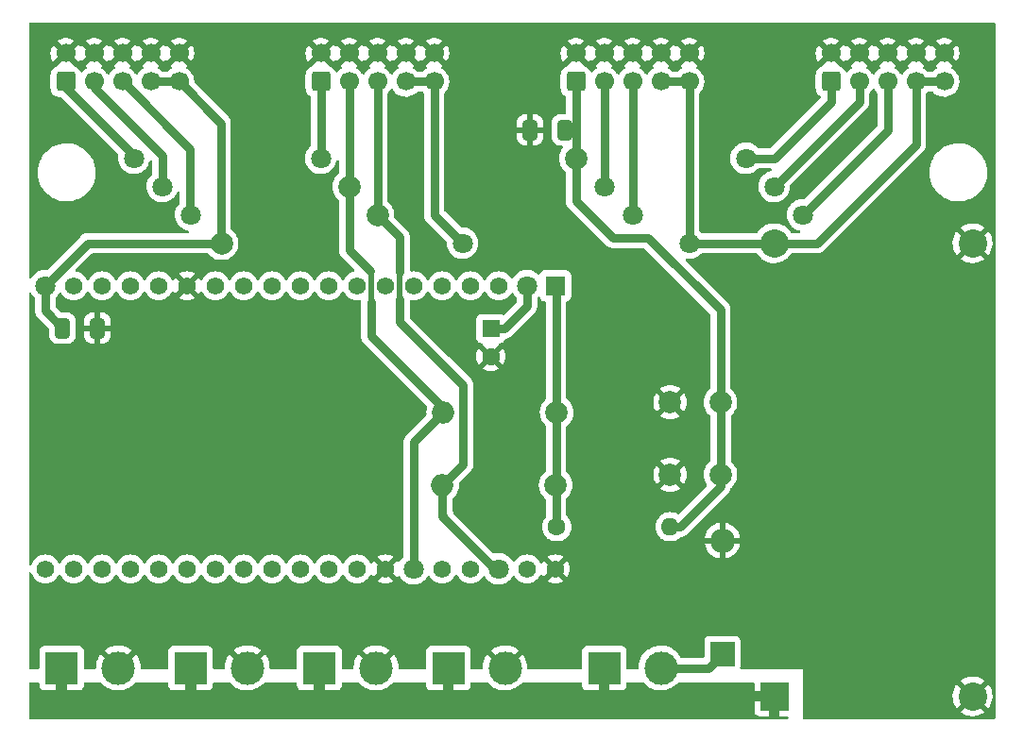
<source format=gbr>
%TF.GenerationSoftware,KiCad,Pcbnew,(6.0.0)*%
%TF.CreationDate,2022-06-25T15:53:15+02:00*%
%TF.ProjectId,Est32x4_2,45737433-3278-4345-9f32-2e6b69636164,rev?*%
%TF.SameCoordinates,PX3c8eee0PY6486dd0*%
%TF.FileFunction,Copper,L2,Bot*%
%TF.FilePolarity,Positive*%
%FSLAX46Y46*%
G04 Gerber Fmt 4.6, Leading zero omitted, Abs format (unit mm)*
G04 Created by KiCad (PCBNEW (6.0.0)) date 2022-06-25 15:53:15*
%MOMM*%
%LPD*%
G01*
G04 APERTURE LIST*
G04 Aperture macros list*
%AMRoundRect*
0 Rectangle with rounded corners*
0 $1 Rounding radius*
0 $2 $3 $4 $5 $6 $7 $8 $9 X,Y pos of 4 corners*
0 Add a 4 corners polygon primitive as box body*
4,1,4,$2,$3,$4,$5,$6,$7,$8,$9,$2,$3,0*
0 Add four circle primitives for the rounded corners*
1,1,$1+$1,$2,$3*
1,1,$1+$1,$4,$5*
1,1,$1+$1,$6,$7*
1,1,$1+$1,$8,$9*
0 Add four rect primitives between the rounded corners*
20,1,$1+$1,$2,$3,$4,$5,0*
20,1,$1+$1,$4,$5,$6,$7,0*
20,1,$1+$1,$6,$7,$8,$9,0*
20,1,$1+$1,$8,$9,$2,$3,0*%
G04 Aperture macros list end*
%TA.AperFunction,ComponentPad*%
%ADD10C,2.000000*%
%TD*%
%TA.AperFunction,ComponentPad*%
%ADD11O,2.000000X2.000000*%
%TD*%
%TA.AperFunction,ComponentPad*%
%ADD12R,1.600000X1.600000*%
%TD*%
%TA.AperFunction,ComponentPad*%
%ADD13C,1.600000*%
%TD*%
%TA.AperFunction,ComponentPad*%
%ADD14R,3.000000X3.000000*%
%TD*%
%TA.AperFunction,ComponentPad*%
%ADD15C,3.000000*%
%TD*%
%TA.AperFunction,ComponentPad*%
%ADD16O,1.600000X1.600000*%
%TD*%
%TA.AperFunction,ComponentPad*%
%ADD17R,1.800000X1.800000*%
%TD*%
%TA.AperFunction,ComponentPad*%
%ADD18C,1.800000*%
%TD*%
%TA.AperFunction,ComponentPad*%
%ADD19C,1.560000*%
%TD*%
%TA.AperFunction,ComponentPad*%
%ADD20RoundRect,0.250000X0.600000X-0.600000X0.600000X0.600000X-0.600000X0.600000X-0.600000X-0.600000X0*%
%TD*%
%TA.AperFunction,ComponentPad*%
%ADD21C,1.700000*%
%TD*%
%TA.AperFunction,ComponentPad*%
%ADD22R,2.540000X2.540000*%
%TD*%
%TA.AperFunction,ComponentPad*%
%ADD23C,2.540000*%
%TD*%
%TA.AperFunction,ComponentPad*%
%ADD24R,2.200000X2.200000*%
%TD*%
%TA.AperFunction,ComponentPad*%
%ADD25O,2.200000X2.200000*%
%TD*%
%TA.AperFunction,SMDPad,CuDef*%
%ADD26RoundRect,0.250000X-0.412500X-0.650000X0.412500X-0.650000X0.412500X0.650000X-0.412500X0.650000X0*%
%TD*%
%TA.AperFunction,SMDPad,CuDef*%
%ADD27RoundRect,0.250000X0.412500X0.650000X-0.412500X0.650000X-0.412500X-0.650000X0.412500X-0.650000X0*%
%TD*%
%TA.AperFunction,ViaPad*%
%ADD28C,1.800000*%
%TD*%
%TA.AperFunction,ViaPad*%
%ADD29C,2.000000*%
%TD*%
%TA.AperFunction,Conductor*%
%ADD30C,0.800000*%
%TD*%
%TA.AperFunction,Conductor*%
%ADD31C,0.550000*%
%TD*%
G04 APERTURE END LIST*
D10*
%TO.P,R2,1*%
%TO.N,VCC*%
X49091000Y29287659D03*
D11*
%TO.P,R2,2*%
%TO.N,SDA*%
X38931000Y29287659D03*
%TD*%
D12*
%TO.P,C1,1*%
%TO.N,Net-(C1-Pad1)*%
X43180000Y36790000D03*
D13*
%TO.P,C1,2*%
%TO.N,GND*%
X43180000Y34290000D03*
%TD*%
D14*
%TO.P,J6,1,Pin_1*%
%TO.N,Vin*%
X39370000Y6350000D03*
D15*
%TO.P,J6,2,Pin_2*%
%TO.N,GND*%
X44450000Y6350000D03*
%TD*%
D14*
%TO.P,J5,1,Pin_1*%
%TO.N,Vin*%
X53340000Y6350000D03*
D15*
%TO.P,J5,2,Pin_2*%
%TO.N,Net-(J5-Pad2)*%
X58420000Y6350000D03*
%TD*%
D14*
%TO.P,J7,1,Pin_1*%
%TO.N,Vin*%
X27820000Y6350000D03*
D15*
%TO.P,J7,2,Pin_2*%
%TO.N,GND*%
X32900000Y6350000D03*
%TD*%
D13*
%TO.P,R3,1*%
%TO.N,VCC*%
X49095550Y19018839D03*
D16*
%TO.P,R3,2*%
%TO.N,RESET*%
X59255550Y19018839D03*
%TD*%
D17*
%TO.P,U1,1,3V3*%
%TO.N,VCC*%
X48970000Y40640000D03*
D18*
%TO.P,U1,2,EN*%
%TO.N,Net-(C1-Pad1)*%
X46430000Y40640000D03*
D19*
%TO.P,U1,3,SENSOR_VP*%
%TO.N,unconnected-(U1-Pad3)*%
X43890000Y40640000D03*
%TO.P,U1,4,SENSOR_VN*%
%TO.N,unconnected-(U1-Pad4)*%
X41350000Y40640000D03*
%TO.P,U1,5,IO34*%
%TO.N,unconnected-(U1-Pad5)*%
X38810000Y40640000D03*
%TO.P,U1,6,IO35*%
%TO.N,unconnected-(U1-Pad6)*%
X36270000Y40640000D03*
%TO.P,U1,7,IO32*%
%TO.N,unconnected-(U1-Pad7)*%
X33730000Y40640000D03*
%TO.P,U1,8,IO33*%
%TO.N,unconnected-(U1-Pad8)*%
X31190000Y40640000D03*
%TO.P,U1,9,IO25*%
%TO.N,unconnected-(U1-Pad9)*%
X28650000Y40640000D03*
%TO.P,U1,10,IO26*%
%TO.N,unconnected-(U1-Pad10)*%
X26110000Y40640000D03*
%TO.P,U1,11,IO27*%
%TO.N,unconnected-(U1-Pad11)*%
X23570000Y40640000D03*
%TO.P,U1,12,IO14*%
%TO.N,unconnected-(U1-Pad12)*%
X21030000Y40640000D03*
%TO.P,U1,13,IO12*%
%TO.N,unconnected-(U1-Pad13)*%
X18490000Y40640000D03*
%TO.P,U1,14,GND1*%
%TO.N,GND*%
X15950000Y40640000D03*
%TO.P,U1,15,IO13*%
%TO.N,unconnected-(U1-Pad15)*%
X13410000Y40640000D03*
%TO.P,U1,16,SD2*%
%TO.N,unconnected-(U1-Pad16)*%
X10870000Y40640000D03*
%TO.P,U1,17,SD3*%
%TO.N,unconnected-(U1-Pad17)*%
X8330000Y40640000D03*
%TO.P,U1,18,CMD*%
%TO.N,unconnected-(U1-Pad18)*%
X5790000Y40640000D03*
D18*
%TO.P,U1,19,EXT_5V*%
%TO.N,VOut*%
X3250000Y40640000D03*
D19*
%TO.P,U1,20,GND3*%
%TO.N,GND*%
X48970000Y15240000D03*
%TO.P,U1,21,IO23*%
%TO.N,unconnected-(U1-Pad21)*%
X46430000Y15240000D03*
D18*
%TO.P,U1,22,IO22*%
%TO.N,SCL*%
X43890000Y15240000D03*
D19*
%TO.P,U1,23,TXD0*%
%TO.N,unconnected-(U1-Pad23)*%
X41350000Y15240000D03*
%TO.P,U1,24,RXD0*%
%TO.N,unconnected-(U1-Pad24)*%
X38810000Y15240000D03*
D18*
%TO.P,U1,25,IO21*%
%TO.N,SDA*%
X36270000Y15240000D03*
D19*
%TO.P,U1,26,GND2*%
%TO.N,GND*%
X33730000Y15240000D03*
%TO.P,U1,27,IO19*%
%TO.N,unconnected-(U1-Pad27)*%
X31190000Y15240000D03*
%TO.P,U1,28,IO18*%
%TO.N,unconnected-(U1-Pad28)*%
X28650000Y15240000D03*
%TO.P,U1,29,IO5*%
%TO.N,unconnected-(U1-Pad29)*%
X26110000Y15240000D03*
%TO.P,U1,30,IO17*%
%TO.N,unconnected-(U1-Pad30)*%
X23570000Y15240000D03*
%TO.P,U1,31,IO16*%
%TO.N,unconnected-(U1-Pad31)*%
X21030000Y15240000D03*
%TO.P,U1,32,IO4*%
%TO.N,unconnected-(U1-Pad32)*%
X18490000Y15240000D03*
%TO.P,U1,33,IO0*%
%TO.N,unconnected-(U1-Pad33)*%
X15950000Y15240000D03*
%TO.P,U1,34,IO2*%
%TO.N,unconnected-(U1-Pad34)*%
X13410000Y15240000D03*
%TO.P,U1,35,IO15*%
%TO.N,unconnected-(U1-Pad35)*%
X10870000Y15240000D03*
%TO.P,U1,36,SD1*%
%TO.N,unconnected-(U1-Pad36)*%
X8330000Y15240000D03*
%TO.P,U1,37,SD0*%
%TO.N,unconnected-(U1-Pad37)*%
X5790000Y15240000D03*
%TO.P,U1,38,CLK*%
%TO.N,unconnected-(U1-Pad38)*%
X3250000Y15240000D03*
%TD*%
D20*
%TO.P,J4,1,Pin_1*%
%TO.N,RESET*%
X73660000Y58937500D03*
D21*
%TO.P,J4,2,Pin_2*%
%TO.N,GND*%
X73660000Y61477500D03*
%TO.P,J4,3,Pin_3*%
%TO.N,SDA*%
X76200000Y58937500D03*
%TO.P,J4,4,Pin_4*%
%TO.N,GND*%
X76200000Y61477500D03*
%TO.P,J4,5,Pin_5*%
%TO.N,SCL*%
X78740000Y58937500D03*
%TO.P,J4,6,Pin_6*%
%TO.N,GND*%
X78740000Y61477500D03*
%TO.P,J4,7,Pin_7*%
%TO.N,VOut*%
X81280000Y58937500D03*
%TO.P,J4,8,Pin_8*%
%TO.N,GND*%
X81280000Y61477500D03*
%TO.P,J4,9,Pin_9*%
%TO.N,VOut*%
X83820000Y58937500D03*
%TO.P,J4,10,Pin_10*%
%TO.N,GND*%
X83820000Y61477500D03*
%TD*%
D20*
%TO.P,J3,1,Pin_1*%
%TO.N,RESET*%
X50800000Y58937500D03*
D21*
%TO.P,J3,2,Pin_2*%
%TO.N,GND*%
X50800000Y61477500D03*
%TO.P,J3,3,Pin_3*%
%TO.N,SDA*%
X53340000Y58937500D03*
%TO.P,J3,4,Pin_4*%
%TO.N,GND*%
X53340000Y61477500D03*
%TO.P,J3,5,Pin_5*%
%TO.N,SCL*%
X55880000Y58937500D03*
%TO.P,J3,6,Pin_6*%
%TO.N,GND*%
X55880000Y61477500D03*
%TO.P,J3,7,Pin_7*%
%TO.N,VOut*%
X58420000Y58937500D03*
%TO.P,J3,8,Pin_8*%
%TO.N,GND*%
X58420000Y61477500D03*
%TO.P,J3,9,Pin_9*%
%TO.N,VOut*%
X60960000Y58937500D03*
%TO.P,J3,10,Pin_10*%
%TO.N,GND*%
X60960000Y61477500D03*
%TD*%
D10*
%TO.P,R1,1*%
%TO.N,VCC*%
X48988986Y22747808D03*
D11*
%TO.P,R1,2*%
%TO.N,SCL*%
X38828986Y22747808D03*
%TD*%
D22*
%TO.P,U2,1,Vin*%
%TO.N,Vin*%
X68580000Y3810000D03*
D23*
%TO.P,U2,2,GND*%
%TO.N,GND*%
X86360000Y3810000D03*
%TO.P,U2,3,GND*%
X86360000Y44450000D03*
%TO.P,U2,4,Vout*%
%TO.N,VOut*%
X68580000Y44450000D03*
%TD*%
D14*
%TO.P,J9,1,Pin_1*%
%TO.N,Vin*%
X16270000Y6350000D03*
D15*
%TO.P,J9,2,Pin_2*%
%TO.N,GND*%
X21350000Y6350000D03*
%TD*%
D10*
%TO.P,SW1,1,1*%
%TO.N,RESET*%
X63758680Y23680605D03*
X63758680Y30180605D03*
%TO.P,SW1,2,2*%
%TO.N,GND*%
X59258680Y30180605D03*
X59258680Y23680605D03*
%TD*%
D24*
%TO.P,D1,1,K*%
%TO.N,Net-(J5-Pad2)*%
X63933168Y7620000D03*
D25*
%TO.P,D1,2,A*%
%TO.N,GND*%
X63933168Y17780000D03*
%TD*%
D20*
%TO.P,J1,1,Pin_1*%
%TO.N,RESET*%
X5080000Y58937500D03*
D21*
%TO.P,J1,2,Pin_2*%
%TO.N,GND*%
X5080000Y61477500D03*
%TO.P,J1,3,Pin_3*%
%TO.N,SDA*%
X7620000Y58937500D03*
%TO.P,J1,4,Pin_4*%
%TO.N,GND*%
X7620000Y61477500D03*
%TO.P,J1,5,Pin_5*%
%TO.N,SCL*%
X10160000Y58937500D03*
%TO.P,J1,6,Pin_6*%
%TO.N,GND*%
X10160000Y61477500D03*
%TO.P,J1,7,Pin_7*%
%TO.N,VOut*%
X12700000Y58937500D03*
%TO.P,J1,8,Pin_8*%
%TO.N,GND*%
X12700000Y61477500D03*
%TO.P,J1,9,Pin_9*%
%TO.N,VOut*%
X15240000Y58937500D03*
%TO.P,J1,10,Pin_10*%
%TO.N,GND*%
X15240000Y61477500D03*
%TD*%
D14*
%TO.P,J8,1,Pin_1*%
%TO.N,Vin*%
X4720000Y6350000D03*
D15*
%TO.P,J8,2,Pin_2*%
%TO.N,GND*%
X9800000Y6350000D03*
%TD*%
D20*
%TO.P,J2,1,Pin_1*%
%TO.N,RESET*%
X27940000Y58937500D03*
D21*
%TO.P,J2,2,Pin_2*%
%TO.N,GND*%
X27940000Y61477500D03*
%TO.P,J2,3,Pin_3*%
%TO.N,SDA*%
X30480000Y58937500D03*
%TO.P,J2,4,Pin_4*%
%TO.N,GND*%
X30480000Y61477500D03*
%TO.P,J2,5,Pin_5*%
%TO.N,SCL*%
X33020000Y58937500D03*
%TO.P,J2,6,Pin_6*%
%TO.N,GND*%
X33020000Y61477500D03*
%TO.P,J2,7,Pin_7*%
%TO.N,VOut*%
X35560000Y58937500D03*
%TO.P,J2,8,Pin_8*%
%TO.N,GND*%
X35560000Y61477500D03*
%TO.P,J2,9,Pin_9*%
%TO.N,VOut*%
X38100000Y58937500D03*
%TO.P,J2,10,Pin_10*%
%TO.N,GND*%
X38100000Y61477500D03*
%TD*%
D26*
%TO.P,C2,1*%
%TO.N,VOut*%
X4787500Y36830000D03*
%TO.P,C2,2*%
%TO.N,GND*%
X7912500Y36830000D03*
%TD*%
D27*
%TO.P,C3,1*%
%TO.N,RESET*%
X49822500Y54610000D03*
%TO.P,C3,2*%
%TO.N,GND*%
X46697500Y54610000D03*
%TD*%
D28*
%TO.N,RESET*%
X11200500Y52070000D03*
X27940000Y52070000D03*
X66040000Y52070000D03*
D29*
X50800000Y52070000D03*
D28*
%TO.N,SDA*%
X53340000Y49530000D03*
X68580000Y49530000D03*
D29*
X30480000Y49530000D03*
D28*
X13740500Y49530000D03*
%TO.N,SCL*%
X16280500Y46990000D03*
D29*
X33020000Y46990000D03*
D28*
X55880000Y46990000D03*
X71120000Y46990000D03*
%TO.N,VOut*%
X40640000Y44450000D03*
X60960000Y44450000D03*
D29*
X19050000Y44450000D03*
%TD*%
D30*
%TO.N,RESET*%
X68580000Y52070000D02*
X73660000Y57150000D01*
X60151716Y19018839D02*
X63778197Y22645320D01*
X5080000Y58420000D02*
X5080000Y58937500D01*
X50800000Y48260000D02*
X50800000Y52070000D01*
X73660000Y57150000D02*
X73660000Y58937500D01*
X63778197Y22645320D02*
X63778197Y30161088D01*
X57304120Y44930880D02*
X54129120Y44930880D01*
X63758680Y30180605D02*
X63758680Y38476320D01*
X63758680Y38476320D02*
X57304120Y44930880D01*
X63778197Y30161088D02*
X63758680Y30180605D01*
X54129120Y44930880D02*
X50800000Y48260000D01*
X66040000Y52070000D02*
X68580000Y52070000D01*
X11200500Y52299500D02*
X5080000Y58420000D01*
X50800000Y58937500D02*
X50800000Y52070000D01*
X59255550Y19018839D02*
X60151716Y19018839D01*
X27940000Y58937500D02*
X27940000Y52070000D01*
X11200500Y52070000D02*
X11200500Y52299500D01*
%TO.N,SDA*%
X32396524Y41935309D02*
X30480000Y43851833D01*
X7620000Y58420000D02*
X7620000Y58937500D01*
X32448582Y39167319D02*
X32448582Y36131418D01*
X53340000Y58937500D02*
X53340000Y49530000D01*
X38931000Y29287659D02*
X36273604Y26630263D01*
X36273604Y15243604D02*
X36270000Y15240000D01*
X36273604Y26630263D02*
X36273604Y15243604D01*
D31*
X32462231Y41766562D02*
X32431710Y41797083D01*
D30*
X32448582Y36131418D02*
X38931000Y29649000D01*
X13740500Y49530000D02*
X13740500Y52299500D01*
D31*
X32431710Y39261149D02*
X32462231Y39291670D01*
D30*
X30480000Y43851833D02*
X30480000Y49530000D01*
X13740500Y52299500D02*
X7620000Y58420000D01*
X76200000Y57150000D02*
X76200000Y58937500D01*
X68580000Y49530000D02*
X76200000Y57150000D01*
D31*
X32462231Y39291670D02*
X32462231Y41766562D01*
D30*
X38931000Y29649000D02*
X38931000Y29287659D01*
X30480000Y58937500D02*
X30480000Y49530000D01*
%TO.N,SCL*%
X43535155Y15240000D02*
X43890000Y15240000D01*
X33020000Y46990000D02*
X35022327Y44987673D01*
X55880000Y58937500D02*
X55880000Y46990000D01*
X16280500Y46990000D02*
X16201943Y47068557D01*
X78740000Y54610000D02*
X78740000Y58937500D01*
X40699149Y24617971D02*
X38828986Y22747808D01*
X35022327Y39416916D02*
X35010598Y39405187D01*
X33020000Y58937500D02*
X33020000Y46990000D01*
X35010598Y37379402D02*
X40710372Y31679628D01*
X38928873Y20013034D02*
X38845497Y19929658D01*
X40710372Y31679628D02*
X40710372Y30462407D01*
X35010598Y39405187D02*
X35010598Y37379402D01*
X38845497Y19929658D02*
X43535155Y15240000D01*
X35022327Y44987673D02*
X35022327Y41844771D01*
X40699149Y30414847D02*
X40699149Y24617971D01*
X16201943Y52895557D02*
X10160000Y58937500D01*
X38828986Y22747808D02*
X38828986Y19947881D01*
D31*
X35010598Y39413207D02*
X35010598Y41836751D01*
D30*
X16201943Y47068557D02*
X16201943Y52895557D01*
X71120000Y46990000D02*
X78740000Y54610000D01*
%TO.N,VOut*%
X35560000Y58937500D02*
X38100000Y58937500D01*
X68580000Y44450000D02*
X72390000Y44450000D01*
X3250000Y40640000D02*
X3250000Y38367500D01*
X19050000Y44450000D02*
X18969740Y44530260D01*
X60960000Y58937500D02*
X60960000Y44450000D01*
X68580000Y44450000D02*
X60960000Y44450000D01*
X7060000Y44450000D02*
X3250000Y40640000D01*
X60960000Y58937500D02*
X58420000Y58937500D01*
X12700000Y58937500D02*
X15240000Y58937500D01*
X72390000Y44450000D02*
X81280000Y53340000D01*
X19050000Y44450000D02*
X7060000Y44450000D01*
X18969740Y44530260D02*
X18969740Y55207760D01*
X38100000Y58937500D02*
X38100000Y46990000D01*
X18969740Y55207760D02*
X15240000Y58937500D01*
X83820000Y58937500D02*
X81280000Y58937500D01*
X3250000Y38367500D02*
X4787500Y36830000D01*
X38100000Y46990000D02*
X40640000Y44450000D01*
X81280000Y53340000D02*
X81280000Y58937500D01*
%TO.N,VCC*%
X48970000Y40640000D02*
X49029149Y40580851D01*
X49029149Y40580851D02*
X49029149Y19544847D01*
%TO.N,Net-(C1-Pad1)*%
X46430000Y38810000D02*
X44410000Y36790000D01*
X44410000Y36790000D02*
X43180000Y36790000D01*
X46430000Y40640000D02*
X46430000Y38810000D01*
%TO.N,Net-(J5-Pad2)*%
X62663168Y6350000D02*
X63933168Y7620000D01*
X58420000Y6350000D02*
X62663168Y6350000D01*
%TO.N,Vin*%
X39730000Y6350000D02*
X39370000Y5990000D01*
X16270000Y6350000D02*
X16510000Y6110000D01*
%TD*%
%TA.AperFunction,Conductor*%
%TO.N,Vin*%
G36*
X2654122Y5059998D02*
G01*
X2700615Y5006342D01*
X2712001Y4954000D01*
X2712001Y4805331D01*
X2712371Y4798510D01*
X2717895Y4747648D01*
X2721521Y4732396D01*
X2766676Y4611946D01*
X2775214Y4596351D01*
X2851715Y4494276D01*
X2864276Y4481715D01*
X2966351Y4405214D01*
X2981946Y4396676D01*
X3102394Y4351522D01*
X3117649Y4347895D01*
X3168514Y4342369D01*
X3175328Y4342000D01*
X4201885Y4342000D01*
X4217124Y4346475D01*
X4218329Y4347865D01*
X4220000Y4355548D01*
X4220000Y5080000D01*
X5220000Y5080000D01*
X5220000Y4360116D01*
X5224475Y4344877D01*
X5225865Y4343672D01*
X5233548Y4342001D01*
X6264669Y4342001D01*
X6271490Y4342371D01*
X6322352Y4347895D01*
X6337604Y4351521D01*
X6458054Y4396676D01*
X6473649Y4405214D01*
X6575724Y4481715D01*
X6588285Y4494276D01*
X6664786Y4596351D01*
X6673324Y4611946D01*
X6718478Y4732394D01*
X6722105Y4747649D01*
X6727631Y4798514D01*
X6728000Y4805328D01*
X6728000Y4954000D01*
X6748002Y5022121D01*
X6801658Y5068614D01*
X6854000Y5080000D01*
X8184323Y5080000D01*
X8252444Y5059998D01*
X8277515Y5038801D01*
X8406582Y4896957D01*
X8616675Y4721293D01*
X8620316Y4719009D01*
X8845024Y4578049D01*
X8845028Y4578047D01*
X8848664Y4575766D01*
X8916544Y4545117D01*
X9094345Y4464836D01*
X9094349Y4464834D01*
X9098257Y4463070D01*
X9102377Y4461850D01*
X9102376Y4461850D01*
X9356723Y4386509D01*
X9356727Y4386508D01*
X9360836Y4385291D01*
X9365070Y4384643D01*
X9365075Y4384642D01*
X9627298Y4344517D01*
X9627300Y4344517D01*
X9631540Y4343868D01*
X9770912Y4341678D01*
X9901071Y4339633D01*
X9901077Y4339633D01*
X9905362Y4339566D01*
X10177235Y4372466D01*
X10442127Y4441959D01*
X10446087Y4443599D01*
X10446092Y4443601D01*
X10568631Y4494359D01*
X10695136Y4546759D01*
X10931582Y4684927D01*
X11147089Y4853906D01*
X11188809Y4896957D01*
X11329060Y5041685D01*
X11390830Y5076685D01*
X11419544Y5080000D01*
X14136001Y5080000D01*
X14204122Y5059998D01*
X14250615Y5006342D01*
X14262001Y4954000D01*
X14262001Y4805331D01*
X14262371Y4798510D01*
X14267895Y4747648D01*
X14271521Y4732396D01*
X14316676Y4611946D01*
X14325214Y4596351D01*
X14401715Y4494276D01*
X14414276Y4481715D01*
X14516351Y4405214D01*
X14531946Y4396676D01*
X14652394Y4351522D01*
X14667649Y4347895D01*
X14718514Y4342369D01*
X14725328Y4342000D01*
X15751885Y4342000D01*
X15767124Y4346475D01*
X15768329Y4347865D01*
X15770000Y4355548D01*
X15770000Y5080000D01*
X16770000Y5080000D01*
X16770000Y4360116D01*
X16774475Y4344877D01*
X16775865Y4343672D01*
X16783548Y4342001D01*
X17814669Y4342001D01*
X17821490Y4342371D01*
X17872352Y4347895D01*
X17887604Y4351521D01*
X18008054Y4396676D01*
X18023649Y4405214D01*
X18125724Y4481715D01*
X18138285Y4494276D01*
X18214786Y4596351D01*
X18223324Y4611946D01*
X18268478Y4732394D01*
X18272105Y4747649D01*
X18277631Y4798514D01*
X18278000Y4805328D01*
X18278000Y4954000D01*
X18298002Y5022121D01*
X18351658Y5068614D01*
X18404000Y5080000D01*
X19734323Y5080000D01*
X19802444Y5059998D01*
X19827515Y5038801D01*
X19956582Y4896957D01*
X20166675Y4721293D01*
X20170316Y4719009D01*
X20395024Y4578049D01*
X20395028Y4578047D01*
X20398664Y4575766D01*
X20466544Y4545117D01*
X20644345Y4464836D01*
X20644349Y4464834D01*
X20648257Y4463070D01*
X20652377Y4461850D01*
X20652376Y4461850D01*
X20906723Y4386509D01*
X20906727Y4386508D01*
X20910836Y4385291D01*
X20915070Y4384643D01*
X20915075Y4384642D01*
X21177298Y4344517D01*
X21177300Y4344517D01*
X21181540Y4343868D01*
X21320912Y4341678D01*
X21451071Y4339633D01*
X21451077Y4339633D01*
X21455362Y4339566D01*
X21727235Y4372466D01*
X21992127Y4441959D01*
X21996087Y4443599D01*
X21996092Y4443601D01*
X22118631Y4494359D01*
X22245136Y4546759D01*
X22481582Y4684927D01*
X22697089Y4853906D01*
X22738809Y4896957D01*
X22879060Y5041685D01*
X22940830Y5076685D01*
X22969544Y5080000D01*
X25686001Y5080000D01*
X25754122Y5059998D01*
X25800615Y5006342D01*
X25812001Y4954000D01*
X25812001Y4805331D01*
X25812371Y4798510D01*
X25817895Y4747648D01*
X25821521Y4732396D01*
X25866676Y4611946D01*
X25875214Y4596351D01*
X25951715Y4494276D01*
X25964276Y4481715D01*
X26066351Y4405214D01*
X26081946Y4396676D01*
X26202394Y4351522D01*
X26217649Y4347895D01*
X26268514Y4342369D01*
X26275328Y4342000D01*
X27301885Y4342000D01*
X27317124Y4346475D01*
X27318329Y4347865D01*
X27320000Y4355548D01*
X27320000Y5080000D01*
X28320000Y5080000D01*
X28320000Y4360116D01*
X28324475Y4344877D01*
X28325865Y4343672D01*
X28333548Y4342001D01*
X29364669Y4342001D01*
X29371490Y4342371D01*
X29422352Y4347895D01*
X29437604Y4351521D01*
X29558054Y4396676D01*
X29573649Y4405214D01*
X29675724Y4481715D01*
X29688285Y4494276D01*
X29764786Y4596351D01*
X29773324Y4611946D01*
X29818478Y4732394D01*
X29822105Y4747649D01*
X29827631Y4798514D01*
X29828000Y4805328D01*
X29828000Y4954000D01*
X29848002Y5022121D01*
X29901658Y5068614D01*
X29954000Y5080000D01*
X31284323Y5080000D01*
X31352444Y5059998D01*
X31377515Y5038801D01*
X31506582Y4896957D01*
X31716675Y4721293D01*
X31720316Y4719009D01*
X31945024Y4578049D01*
X31945028Y4578047D01*
X31948664Y4575766D01*
X32016544Y4545117D01*
X32194345Y4464836D01*
X32194349Y4464834D01*
X32198257Y4463070D01*
X32202377Y4461850D01*
X32202376Y4461850D01*
X32456723Y4386509D01*
X32456727Y4386508D01*
X32460836Y4385291D01*
X32465070Y4384643D01*
X32465075Y4384642D01*
X32727298Y4344517D01*
X32727300Y4344517D01*
X32731540Y4343868D01*
X32870912Y4341678D01*
X33001071Y4339633D01*
X33001077Y4339633D01*
X33005362Y4339566D01*
X33277235Y4372466D01*
X33542127Y4441959D01*
X33546087Y4443599D01*
X33546092Y4443601D01*
X33668631Y4494359D01*
X33795136Y4546759D01*
X34031582Y4684927D01*
X34247089Y4853906D01*
X34288809Y4896957D01*
X34429060Y5041685D01*
X34490830Y5076685D01*
X34519544Y5080000D01*
X37236001Y5080000D01*
X37304122Y5059998D01*
X37350615Y5006342D01*
X37362001Y4954000D01*
X37362001Y4805331D01*
X37362371Y4798510D01*
X37367895Y4747648D01*
X37371521Y4732396D01*
X37416676Y4611946D01*
X37425214Y4596351D01*
X37501715Y4494276D01*
X37514276Y4481715D01*
X37616351Y4405214D01*
X37631946Y4396676D01*
X37752394Y4351522D01*
X37767649Y4347895D01*
X37818514Y4342369D01*
X37825328Y4342000D01*
X38851885Y4342000D01*
X38867124Y4346475D01*
X38868329Y4347865D01*
X38870000Y4355548D01*
X38870000Y5080000D01*
X39870000Y5080000D01*
X39870000Y4360116D01*
X39874475Y4344877D01*
X39875865Y4343672D01*
X39883548Y4342001D01*
X40914669Y4342001D01*
X40921490Y4342371D01*
X40972352Y4347895D01*
X40987604Y4351521D01*
X41108054Y4396676D01*
X41123649Y4405214D01*
X41225724Y4481715D01*
X41238285Y4494276D01*
X41314786Y4596351D01*
X41323324Y4611946D01*
X41368478Y4732394D01*
X41372105Y4747649D01*
X41377631Y4798514D01*
X41378000Y4805328D01*
X41378000Y4954000D01*
X41398002Y5022121D01*
X41451658Y5068614D01*
X41504000Y5080000D01*
X42834323Y5080000D01*
X42902444Y5059998D01*
X42927515Y5038801D01*
X43056582Y4896957D01*
X43266675Y4721293D01*
X43270316Y4719009D01*
X43495024Y4578049D01*
X43495028Y4578047D01*
X43498664Y4575766D01*
X43566544Y4545117D01*
X43744345Y4464836D01*
X43744349Y4464834D01*
X43748257Y4463070D01*
X43752377Y4461850D01*
X43752376Y4461850D01*
X44006723Y4386509D01*
X44006727Y4386508D01*
X44010836Y4385291D01*
X44015070Y4384643D01*
X44015075Y4384642D01*
X44277298Y4344517D01*
X44277300Y4344517D01*
X44281540Y4343868D01*
X44420912Y4341678D01*
X44551071Y4339633D01*
X44551077Y4339633D01*
X44555362Y4339566D01*
X44827235Y4372466D01*
X45092127Y4441959D01*
X45096087Y4443599D01*
X45096092Y4443601D01*
X45218631Y4494359D01*
X45345136Y4546759D01*
X45581582Y4684927D01*
X45797089Y4853906D01*
X45838809Y4896957D01*
X45979060Y5041685D01*
X46040830Y5076685D01*
X46069544Y5080000D01*
X51206001Y5080000D01*
X51274122Y5059998D01*
X51320615Y5006342D01*
X51332001Y4954000D01*
X51332001Y4805331D01*
X51332371Y4798510D01*
X51337895Y4747648D01*
X51341521Y4732396D01*
X51386676Y4611946D01*
X51395214Y4596351D01*
X51471715Y4494276D01*
X51484276Y4481715D01*
X51586351Y4405214D01*
X51601946Y4396676D01*
X51722394Y4351522D01*
X51737649Y4347895D01*
X51788514Y4342369D01*
X51795328Y4342000D01*
X52821885Y4342000D01*
X52837124Y4346475D01*
X52838329Y4347865D01*
X52840000Y4355548D01*
X52840000Y5080000D01*
X53840000Y5080000D01*
X53840000Y4360116D01*
X53844475Y4344877D01*
X53845865Y4343672D01*
X53853548Y4342001D01*
X54884669Y4342001D01*
X54891490Y4342371D01*
X54942352Y4347895D01*
X54957604Y4351521D01*
X55078054Y4396676D01*
X55093649Y4405214D01*
X55195724Y4481715D01*
X55208285Y4494276D01*
X55284786Y4596351D01*
X55293324Y4611946D01*
X55338478Y4732394D01*
X55342105Y4747649D01*
X55347631Y4798514D01*
X55348000Y4805328D01*
X55348000Y4954000D01*
X55368002Y5022121D01*
X55421658Y5068614D01*
X55474000Y5080000D01*
X56804323Y5080000D01*
X56872444Y5059998D01*
X56897515Y5038801D01*
X57026582Y4896957D01*
X57236675Y4721293D01*
X57240316Y4719009D01*
X57465024Y4578049D01*
X57465028Y4578047D01*
X57468664Y4575766D01*
X57536544Y4545117D01*
X57714345Y4464836D01*
X57714349Y4464834D01*
X57718257Y4463070D01*
X57722377Y4461850D01*
X57722376Y4461850D01*
X57976723Y4386509D01*
X57976727Y4386508D01*
X57980836Y4385291D01*
X57985070Y4384643D01*
X57985075Y4384642D01*
X58247298Y4344517D01*
X58247300Y4344517D01*
X58251540Y4343868D01*
X58390912Y4341678D01*
X58521071Y4339633D01*
X58521077Y4339633D01*
X58525362Y4339566D01*
X58797235Y4372466D01*
X59062127Y4441959D01*
X59066087Y4443599D01*
X59066092Y4443601D01*
X59188631Y4494359D01*
X59315136Y4546759D01*
X59551582Y4684927D01*
X59767089Y4853906D01*
X59808809Y4896957D01*
X59949060Y5041685D01*
X60010830Y5076685D01*
X60039544Y5080000D01*
X66676000Y5080000D01*
X66744121Y5059998D01*
X66790614Y5006342D01*
X66802000Y4954000D01*
X66802000Y4328115D01*
X66806475Y4312876D01*
X66807865Y4311671D01*
X66815548Y4310000D01*
X68954000Y4310000D01*
X69022121Y4289998D01*
X69068614Y4236342D01*
X69080000Y4184000D01*
X69080000Y2050116D01*
X69084475Y2034877D01*
X69085865Y2033672D01*
X69093548Y2032001D01*
X69724000Y2032001D01*
X69792121Y2011999D01*
X69838614Y1958343D01*
X69850000Y1906001D01*
X69850000Y1904000D01*
X69829998Y1835879D01*
X69776342Y1789386D01*
X69724000Y1778000D01*
X1904000Y1778000D01*
X1835879Y1798002D01*
X1789386Y1851658D01*
X1778000Y1904000D01*
X1778000Y2495331D01*
X66802001Y2495331D01*
X66802371Y2488510D01*
X66807895Y2437648D01*
X66811521Y2422396D01*
X66856676Y2301946D01*
X66865214Y2286351D01*
X66941715Y2184276D01*
X66954276Y2171715D01*
X67056351Y2095214D01*
X67071946Y2086676D01*
X67192394Y2041522D01*
X67207649Y2037895D01*
X67258514Y2032369D01*
X67265328Y2032000D01*
X68061885Y2032000D01*
X68077124Y2036475D01*
X68078329Y2037865D01*
X68080000Y2045548D01*
X68080000Y3291885D01*
X68075525Y3307124D01*
X68074135Y3308329D01*
X68066452Y3310000D01*
X66820116Y3310000D01*
X66804877Y3305525D01*
X66803672Y3304135D01*
X66802001Y3296452D01*
X66802001Y2495331D01*
X1778000Y2495331D01*
X1778000Y4954000D01*
X1798002Y5022121D01*
X1851658Y5068614D01*
X1904000Y5080000D01*
X2586001Y5080000D01*
X2654122Y5059998D01*
G37*
%TD.AperFunction*%
%TD*%
%TA.AperFunction,Conductor*%
%TO.N,GND*%
G36*
X88334121Y64241998D02*
G01*
X88380614Y64188342D01*
X88392000Y64136000D01*
X88392000Y44494863D01*
X88371998Y44426742D01*
X88364007Y44419818D01*
X88389251Y44373038D01*
X88392000Y44346864D01*
X88392000Y3854863D01*
X88371998Y3786742D01*
X88364007Y3779818D01*
X88389251Y3733038D01*
X88392000Y3706864D01*
X88392000Y1904000D01*
X88371998Y1835879D01*
X88318342Y1789386D01*
X88266000Y1778000D01*
X86446452Y1778000D01*
X86412560Y1787951D01*
X86402113Y1781803D01*
X86371388Y1778000D01*
X71252867Y1778000D01*
X71184746Y1798002D01*
X71138253Y1851658D01*
X71126875Y1905361D01*
X71132081Y2386558D01*
X85301303Y2386558D01*
X85310017Y2375038D01*
X85411394Y2300704D01*
X85419293Y2295768D01*
X85644901Y2177070D01*
X85653450Y2173353D01*
X85894113Y2089310D01*
X85903122Y2086896D01*
X86153572Y2039346D01*
X86162827Y2038292D01*
X86376335Y2029903D01*
X86404162Y2020531D01*
X86410954Y2024896D01*
X86432735Y2029251D01*
X86680270Y2056360D01*
X86689447Y2058061D01*
X86935960Y2122963D01*
X86944780Y2126000D01*
X87178997Y2226627D01*
X87187269Y2230934D01*
X87404036Y2365073D01*
X87411579Y2370553D01*
X87413272Y2371986D01*
X87421710Y2384789D01*
X87415645Y2395145D01*
X86372812Y3437978D01*
X86358868Y3445592D01*
X86357035Y3445461D01*
X86350420Y3441210D01*
X85307961Y2398751D01*
X85301303Y2386558D01*
X71132081Y2386558D01*
X71147937Y3852001D01*
X84577849Y3852001D01*
X84590080Y3597381D01*
X84591217Y3588121D01*
X84640947Y3338106D01*
X84643441Y3329113D01*
X84729578Y3089203D01*
X84733378Y3080668D01*
X84854031Y2856123D01*
X84859045Y2848252D01*
X84925154Y2759721D01*
X84936414Y2751271D01*
X84948832Y2758042D01*
X85987978Y3797188D01*
X85994356Y3808868D01*
X86724408Y3808868D01*
X86724539Y3807035D01*
X86728790Y3800420D01*
X87774386Y2754824D01*
X87786766Y2748064D01*
X87795107Y2754308D01*
X87924391Y2955303D01*
X87928838Y2963494D01*
X88033536Y3195915D01*
X88036731Y3204693D01*
X88105923Y3450032D01*
X88107781Y3459161D01*
X88140144Y3713556D01*
X88140367Y3716474D01*
X88165506Y3782871D01*
X88167573Y3784403D01*
X88145104Y3819365D01*
X88140346Y3845525D01*
X88123747Y4068890D01*
X88122370Y4078096D01*
X88066109Y4326738D01*
X88063385Y4335649D01*
X87970990Y4573242D01*
X87966979Y4581651D01*
X87840482Y4802973D01*
X87835269Y4810702D01*
X87795633Y4860981D01*
X87783709Y4869451D01*
X87772174Y4862964D01*
X86732022Y3822812D01*
X86724408Y3808868D01*
X85994356Y3808868D01*
X85995592Y3811132D01*
X85995461Y3812965D01*
X85991210Y3819580D01*
X84947119Y4863671D01*
X84933811Y4870938D01*
X84923772Y4863816D01*
X84911433Y4848980D01*
X84906018Y4841388D01*
X84773776Y4623460D01*
X84769538Y4615143D01*
X84670961Y4380065D01*
X84668000Y4371215D01*
X84605255Y4124151D01*
X84603633Y4114954D01*
X84578094Y3861327D01*
X84577849Y3852001D01*
X71147937Y3852001D01*
X71162908Y5235643D01*
X85298770Y5235643D01*
X85303343Y5225867D01*
X86347188Y4182022D01*
X86361132Y4174408D01*
X86362965Y4174539D01*
X86369580Y4178790D01*
X87412790Y5222000D01*
X87419174Y5233690D01*
X87409762Y5245801D01*
X87268776Y5343608D01*
X87260741Y5348341D01*
X87032106Y5461091D01*
X87023473Y5464579D01*
X86780675Y5542299D01*
X86771624Y5544472D01*
X86520009Y5585450D01*
X86510720Y5586262D01*
X86255828Y5589599D01*
X86246517Y5589029D01*
X85993927Y5554653D01*
X85984808Y5552715D01*
X85740084Y5481384D01*
X85731331Y5478112D01*
X85499837Y5371392D01*
X85491682Y5366872D01*
X85307907Y5246384D01*
X85298770Y5235643D01*
X71162908Y5235643D01*
X71173242Y6190757D01*
X71159553Y6190842D01*
X71159551Y6190842D01*
X66040229Y6222492D01*
X66040134Y6222492D01*
X66040000Y6222493D01*
X65646537Y6222493D01*
X65578416Y6242495D01*
X65531923Y6296151D01*
X65521819Y6366425D01*
X65528554Y6392720D01*
X65532139Y6402283D01*
X65532140Y6402287D01*
X65534913Y6409684D01*
X65541668Y6471866D01*
X65541668Y8768134D01*
X65534913Y8830316D01*
X65483783Y8966705D01*
X65396429Y9083261D01*
X65279873Y9170615D01*
X65143484Y9221745D01*
X65081302Y9228500D01*
X62785034Y9228500D01*
X62722852Y9221745D01*
X62586463Y9170615D01*
X62469907Y9083261D01*
X62382553Y8966705D01*
X62331423Y8830316D01*
X62324668Y8768134D01*
X62324668Y7384500D01*
X62304666Y7316379D01*
X62251010Y7269886D01*
X62198668Y7258500D01*
X60288136Y7258500D01*
X60220015Y7278502D01*
X60176170Y7326710D01*
X60143978Y7389081D01*
X60143978Y7389082D01*
X60142013Y7392888D01*
X60132040Y7407079D01*
X59987008Y7613438D01*
X59984545Y7616943D01*
X59798125Y7817555D01*
X59794810Y7820269D01*
X59794806Y7820272D01*
X59633304Y7952460D01*
X59586205Y7991010D01*
X59352704Y8134099D01*
X59348768Y8135827D01*
X59105873Y8242451D01*
X59105869Y8242452D01*
X59101945Y8244175D01*
X58838566Y8319200D01*
X58834324Y8319804D01*
X58834318Y8319805D01*
X58629387Y8348971D01*
X58567443Y8357787D01*
X58423589Y8358540D01*
X58297877Y8359198D01*
X58297871Y8359198D01*
X58293591Y8359220D01*
X58289347Y8358661D01*
X58289343Y8358661D01*
X58215741Y8348971D01*
X58022078Y8323475D01*
X58017938Y8322342D01*
X58017936Y8322342D01*
X57950037Y8303767D01*
X57757928Y8251212D01*
X57753980Y8249528D01*
X57509982Y8145454D01*
X57509978Y8145452D01*
X57506030Y8143768D01*
X57486125Y8131855D01*
X57274725Y8005336D01*
X57274721Y8005333D01*
X57271043Y8003132D01*
X57057318Y7831906D01*
X56868808Y7633258D01*
X56709002Y7410864D01*
X56580857Y7168839D01*
X56579385Y7164816D01*
X56579383Y7164812D01*
X56575114Y7153146D01*
X56486743Y6911663D01*
X56428404Y6644093D01*
X56406917Y6371082D01*
X56407164Y6366799D01*
X56407801Y6355744D01*
X56391752Y6286585D01*
X56340861Y6237081D01*
X56282010Y6222493D01*
X55474500Y6222493D01*
X55406379Y6242495D01*
X55359886Y6296151D01*
X55348500Y6348493D01*
X55348500Y7898134D01*
X55341745Y7960316D01*
X55290615Y8096705D01*
X55203261Y8213261D01*
X55086705Y8300615D01*
X54950316Y8351745D01*
X54888134Y8358500D01*
X51791866Y8358500D01*
X51729684Y8351745D01*
X51593295Y8300615D01*
X51476739Y8213261D01*
X51389385Y8096705D01*
X51338255Y7960316D01*
X51331500Y7898134D01*
X51331500Y6348493D01*
X51311498Y6280372D01*
X51257842Y6233879D01*
X51205500Y6222493D01*
X46588683Y6222493D01*
X46520562Y6242495D01*
X46474069Y6296151D01*
X46463696Y6345080D01*
X46462737Y6345052D01*
X46462523Y6352481D01*
X46444362Y6618877D01*
X46443201Y6627351D01*
X46389419Y6887056D01*
X46387120Y6895291D01*
X46298588Y7145295D01*
X46295191Y7153146D01*
X46173550Y7388822D01*
X46169122Y7396134D01*
X46050031Y7565583D01*
X46039509Y7573963D01*
X46026121Y7566911D01*
X44681703Y6222493D01*
X44218297Y6222493D01*
X42873814Y7566976D01*
X42861804Y7573534D01*
X42850064Y7564566D01*
X42741935Y7414089D01*
X42737418Y7406804D01*
X42613325Y7172433D01*
X42609839Y7164605D01*
X42518700Y6915554D01*
X42516311Y6907330D01*
X42459812Y6648205D01*
X42458563Y6639750D01*
X42437754Y6375347D01*
X42437665Y6366796D01*
X42438302Y6355747D01*
X42422255Y6286588D01*
X42371365Y6237083D01*
X42312511Y6222493D01*
X41504500Y6222493D01*
X41436379Y6242495D01*
X41389886Y6296151D01*
X41378500Y6348493D01*
X41378500Y7898134D01*
X41374224Y7937500D01*
X43226584Y7937500D01*
X43232980Y7926230D01*
X44437188Y6722022D01*
X44451132Y6714408D01*
X44452965Y6714539D01*
X44459580Y6718790D01*
X45666604Y7925814D01*
X45673795Y7938983D01*
X45666473Y7949220D01*
X45619233Y7987885D01*
X45612261Y7992840D01*
X45386122Y8131418D01*
X45378552Y8135376D01*
X45135704Y8241978D01*
X45127644Y8244880D01*
X44872592Y8317533D01*
X44864214Y8319315D01*
X44601656Y8356682D01*
X44593111Y8357309D01*
X44327908Y8358698D01*
X44319374Y8358161D01*
X44056433Y8323544D01*
X44048035Y8321851D01*
X43792238Y8251873D01*
X43784143Y8249054D01*
X43540199Y8145003D01*
X43532577Y8141119D01*
X43305013Y8004925D01*
X43297981Y8000038D01*
X43235053Y7949623D01*
X43226584Y7937500D01*
X41374224Y7937500D01*
X41371745Y7960316D01*
X41320615Y8096705D01*
X41233261Y8213261D01*
X41116705Y8300615D01*
X40980316Y8351745D01*
X40918134Y8358500D01*
X37821866Y8358500D01*
X37759684Y8351745D01*
X37623295Y8300615D01*
X37506739Y8213261D01*
X37419385Y8096705D01*
X37368255Y7960316D01*
X37361500Y7898134D01*
X37361500Y6348493D01*
X37341498Y6280372D01*
X37287842Y6233879D01*
X37235500Y6222493D01*
X35038683Y6222493D01*
X34970562Y6242495D01*
X34924069Y6296151D01*
X34913696Y6345080D01*
X34912737Y6345052D01*
X34912523Y6352481D01*
X34894362Y6618877D01*
X34893201Y6627351D01*
X34839419Y6887056D01*
X34837120Y6895291D01*
X34748588Y7145295D01*
X34745191Y7153146D01*
X34623550Y7388822D01*
X34619122Y7396134D01*
X34500031Y7565583D01*
X34489509Y7573963D01*
X34476121Y7566911D01*
X33131703Y6222493D01*
X32668297Y6222493D01*
X31323814Y7566976D01*
X31311804Y7573534D01*
X31300064Y7564566D01*
X31191935Y7414089D01*
X31187418Y7406804D01*
X31063325Y7172433D01*
X31059839Y7164605D01*
X30968700Y6915554D01*
X30966311Y6907330D01*
X30909812Y6648205D01*
X30908563Y6639750D01*
X30887754Y6375347D01*
X30887665Y6366796D01*
X30888302Y6355747D01*
X30872255Y6286588D01*
X30821365Y6237083D01*
X30762511Y6222493D01*
X29954500Y6222493D01*
X29886379Y6242495D01*
X29839886Y6296151D01*
X29828500Y6348493D01*
X29828500Y7898134D01*
X29824224Y7937500D01*
X31676584Y7937500D01*
X31682980Y7926230D01*
X32887188Y6722022D01*
X32901132Y6714408D01*
X32902965Y6714539D01*
X32909580Y6718790D01*
X34116604Y7925814D01*
X34123795Y7938983D01*
X34116473Y7949220D01*
X34069233Y7987885D01*
X34062261Y7992840D01*
X33836122Y8131418D01*
X33828552Y8135376D01*
X33585704Y8241978D01*
X33577644Y8244880D01*
X33322592Y8317533D01*
X33314214Y8319315D01*
X33051656Y8356682D01*
X33043111Y8357309D01*
X32777908Y8358698D01*
X32769374Y8358161D01*
X32506433Y8323544D01*
X32498035Y8321851D01*
X32242238Y8251873D01*
X32234143Y8249054D01*
X31990199Y8145003D01*
X31982577Y8141119D01*
X31755013Y8004925D01*
X31747981Y8000038D01*
X31685053Y7949623D01*
X31676584Y7937500D01*
X29824224Y7937500D01*
X29821745Y7960316D01*
X29770615Y8096705D01*
X29683261Y8213261D01*
X29566705Y8300615D01*
X29430316Y8351745D01*
X29368134Y8358500D01*
X26271866Y8358500D01*
X26209684Y8351745D01*
X26073295Y8300615D01*
X25956739Y8213261D01*
X25869385Y8096705D01*
X25818255Y7960316D01*
X25811500Y7898134D01*
X25811500Y6348493D01*
X25791498Y6280372D01*
X25737842Y6233879D01*
X25685500Y6222493D01*
X23488683Y6222493D01*
X23420562Y6242495D01*
X23374069Y6296151D01*
X23363696Y6345080D01*
X23362737Y6345052D01*
X23362523Y6352481D01*
X23344362Y6618877D01*
X23343201Y6627351D01*
X23289419Y6887056D01*
X23287120Y6895291D01*
X23198588Y7145295D01*
X23195191Y7153146D01*
X23073550Y7388822D01*
X23069122Y7396134D01*
X22950031Y7565583D01*
X22939509Y7573963D01*
X22926121Y7566911D01*
X21581703Y6222493D01*
X21118297Y6222493D01*
X19773814Y7566976D01*
X19761804Y7573534D01*
X19750064Y7564566D01*
X19641935Y7414089D01*
X19637418Y7406804D01*
X19513325Y7172433D01*
X19509839Y7164605D01*
X19418700Y6915554D01*
X19416311Y6907330D01*
X19359812Y6648205D01*
X19358563Y6639750D01*
X19337754Y6375347D01*
X19337665Y6366796D01*
X19338302Y6355747D01*
X19322255Y6286588D01*
X19271365Y6237083D01*
X19212511Y6222493D01*
X18404500Y6222493D01*
X18336379Y6242495D01*
X18289886Y6296151D01*
X18278500Y6348493D01*
X18278500Y7898134D01*
X18274224Y7937500D01*
X20126584Y7937500D01*
X20132980Y7926230D01*
X21337188Y6722022D01*
X21351132Y6714408D01*
X21352965Y6714539D01*
X21359580Y6718790D01*
X22566604Y7925814D01*
X22573795Y7938983D01*
X22566473Y7949220D01*
X22519233Y7987885D01*
X22512261Y7992840D01*
X22286122Y8131418D01*
X22278552Y8135376D01*
X22035704Y8241978D01*
X22027644Y8244880D01*
X21772592Y8317533D01*
X21764214Y8319315D01*
X21501656Y8356682D01*
X21493111Y8357309D01*
X21227908Y8358698D01*
X21219374Y8358161D01*
X20956433Y8323544D01*
X20948035Y8321851D01*
X20692238Y8251873D01*
X20684143Y8249054D01*
X20440199Y8145003D01*
X20432577Y8141119D01*
X20205013Y8004925D01*
X20197981Y8000038D01*
X20135053Y7949623D01*
X20126584Y7937500D01*
X18274224Y7937500D01*
X18271745Y7960316D01*
X18220615Y8096705D01*
X18133261Y8213261D01*
X18016705Y8300615D01*
X17880316Y8351745D01*
X17818134Y8358500D01*
X14721866Y8358500D01*
X14659684Y8351745D01*
X14523295Y8300615D01*
X14406739Y8213261D01*
X14319385Y8096705D01*
X14268255Y7960316D01*
X14261500Y7898134D01*
X14261500Y6348493D01*
X14241498Y6280372D01*
X14187842Y6233879D01*
X14135500Y6222493D01*
X11938683Y6222493D01*
X11870562Y6242495D01*
X11824069Y6296151D01*
X11813696Y6345080D01*
X11812737Y6345052D01*
X11812523Y6352481D01*
X11794362Y6618877D01*
X11793201Y6627351D01*
X11739419Y6887056D01*
X11737120Y6895291D01*
X11648588Y7145295D01*
X11645191Y7153146D01*
X11523550Y7388822D01*
X11519122Y7396134D01*
X11400031Y7565583D01*
X11389509Y7573963D01*
X11376121Y7566911D01*
X10031703Y6222493D01*
X9568297Y6222493D01*
X8223814Y7566976D01*
X8211804Y7573534D01*
X8200064Y7564566D01*
X8091935Y7414089D01*
X8087418Y7406804D01*
X7963325Y7172433D01*
X7959839Y7164605D01*
X7868700Y6915554D01*
X7866311Y6907330D01*
X7809812Y6648205D01*
X7808563Y6639750D01*
X7787754Y6375347D01*
X7787665Y6366796D01*
X7788302Y6355747D01*
X7772255Y6286588D01*
X7721365Y6237083D01*
X7662511Y6222493D01*
X6854500Y6222493D01*
X6786379Y6242495D01*
X6739886Y6296151D01*
X6728500Y6348493D01*
X6728500Y7898134D01*
X6724224Y7937500D01*
X8576584Y7937500D01*
X8582980Y7926230D01*
X9787188Y6722022D01*
X9801132Y6714408D01*
X9802965Y6714539D01*
X9809580Y6718790D01*
X11016604Y7925814D01*
X11023795Y7938983D01*
X11016473Y7949220D01*
X10969233Y7987885D01*
X10962261Y7992840D01*
X10736122Y8131418D01*
X10728552Y8135376D01*
X10485704Y8241978D01*
X10477644Y8244880D01*
X10222592Y8317533D01*
X10214214Y8319315D01*
X9951656Y8356682D01*
X9943111Y8357309D01*
X9677908Y8358698D01*
X9669374Y8358161D01*
X9406433Y8323544D01*
X9398035Y8321851D01*
X9142238Y8251873D01*
X9134143Y8249054D01*
X8890199Y8145003D01*
X8882577Y8141119D01*
X8655013Y8004925D01*
X8647981Y8000038D01*
X8585053Y7949623D01*
X8576584Y7937500D01*
X6724224Y7937500D01*
X6721745Y7960316D01*
X6670615Y8096705D01*
X6583261Y8213261D01*
X6466705Y8300615D01*
X6330316Y8351745D01*
X6268134Y8358500D01*
X3171866Y8358500D01*
X3109684Y8351745D01*
X2973295Y8300615D01*
X2856739Y8213261D01*
X2769385Y8096705D01*
X2718255Y7960316D01*
X2711500Y7898134D01*
X2711500Y6348493D01*
X2691498Y6280372D01*
X2637842Y6233879D01*
X2585500Y6222493D01*
X1904000Y6222493D01*
X1835879Y6242495D01*
X1789386Y6296151D01*
X1778000Y6348493D01*
X1778000Y14798131D01*
X1798002Y14866252D01*
X1851658Y14912745D01*
X1921932Y14922849D01*
X1986512Y14893355D01*
X2025707Y14830742D01*
X2034581Y14797624D01*
X2036903Y14792643D01*
X2036904Y14792642D01*
X2127420Y14598531D01*
X2129864Y14593289D01*
X2259181Y14408604D01*
X2418604Y14249181D01*
X2603289Y14119864D01*
X2608267Y14117543D01*
X2608270Y14117541D01*
X2798132Y14029007D01*
X2807624Y14024581D01*
X2812932Y14023159D01*
X2812934Y14023158D01*
X3020085Y13967652D01*
X3020087Y13967652D01*
X3025400Y13966228D01*
X3250000Y13946578D01*
X3474600Y13966228D01*
X3479913Y13967652D01*
X3479915Y13967652D01*
X3687066Y14023158D01*
X3687068Y14023159D01*
X3692376Y14024581D01*
X3701868Y14029007D01*
X3891730Y14117541D01*
X3891733Y14117543D01*
X3896711Y14119864D01*
X4081396Y14249181D01*
X4240819Y14408604D01*
X4370136Y14593289D01*
X4372581Y14598531D01*
X4405805Y14669781D01*
X4452723Y14723066D01*
X4521000Y14742527D01*
X4588960Y14721985D01*
X4634195Y14669781D01*
X4667420Y14598531D01*
X4669864Y14593289D01*
X4799181Y14408604D01*
X4958604Y14249181D01*
X5143289Y14119864D01*
X5148267Y14117543D01*
X5148270Y14117541D01*
X5338132Y14029007D01*
X5347624Y14024581D01*
X5352932Y14023159D01*
X5352934Y14023158D01*
X5560085Y13967652D01*
X5560087Y13967652D01*
X5565400Y13966228D01*
X5790000Y13946578D01*
X6014600Y13966228D01*
X6019913Y13967652D01*
X6019915Y13967652D01*
X6227066Y14023158D01*
X6227068Y14023159D01*
X6232376Y14024581D01*
X6241868Y14029007D01*
X6431730Y14117541D01*
X6431733Y14117543D01*
X6436711Y14119864D01*
X6621396Y14249181D01*
X6780819Y14408604D01*
X6910136Y14593289D01*
X6912581Y14598531D01*
X6945805Y14669781D01*
X6992723Y14723066D01*
X7061000Y14742527D01*
X7128960Y14721985D01*
X7174195Y14669781D01*
X7207420Y14598531D01*
X7209864Y14593289D01*
X7339181Y14408604D01*
X7498604Y14249181D01*
X7683289Y14119864D01*
X7688267Y14117543D01*
X7688270Y14117541D01*
X7878132Y14029007D01*
X7887624Y14024581D01*
X7892932Y14023159D01*
X7892934Y14023158D01*
X8100085Y13967652D01*
X8100087Y13967652D01*
X8105400Y13966228D01*
X8330000Y13946578D01*
X8554600Y13966228D01*
X8559913Y13967652D01*
X8559915Y13967652D01*
X8767066Y14023158D01*
X8767068Y14023159D01*
X8772376Y14024581D01*
X8781868Y14029007D01*
X8971730Y14117541D01*
X8971733Y14117543D01*
X8976711Y14119864D01*
X9161396Y14249181D01*
X9320819Y14408604D01*
X9450136Y14593289D01*
X9452581Y14598531D01*
X9485805Y14669781D01*
X9532723Y14723066D01*
X9601000Y14742527D01*
X9668960Y14721985D01*
X9714195Y14669781D01*
X9747420Y14598531D01*
X9749864Y14593289D01*
X9879181Y14408604D01*
X10038604Y14249181D01*
X10223289Y14119864D01*
X10228267Y14117543D01*
X10228270Y14117541D01*
X10418132Y14029007D01*
X10427624Y14024581D01*
X10432932Y14023159D01*
X10432934Y14023158D01*
X10640085Y13967652D01*
X10640087Y13967652D01*
X10645400Y13966228D01*
X10870000Y13946578D01*
X11094600Y13966228D01*
X11099913Y13967652D01*
X11099915Y13967652D01*
X11307066Y14023158D01*
X11307068Y14023159D01*
X11312376Y14024581D01*
X11321868Y14029007D01*
X11511730Y14117541D01*
X11511733Y14117543D01*
X11516711Y14119864D01*
X11701396Y14249181D01*
X11860819Y14408604D01*
X11990136Y14593289D01*
X11992581Y14598531D01*
X12025805Y14669781D01*
X12072723Y14723066D01*
X12141000Y14742527D01*
X12208960Y14721985D01*
X12254195Y14669781D01*
X12287420Y14598531D01*
X12289864Y14593289D01*
X12419181Y14408604D01*
X12578604Y14249181D01*
X12763289Y14119864D01*
X12768267Y14117543D01*
X12768270Y14117541D01*
X12958132Y14029007D01*
X12967624Y14024581D01*
X12972932Y14023159D01*
X12972934Y14023158D01*
X13180085Y13967652D01*
X13180087Y13967652D01*
X13185400Y13966228D01*
X13410000Y13946578D01*
X13634600Y13966228D01*
X13639913Y13967652D01*
X13639915Y13967652D01*
X13847066Y14023158D01*
X13847068Y14023159D01*
X13852376Y14024581D01*
X13861868Y14029007D01*
X14051730Y14117541D01*
X14051733Y14117543D01*
X14056711Y14119864D01*
X14241396Y14249181D01*
X14400819Y14408604D01*
X14530136Y14593289D01*
X14532581Y14598531D01*
X14565805Y14669781D01*
X14612723Y14723066D01*
X14681000Y14742527D01*
X14748960Y14721985D01*
X14794195Y14669781D01*
X14827420Y14598531D01*
X14829864Y14593289D01*
X14959181Y14408604D01*
X15118604Y14249181D01*
X15303289Y14119864D01*
X15308267Y14117543D01*
X15308270Y14117541D01*
X15498132Y14029007D01*
X15507624Y14024581D01*
X15512932Y14023159D01*
X15512934Y14023158D01*
X15720085Y13967652D01*
X15720087Y13967652D01*
X15725400Y13966228D01*
X15950000Y13946578D01*
X16174600Y13966228D01*
X16179913Y13967652D01*
X16179915Y13967652D01*
X16387066Y14023158D01*
X16387068Y14023159D01*
X16392376Y14024581D01*
X16401868Y14029007D01*
X16591730Y14117541D01*
X16591733Y14117543D01*
X16596711Y14119864D01*
X16781396Y14249181D01*
X16940819Y14408604D01*
X17070136Y14593289D01*
X17072581Y14598531D01*
X17105805Y14669781D01*
X17152723Y14723066D01*
X17221000Y14742527D01*
X17288960Y14721985D01*
X17334195Y14669781D01*
X17367420Y14598531D01*
X17369864Y14593289D01*
X17499181Y14408604D01*
X17658604Y14249181D01*
X17843289Y14119864D01*
X17848267Y14117543D01*
X17848270Y14117541D01*
X18038132Y14029007D01*
X18047624Y14024581D01*
X18052932Y14023159D01*
X18052934Y14023158D01*
X18260085Y13967652D01*
X18260087Y13967652D01*
X18265400Y13966228D01*
X18490000Y13946578D01*
X18714600Y13966228D01*
X18719913Y13967652D01*
X18719915Y13967652D01*
X18927066Y14023158D01*
X18927068Y14023159D01*
X18932376Y14024581D01*
X18941868Y14029007D01*
X19131730Y14117541D01*
X19131733Y14117543D01*
X19136711Y14119864D01*
X19321396Y14249181D01*
X19480819Y14408604D01*
X19610136Y14593289D01*
X19612581Y14598531D01*
X19645805Y14669781D01*
X19692723Y14723066D01*
X19761000Y14742527D01*
X19828960Y14721985D01*
X19874195Y14669781D01*
X19907420Y14598531D01*
X19909864Y14593289D01*
X20039181Y14408604D01*
X20198604Y14249181D01*
X20383289Y14119864D01*
X20388267Y14117543D01*
X20388270Y14117541D01*
X20578132Y14029007D01*
X20587624Y14024581D01*
X20592932Y14023159D01*
X20592934Y14023158D01*
X20800085Y13967652D01*
X20800087Y13967652D01*
X20805400Y13966228D01*
X21030000Y13946578D01*
X21254600Y13966228D01*
X21259913Y13967652D01*
X21259915Y13967652D01*
X21467066Y14023158D01*
X21467068Y14023159D01*
X21472376Y14024581D01*
X21481868Y14029007D01*
X21671730Y14117541D01*
X21671733Y14117543D01*
X21676711Y14119864D01*
X21861396Y14249181D01*
X22020819Y14408604D01*
X22150136Y14593289D01*
X22152581Y14598531D01*
X22185805Y14669781D01*
X22232723Y14723066D01*
X22301000Y14742527D01*
X22368960Y14721985D01*
X22414195Y14669781D01*
X22447420Y14598531D01*
X22449864Y14593289D01*
X22579181Y14408604D01*
X22738604Y14249181D01*
X22923289Y14119864D01*
X22928267Y14117543D01*
X22928270Y14117541D01*
X23118132Y14029007D01*
X23127624Y14024581D01*
X23132932Y14023159D01*
X23132934Y14023158D01*
X23340085Y13967652D01*
X23340087Y13967652D01*
X23345400Y13966228D01*
X23570000Y13946578D01*
X23794600Y13966228D01*
X23799913Y13967652D01*
X23799915Y13967652D01*
X24007066Y14023158D01*
X24007068Y14023159D01*
X24012376Y14024581D01*
X24021868Y14029007D01*
X24211730Y14117541D01*
X24211733Y14117543D01*
X24216711Y14119864D01*
X24401396Y14249181D01*
X24560819Y14408604D01*
X24690136Y14593289D01*
X24692581Y14598531D01*
X24725805Y14669781D01*
X24772723Y14723066D01*
X24841000Y14742527D01*
X24908960Y14721985D01*
X24954195Y14669781D01*
X24987420Y14598531D01*
X24989864Y14593289D01*
X25119181Y14408604D01*
X25278604Y14249181D01*
X25463289Y14119864D01*
X25468267Y14117543D01*
X25468270Y14117541D01*
X25658132Y14029007D01*
X25667624Y14024581D01*
X25672932Y14023159D01*
X25672934Y14023158D01*
X25880085Y13967652D01*
X25880087Y13967652D01*
X25885400Y13966228D01*
X26110000Y13946578D01*
X26334600Y13966228D01*
X26339913Y13967652D01*
X26339915Y13967652D01*
X26547066Y14023158D01*
X26547068Y14023159D01*
X26552376Y14024581D01*
X26561868Y14029007D01*
X26751730Y14117541D01*
X26751733Y14117543D01*
X26756711Y14119864D01*
X26941396Y14249181D01*
X27100819Y14408604D01*
X27230136Y14593289D01*
X27232581Y14598531D01*
X27265805Y14669781D01*
X27312723Y14723066D01*
X27381000Y14742527D01*
X27448960Y14721985D01*
X27494195Y14669781D01*
X27527420Y14598531D01*
X27529864Y14593289D01*
X27659181Y14408604D01*
X27818604Y14249181D01*
X28003289Y14119864D01*
X28008267Y14117543D01*
X28008270Y14117541D01*
X28198132Y14029007D01*
X28207624Y14024581D01*
X28212932Y14023159D01*
X28212934Y14023158D01*
X28420085Y13967652D01*
X28420087Y13967652D01*
X28425400Y13966228D01*
X28650000Y13946578D01*
X28874600Y13966228D01*
X28879913Y13967652D01*
X28879915Y13967652D01*
X29087066Y14023158D01*
X29087068Y14023159D01*
X29092376Y14024581D01*
X29101868Y14029007D01*
X29291730Y14117541D01*
X29291733Y14117543D01*
X29296711Y14119864D01*
X29481396Y14249181D01*
X29640819Y14408604D01*
X29770136Y14593289D01*
X29772581Y14598531D01*
X29805805Y14669781D01*
X29852723Y14723066D01*
X29921000Y14742527D01*
X29988960Y14721985D01*
X30034195Y14669781D01*
X30067420Y14598531D01*
X30069864Y14593289D01*
X30199181Y14408604D01*
X30358604Y14249181D01*
X30543289Y14119864D01*
X30548267Y14117543D01*
X30548270Y14117541D01*
X30738132Y14029007D01*
X30747624Y14024581D01*
X30752932Y14023159D01*
X30752934Y14023158D01*
X30960085Y13967652D01*
X30960087Y13967652D01*
X30965400Y13966228D01*
X31190000Y13946578D01*
X31414600Y13966228D01*
X31419913Y13967652D01*
X31419915Y13967652D01*
X31627066Y14023158D01*
X31627068Y14023159D01*
X31632376Y14024581D01*
X31641868Y14029007D01*
X31831730Y14117541D01*
X31831733Y14117543D01*
X31836711Y14119864D01*
X31905882Y14168298D01*
X33022853Y14168298D01*
X33032149Y14156283D01*
X33079032Y14123455D01*
X33088527Y14117972D01*
X33282810Y14027378D01*
X33293106Y14023630D01*
X33500177Y13968145D01*
X33510964Y13966243D01*
X33724525Y13947559D01*
X33735475Y13947559D01*
X33949036Y13966243D01*
X33959823Y13968145D01*
X34166894Y14023630D01*
X34177190Y14027378D01*
X34371473Y14117972D01*
X34380968Y14123455D01*
X34428689Y14156870D01*
X34437064Y14167347D01*
X34429996Y14180794D01*
X33742812Y14867978D01*
X33728868Y14875592D01*
X33727035Y14875461D01*
X33720420Y14871210D01*
X33029283Y14180073D01*
X33022853Y14168298D01*
X31905882Y14168298D01*
X32021396Y14249181D01*
X32180819Y14408604D01*
X32310136Y14593289D01*
X32312581Y14598531D01*
X32346081Y14670373D01*
X32392998Y14723658D01*
X32461276Y14743119D01*
X32529236Y14722577D01*
X32574471Y14670372D01*
X32607970Y14598531D01*
X32613455Y14589032D01*
X32646870Y14541311D01*
X32657347Y14532936D01*
X32670794Y14540004D01*
X33357978Y15227188D01*
X33365592Y15241132D01*
X33365461Y15242965D01*
X33361210Y15249580D01*
X32670073Y15940717D01*
X32658298Y15947147D01*
X32646283Y15937851D01*
X32613455Y15890968D01*
X32607970Y15881469D01*
X32574471Y15809628D01*
X32527555Y15756343D01*
X32459278Y15736881D01*
X32391317Y15757422D01*
X32346081Y15809627D01*
X32312459Y15881730D01*
X32312457Y15881733D01*
X32310136Y15886711D01*
X32180819Y16071396D01*
X32021396Y16230819D01*
X31904524Y16312653D01*
X33022936Y16312653D01*
X33030004Y16299206D01*
X33717188Y15612022D01*
X33731132Y15604408D01*
X33732965Y15604539D01*
X33739580Y15608790D01*
X34430717Y16299927D01*
X34437147Y16311702D01*
X34427851Y16323717D01*
X34380968Y16356545D01*
X34371473Y16362028D01*
X34177190Y16452622D01*
X34166894Y16456370D01*
X33959823Y16511855D01*
X33949036Y16513757D01*
X33735475Y16532441D01*
X33724525Y16532441D01*
X33510964Y16513757D01*
X33500177Y16511855D01*
X33293106Y16456370D01*
X33282810Y16452622D01*
X33088527Y16362028D01*
X33079032Y16356545D01*
X33031311Y16323130D01*
X33022936Y16312653D01*
X31904524Y16312653D01*
X31836711Y16360136D01*
X31831733Y16362457D01*
X31831730Y16362459D01*
X31637358Y16453096D01*
X31637357Y16453097D01*
X31632376Y16455419D01*
X31627068Y16456841D01*
X31627066Y16456842D01*
X31419915Y16512348D01*
X31419913Y16512348D01*
X31414600Y16513772D01*
X31190000Y16533422D01*
X30965400Y16513772D01*
X30960087Y16512348D01*
X30960085Y16512348D01*
X30752934Y16456842D01*
X30752932Y16456841D01*
X30747624Y16455419D01*
X30742643Y16453097D01*
X30742642Y16453096D01*
X30548270Y16362459D01*
X30548267Y16362457D01*
X30543289Y16360136D01*
X30358604Y16230819D01*
X30199181Y16071396D01*
X30069864Y15886711D01*
X30067543Y15881733D01*
X30067541Y15881730D01*
X30034195Y15810219D01*
X29987277Y15756934D01*
X29919000Y15737473D01*
X29851040Y15758015D01*
X29805805Y15810219D01*
X29772459Y15881730D01*
X29772457Y15881733D01*
X29770136Y15886711D01*
X29640819Y16071396D01*
X29481396Y16230819D01*
X29296711Y16360136D01*
X29291733Y16362457D01*
X29291730Y16362459D01*
X29097358Y16453096D01*
X29097357Y16453097D01*
X29092376Y16455419D01*
X29087068Y16456841D01*
X29087066Y16456842D01*
X28879915Y16512348D01*
X28879913Y16512348D01*
X28874600Y16513772D01*
X28650000Y16533422D01*
X28425400Y16513772D01*
X28420087Y16512348D01*
X28420085Y16512348D01*
X28212934Y16456842D01*
X28212932Y16456841D01*
X28207624Y16455419D01*
X28202643Y16453097D01*
X28202642Y16453096D01*
X28008270Y16362459D01*
X28008267Y16362457D01*
X28003289Y16360136D01*
X27818604Y16230819D01*
X27659181Y16071396D01*
X27529864Y15886711D01*
X27527543Y15881733D01*
X27527541Y15881730D01*
X27494195Y15810219D01*
X27447277Y15756934D01*
X27379000Y15737473D01*
X27311040Y15758015D01*
X27265805Y15810219D01*
X27232459Y15881730D01*
X27232457Y15881733D01*
X27230136Y15886711D01*
X27100819Y16071396D01*
X26941396Y16230819D01*
X26756711Y16360136D01*
X26751733Y16362457D01*
X26751730Y16362459D01*
X26557358Y16453096D01*
X26557357Y16453097D01*
X26552376Y16455419D01*
X26547068Y16456841D01*
X26547066Y16456842D01*
X26339915Y16512348D01*
X26339913Y16512348D01*
X26334600Y16513772D01*
X26110000Y16533422D01*
X25885400Y16513772D01*
X25880087Y16512348D01*
X25880085Y16512348D01*
X25672934Y16456842D01*
X25672932Y16456841D01*
X25667624Y16455419D01*
X25662643Y16453097D01*
X25662642Y16453096D01*
X25468270Y16362459D01*
X25468267Y16362457D01*
X25463289Y16360136D01*
X25278604Y16230819D01*
X25119181Y16071396D01*
X24989864Y15886711D01*
X24987543Y15881733D01*
X24987541Y15881730D01*
X24954195Y15810219D01*
X24907277Y15756934D01*
X24839000Y15737473D01*
X24771040Y15758015D01*
X24725805Y15810219D01*
X24692459Y15881730D01*
X24692457Y15881733D01*
X24690136Y15886711D01*
X24560819Y16071396D01*
X24401396Y16230819D01*
X24216711Y16360136D01*
X24211733Y16362457D01*
X24211730Y16362459D01*
X24017358Y16453096D01*
X24017357Y16453097D01*
X24012376Y16455419D01*
X24007068Y16456841D01*
X24007066Y16456842D01*
X23799915Y16512348D01*
X23799913Y16512348D01*
X23794600Y16513772D01*
X23570000Y16533422D01*
X23345400Y16513772D01*
X23340087Y16512348D01*
X23340085Y16512348D01*
X23132934Y16456842D01*
X23132932Y16456841D01*
X23127624Y16455419D01*
X23122643Y16453097D01*
X23122642Y16453096D01*
X22928270Y16362459D01*
X22928267Y16362457D01*
X22923289Y16360136D01*
X22738604Y16230819D01*
X22579181Y16071396D01*
X22449864Y15886711D01*
X22447543Y15881733D01*
X22447541Y15881730D01*
X22414195Y15810219D01*
X22367277Y15756934D01*
X22299000Y15737473D01*
X22231040Y15758015D01*
X22185805Y15810219D01*
X22152459Y15881730D01*
X22152457Y15881733D01*
X22150136Y15886711D01*
X22020819Y16071396D01*
X21861396Y16230819D01*
X21676711Y16360136D01*
X21671733Y16362457D01*
X21671730Y16362459D01*
X21477358Y16453096D01*
X21477357Y16453097D01*
X21472376Y16455419D01*
X21467068Y16456841D01*
X21467066Y16456842D01*
X21259915Y16512348D01*
X21259913Y16512348D01*
X21254600Y16513772D01*
X21030000Y16533422D01*
X20805400Y16513772D01*
X20800087Y16512348D01*
X20800085Y16512348D01*
X20592934Y16456842D01*
X20592932Y16456841D01*
X20587624Y16455419D01*
X20582643Y16453097D01*
X20582642Y16453096D01*
X20388270Y16362459D01*
X20388267Y16362457D01*
X20383289Y16360136D01*
X20198604Y16230819D01*
X20039181Y16071396D01*
X19909864Y15886711D01*
X19907543Y15881733D01*
X19907541Y15881730D01*
X19874195Y15810219D01*
X19827277Y15756934D01*
X19759000Y15737473D01*
X19691040Y15758015D01*
X19645805Y15810219D01*
X19612459Y15881730D01*
X19612457Y15881733D01*
X19610136Y15886711D01*
X19480819Y16071396D01*
X19321396Y16230819D01*
X19136711Y16360136D01*
X19131733Y16362457D01*
X19131730Y16362459D01*
X18937358Y16453096D01*
X18937357Y16453097D01*
X18932376Y16455419D01*
X18927068Y16456841D01*
X18927066Y16456842D01*
X18719915Y16512348D01*
X18719913Y16512348D01*
X18714600Y16513772D01*
X18490000Y16533422D01*
X18265400Y16513772D01*
X18260087Y16512348D01*
X18260085Y16512348D01*
X18052934Y16456842D01*
X18052932Y16456841D01*
X18047624Y16455419D01*
X18042643Y16453097D01*
X18042642Y16453096D01*
X17848270Y16362459D01*
X17848267Y16362457D01*
X17843289Y16360136D01*
X17658604Y16230819D01*
X17499181Y16071396D01*
X17369864Y15886711D01*
X17367543Y15881733D01*
X17367541Y15881730D01*
X17334195Y15810219D01*
X17287277Y15756934D01*
X17219000Y15737473D01*
X17151040Y15758015D01*
X17105805Y15810219D01*
X17072459Y15881730D01*
X17072457Y15881733D01*
X17070136Y15886711D01*
X16940819Y16071396D01*
X16781396Y16230819D01*
X16596711Y16360136D01*
X16591733Y16362457D01*
X16591730Y16362459D01*
X16397358Y16453096D01*
X16397357Y16453097D01*
X16392376Y16455419D01*
X16387068Y16456841D01*
X16387066Y16456842D01*
X16179915Y16512348D01*
X16179913Y16512348D01*
X16174600Y16513772D01*
X15950000Y16533422D01*
X15725400Y16513772D01*
X15720087Y16512348D01*
X15720085Y16512348D01*
X15512934Y16456842D01*
X15512932Y16456841D01*
X15507624Y16455419D01*
X15502643Y16453097D01*
X15502642Y16453096D01*
X15308270Y16362459D01*
X15308267Y16362457D01*
X15303289Y16360136D01*
X15118604Y16230819D01*
X14959181Y16071396D01*
X14829864Y15886711D01*
X14827543Y15881733D01*
X14827541Y15881730D01*
X14794195Y15810219D01*
X14747277Y15756934D01*
X14679000Y15737473D01*
X14611040Y15758015D01*
X14565805Y15810219D01*
X14532459Y15881730D01*
X14532457Y15881733D01*
X14530136Y15886711D01*
X14400819Y16071396D01*
X14241396Y16230819D01*
X14056711Y16360136D01*
X14051733Y16362457D01*
X14051730Y16362459D01*
X13857358Y16453096D01*
X13857357Y16453097D01*
X13852376Y16455419D01*
X13847068Y16456841D01*
X13847066Y16456842D01*
X13639915Y16512348D01*
X13639913Y16512348D01*
X13634600Y16513772D01*
X13410000Y16533422D01*
X13185400Y16513772D01*
X13180087Y16512348D01*
X13180085Y16512348D01*
X12972934Y16456842D01*
X12972932Y16456841D01*
X12967624Y16455419D01*
X12962643Y16453097D01*
X12962642Y16453096D01*
X12768270Y16362459D01*
X12768267Y16362457D01*
X12763289Y16360136D01*
X12578604Y16230819D01*
X12419181Y16071396D01*
X12289864Y15886711D01*
X12287543Y15881733D01*
X12287541Y15881730D01*
X12254195Y15810219D01*
X12207277Y15756934D01*
X12139000Y15737473D01*
X12071040Y15758015D01*
X12025805Y15810219D01*
X11992459Y15881730D01*
X11992457Y15881733D01*
X11990136Y15886711D01*
X11860819Y16071396D01*
X11701396Y16230819D01*
X11516711Y16360136D01*
X11511733Y16362457D01*
X11511730Y16362459D01*
X11317358Y16453096D01*
X11317357Y16453097D01*
X11312376Y16455419D01*
X11307068Y16456841D01*
X11307066Y16456842D01*
X11099915Y16512348D01*
X11099913Y16512348D01*
X11094600Y16513772D01*
X10870000Y16533422D01*
X10645400Y16513772D01*
X10640087Y16512348D01*
X10640085Y16512348D01*
X10432934Y16456842D01*
X10432932Y16456841D01*
X10427624Y16455419D01*
X10422643Y16453097D01*
X10422642Y16453096D01*
X10228270Y16362459D01*
X10228267Y16362457D01*
X10223289Y16360136D01*
X10038604Y16230819D01*
X9879181Y16071396D01*
X9749864Y15886711D01*
X9747543Y15881733D01*
X9747541Y15881730D01*
X9714195Y15810219D01*
X9667277Y15756934D01*
X9599000Y15737473D01*
X9531040Y15758015D01*
X9485805Y15810219D01*
X9452459Y15881730D01*
X9452457Y15881733D01*
X9450136Y15886711D01*
X9320819Y16071396D01*
X9161396Y16230819D01*
X8976711Y16360136D01*
X8971733Y16362457D01*
X8971730Y16362459D01*
X8777358Y16453096D01*
X8777357Y16453097D01*
X8772376Y16455419D01*
X8767068Y16456841D01*
X8767066Y16456842D01*
X8559915Y16512348D01*
X8559913Y16512348D01*
X8554600Y16513772D01*
X8330000Y16533422D01*
X8105400Y16513772D01*
X8100087Y16512348D01*
X8100085Y16512348D01*
X7892934Y16456842D01*
X7892932Y16456841D01*
X7887624Y16455419D01*
X7882643Y16453097D01*
X7882642Y16453096D01*
X7688270Y16362459D01*
X7688267Y16362457D01*
X7683289Y16360136D01*
X7498604Y16230819D01*
X7339181Y16071396D01*
X7209864Y15886711D01*
X7207543Y15881733D01*
X7207541Y15881730D01*
X7174195Y15810219D01*
X7127277Y15756934D01*
X7059000Y15737473D01*
X6991040Y15758015D01*
X6945805Y15810219D01*
X6912459Y15881730D01*
X6912457Y15881733D01*
X6910136Y15886711D01*
X6780819Y16071396D01*
X6621396Y16230819D01*
X6436711Y16360136D01*
X6431733Y16362457D01*
X6431730Y16362459D01*
X6237358Y16453096D01*
X6237357Y16453097D01*
X6232376Y16455419D01*
X6227068Y16456841D01*
X6227066Y16456842D01*
X6019915Y16512348D01*
X6019913Y16512348D01*
X6014600Y16513772D01*
X5790000Y16533422D01*
X5565400Y16513772D01*
X5560087Y16512348D01*
X5560085Y16512348D01*
X5352934Y16456842D01*
X5352932Y16456841D01*
X5347624Y16455419D01*
X5342643Y16453097D01*
X5342642Y16453096D01*
X5148270Y16362459D01*
X5148267Y16362457D01*
X5143289Y16360136D01*
X4958604Y16230819D01*
X4799181Y16071396D01*
X4669864Y15886711D01*
X4667543Y15881733D01*
X4667541Y15881730D01*
X4634195Y15810219D01*
X4587277Y15756934D01*
X4519000Y15737473D01*
X4451040Y15758015D01*
X4405805Y15810219D01*
X4372459Y15881730D01*
X4372457Y15881733D01*
X4370136Y15886711D01*
X4240819Y16071396D01*
X4081396Y16230819D01*
X3896711Y16360136D01*
X3891733Y16362457D01*
X3891730Y16362459D01*
X3697358Y16453096D01*
X3697357Y16453097D01*
X3692376Y16455419D01*
X3687068Y16456841D01*
X3687066Y16456842D01*
X3479915Y16512348D01*
X3479913Y16512348D01*
X3474600Y16513772D01*
X3250000Y16533422D01*
X3025400Y16513772D01*
X3020087Y16512348D01*
X3020085Y16512348D01*
X2812934Y16456842D01*
X2812932Y16456841D01*
X2807624Y16455419D01*
X2802643Y16453097D01*
X2802642Y16453096D01*
X2608270Y16362459D01*
X2608267Y16362457D01*
X2603289Y16360136D01*
X2418604Y16230819D01*
X2259181Y16071396D01*
X2129864Y15886711D01*
X2127543Y15881733D01*
X2127541Y15881730D01*
X2069348Y15756934D01*
X2034581Y15682376D01*
X2033159Y15677068D01*
X2033158Y15677066D01*
X2025707Y15649258D01*
X1988755Y15588635D01*
X1924894Y15557614D01*
X1854400Y15566042D01*
X1799653Y15611245D01*
X1778000Y15681869D01*
X1778000Y39899479D01*
X1798002Y39967600D01*
X1851658Y40014093D01*
X1921932Y40024197D01*
X1986512Y39994703D01*
X2011432Y39965315D01*
X2109501Y39805281D01*
X2261147Y39630216D01*
X2291020Y39605415D01*
X2295984Y39601294D01*
X2335620Y39542391D01*
X2341500Y39504349D01*
X2341500Y38448917D01*
X2339949Y38429208D01*
X2337748Y38415310D01*
X2338093Y38408723D01*
X2338093Y38408718D01*
X2341327Y38347020D01*
X2341500Y38340426D01*
X2341500Y38319890D01*
X2341844Y38316618D01*
X2341844Y38316616D01*
X2343647Y38299458D01*
X2344164Y38292884D01*
X2347058Y38237672D01*
X2347743Y38224597D01*
X2349453Y38218216D01*
X2349453Y38218214D01*
X2351383Y38211009D01*
X2354985Y38191575D01*
X2355766Y38184146D01*
X2355768Y38184137D01*
X2356458Y38177572D01*
X2377600Y38112503D01*
X2379467Y38106201D01*
X2397171Y38040130D01*
X2403559Y38027593D01*
X2411125Y38009327D01*
X2415473Y37995944D01*
X2418776Y37990222D01*
X2418777Y37990221D01*
X2449667Y37936718D01*
X2452814Y37930923D01*
X2483871Y37869970D01*
X2488024Y37864842D01*
X2488025Y37864840D01*
X2492727Y37859034D01*
X2503927Y37842737D01*
X2507657Y37836276D01*
X2507660Y37836272D01*
X2510960Y37830556D01*
X2515377Y37825650D01*
X2515381Y37825645D01*
X2556722Y37779731D01*
X2561006Y37774716D01*
X2573928Y37758759D01*
X2588443Y37744244D01*
X2592984Y37739459D01*
X2638747Y37688634D01*
X2644086Y37684755D01*
X2644087Y37684754D01*
X2650135Y37680360D01*
X2665168Y37667519D01*
X3579595Y36753092D01*
X3613621Y36690780D01*
X3616500Y36663997D01*
X3616500Y36129600D01*
X3616837Y36126354D01*
X3616837Y36126350D01*
X3626752Y36030794D01*
X3627474Y36023834D01*
X3629655Y36017298D01*
X3629655Y36017296D01*
X3669970Y35896458D01*
X3683450Y35856054D01*
X3776522Y35705652D01*
X3901697Y35580695D01*
X3907927Y35576855D01*
X3907928Y35576854D01*
X4045288Y35492184D01*
X4052262Y35487885D01*
X4117559Y35466227D01*
X4213611Y35434368D01*
X4213613Y35434368D01*
X4220139Y35432203D01*
X4226975Y35431503D01*
X4226978Y35431502D01*
X4270031Y35427091D01*
X4324600Y35421500D01*
X5250400Y35421500D01*
X5253646Y35421837D01*
X5253650Y35421837D01*
X5349308Y35431762D01*
X5349312Y35431763D01*
X5356166Y35432474D01*
X5362702Y35434655D01*
X5362704Y35434655D01*
X5494806Y35478728D01*
X5523946Y35488450D01*
X5674348Y35581522D01*
X5692988Y35600194D01*
X5794134Y35701517D01*
X5799305Y35706697D01*
X5817435Y35736109D01*
X5888275Y35851032D01*
X5888276Y35851034D01*
X5892115Y35857262D01*
X5933532Y35982132D01*
X5945632Y36018611D01*
X5945632Y36018613D01*
X5947797Y36025139D01*
X5948575Y36032727D01*
X5955912Y36104344D01*
X5958500Y36129600D01*
X5958500Y36132905D01*
X6742001Y36132905D01*
X6742338Y36126386D01*
X6752257Y36030794D01*
X6755149Y36017400D01*
X6806588Y35863216D01*
X6812761Y35850038D01*
X6898063Y35712193D01*
X6907099Y35700792D01*
X7021829Y35586261D01*
X7033240Y35577249D01*
X7171243Y35492184D01*
X7184424Y35486037D01*
X7338710Y35434862D01*
X7352086Y35431995D01*
X7446438Y35422328D01*
X7452854Y35422000D01*
X7640385Y35422000D01*
X7655624Y35426475D01*
X7656829Y35427865D01*
X7658500Y35435548D01*
X7658500Y35440116D01*
X8166500Y35440116D01*
X8170975Y35424877D01*
X8172365Y35423672D01*
X8180048Y35422001D01*
X8372095Y35422001D01*
X8378614Y35422338D01*
X8474206Y35432257D01*
X8487600Y35435149D01*
X8641784Y35486588D01*
X8654962Y35492761D01*
X8792807Y35578063D01*
X8804208Y35587099D01*
X8918739Y35701829D01*
X8927751Y35713240D01*
X9012816Y35851243D01*
X9018963Y35864424D01*
X9070138Y36018710D01*
X9073005Y36032086D01*
X9082672Y36126438D01*
X9083000Y36132854D01*
X9083000Y36557885D01*
X9078525Y36573124D01*
X9077135Y36574329D01*
X9069452Y36576000D01*
X8184615Y36576000D01*
X8169376Y36571525D01*
X8168171Y36570135D01*
X8166500Y36562452D01*
X8166500Y35440116D01*
X7658500Y35440116D01*
X7658500Y36557885D01*
X7654025Y36573124D01*
X7652635Y36574329D01*
X7644952Y36576000D01*
X6760116Y36576000D01*
X6744877Y36571525D01*
X6743672Y36570135D01*
X6742001Y36562452D01*
X6742001Y36132905D01*
X5958500Y36132905D01*
X5958500Y37102115D01*
X6742000Y37102115D01*
X6746475Y37086876D01*
X6747865Y37085671D01*
X6755548Y37084000D01*
X7640385Y37084000D01*
X7655624Y37088475D01*
X7656829Y37089865D01*
X7658500Y37097548D01*
X7658500Y37102115D01*
X8166500Y37102115D01*
X8170975Y37086876D01*
X8172365Y37085671D01*
X8180048Y37084000D01*
X9064884Y37084000D01*
X9080123Y37088475D01*
X9081328Y37089865D01*
X9082999Y37097548D01*
X9082999Y37527095D01*
X9082662Y37533614D01*
X9072743Y37629206D01*
X9069851Y37642600D01*
X9018412Y37796784D01*
X9012239Y37809962D01*
X8926937Y37947807D01*
X8917901Y37959208D01*
X8803171Y38073739D01*
X8791760Y38082751D01*
X8653757Y38167816D01*
X8640576Y38173963D01*
X8486290Y38225138D01*
X8472914Y38228005D01*
X8378562Y38237672D01*
X8372145Y38238000D01*
X8184615Y38238000D01*
X8169376Y38233525D01*
X8168171Y38232135D01*
X8166500Y38224452D01*
X8166500Y37102115D01*
X7658500Y37102115D01*
X7658500Y38219884D01*
X7654025Y38235123D01*
X7652635Y38236328D01*
X7644952Y38237999D01*
X7452905Y38237999D01*
X7446386Y38237662D01*
X7350794Y38227743D01*
X7337400Y38224851D01*
X7183216Y38173412D01*
X7170038Y38167239D01*
X7032193Y38081937D01*
X7020792Y38072901D01*
X6906261Y37958171D01*
X6897249Y37946760D01*
X6812184Y37808757D01*
X6806037Y37795576D01*
X6754862Y37641290D01*
X6751995Y37627914D01*
X6742328Y37533562D01*
X6742000Y37527145D01*
X6742000Y37102115D01*
X5958500Y37102115D01*
X5958500Y37530400D01*
X5958163Y37533650D01*
X5948238Y37629308D01*
X5948237Y37629312D01*
X5947526Y37636166D01*
X5928384Y37693543D01*
X5893868Y37796998D01*
X5891550Y37803946D01*
X5798478Y37954348D01*
X5673303Y38079305D01*
X5642163Y38098500D01*
X5528968Y38168275D01*
X5528966Y38168276D01*
X5522738Y38172115D01*
X5434871Y38201259D01*
X5361389Y38225632D01*
X5361387Y38225632D01*
X5354861Y38227797D01*
X5348025Y38228497D01*
X5348022Y38228498D01*
X5304969Y38232909D01*
X5250400Y38238500D01*
X4716003Y38238500D01*
X4647882Y38258502D01*
X4626908Y38275405D01*
X4195405Y38706908D01*
X4161379Y38769220D01*
X4158500Y38796003D01*
X4158500Y39504456D01*
X4178502Y39572577D01*
X4195560Y39593707D01*
X4322642Y39720347D01*
X4326303Y39723995D01*
X4461458Y39912083D01*
X4476318Y39942149D01*
X4477009Y39943548D01*
X4525123Y39995755D01*
X4593824Y40013662D01*
X4661300Y39991583D01*
X4693179Y39959991D01*
X4704693Y39943548D01*
X4799181Y39808604D01*
X4958604Y39649181D01*
X5143289Y39519864D01*
X5148267Y39517543D01*
X5148270Y39517541D01*
X5341626Y39427378D01*
X5347624Y39424581D01*
X5352932Y39423159D01*
X5352934Y39423158D01*
X5560085Y39367652D01*
X5560087Y39367652D01*
X5565400Y39366228D01*
X5790000Y39346578D01*
X6014600Y39366228D01*
X6019913Y39367652D01*
X6019915Y39367652D01*
X6227066Y39423158D01*
X6227068Y39423159D01*
X6232376Y39424581D01*
X6238374Y39427378D01*
X6431730Y39517541D01*
X6431733Y39517543D01*
X6436711Y39519864D01*
X6621396Y39649181D01*
X6780819Y39808604D01*
X6910136Y39993289D01*
X6912581Y39998531D01*
X6945805Y40069781D01*
X6992723Y40123066D01*
X7061000Y40142527D01*
X7128960Y40121985D01*
X7174195Y40069781D01*
X7207420Y39998531D01*
X7209864Y39993289D01*
X7339181Y39808604D01*
X7498604Y39649181D01*
X7683289Y39519864D01*
X7688267Y39517543D01*
X7688270Y39517541D01*
X7881626Y39427378D01*
X7887624Y39424581D01*
X7892932Y39423159D01*
X7892934Y39423158D01*
X8100085Y39367652D01*
X8100087Y39367652D01*
X8105400Y39366228D01*
X8330000Y39346578D01*
X8554600Y39366228D01*
X8559913Y39367652D01*
X8559915Y39367652D01*
X8767066Y39423158D01*
X8767068Y39423159D01*
X8772376Y39424581D01*
X8778374Y39427378D01*
X8971730Y39517541D01*
X8971733Y39517543D01*
X8976711Y39519864D01*
X9161396Y39649181D01*
X9320819Y39808604D01*
X9450136Y39993289D01*
X9452581Y39998531D01*
X9485805Y40069781D01*
X9532723Y40123066D01*
X9601000Y40142527D01*
X9668960Y40121985D01*
X9714195Y40069781D01*
X9747420Y39998531D01*
X9749864Y39993289D01*
X9879181Y39808604D01*
X10038604Y39649181D01*
X10223289Y39519864D01*
X10228267Y39517543D01*
X10228270Y39517541D01*
X10421626Y39427378D01*
X10427624Y39424581D01*
X10432932Y39423159D01*
X10432934Y39423158D01*
X10640085Y39367652D01*
X10640087Y39367652D01*
X10645400Y39366228D01*
X10870000Y39346578D01*
X11094600Y39366228D01*
X11099913Y39367652D01*
X11099915Y39367652D01*
X11307066Y39423158D01*
X11307068Y39423159D01*
X11312376Y39424581D01*
X11318374Y39427378D01*
X11511730Y39517541D01*
X11511733Y39517543D01*
X11516711Y39519864D01*
X11701396Y39649181D01*
X11860819Y39808604D01*
X11990136Y39993289D01*
X11992581Y39998531D01*
X12025805Y40069781D01*
X12072723Y40123066D01*
X12141000Y40142527D01*
X12208960Y40121985D01*
X12254195Y40069781D01*
X12287420Y39998531D01*
X12289864Y39993289D01*
X12419181Y39808604D01*
X12578604Y39649181D01*
X12763289Y39519864D01*
X12768267Y39517543D01*
X12768270Y39517541D01*
X12961626Y39427378D01*
X12967624Y39424581D01*
X12972932Y39423159D01*
X12972934Y39423158D01*
X13180085Y39367652D01*
X13180087Y39367652D01*
X13185400Y39366228D01*
X13410000Y39346578D01*
X13634600Y39366228D01*
X13639913Y39367652D01*
X13639915Y39367652D01*
X13847066Y39423158D01*
X13847068Y39423159D01*
X13852376Y39424581D01*
X13858374Y39427378D01*
X14051730Y39517541D01*
X14051733Y39517543D01*
X14056711Y39519864D01*
X14125882Y39568298D01*
X15242853Y39568298D01*
X15252149Y39556283D01*
X15299032Y39523455D01*
X15308527Y39517972D01*
X15502810Y39427378D01*
X15513106Y39423630D01*
X15720177Y39368145D01*
X15730964Y39366243D01*
X15944525Y39347559D01*
X15955475Y39347559D01*
X16169036Y39366243D01*
X16179823Y39368145D01*
X16386894Y39423630D01*
X16397190Y39427378D01*
X16591473Y39517972D01*
X16600968Y39523455D01*
X16648689Y39556870D01*
X16657064Y39567347D01*
X16649996Y39580794D01*
X15962812Y40267978D01*
X15948868Y40275592D01*
X15947035Y40275461D01*
X15940420Y40271210D01*
X15249283Y39580073D01*
X15242853Y39568298D01*
X14125882Y39568298D01*
X14241396Y39649181D01*
X14400819Y39808604D01*
X14530136Y39993289D01*
X14532581Y39998531D01*
X14566081Y40070373D01*
X14612998Y40123658D01*
X14681276Y40143119D01*
X14749236Y40122577D01*
X14794471Y40070372D01*
X14827970Y39998531D01*
X14833455Y39989032D01*
X14866870Y39941311D01*
X14877347Y39932936D01*
X14890794Y39940004D01*
X15577978Y40627188D01*
X15584356Y40638868D01*
X16314408Y40638868D01*
X16314539Y40637035D01*
X16318790Y40630420D01*
X17009927Y39939283D01*
X17021702Y39932853D01*
X17033717Y39942149D01*
X17066545Y39989032D01*
X17072030Y39998531D01*
X17105529Y40070372D01*
X17152445Y40123657D01*
X17220722Y40143119D01*
X17288683Y40122578D01*
X17333919Y40070373D01*
X17367420Y39998531D01*
X17369864Y39993289D01*
X17499181Y39808604D01*
X17658604Y39649181D01*
X17843289Y39519864D01*
X17848267Y39517543D01*
X17848270Y39517541D01*
X18041626Y39427378D01*
X18047624Y39424581D01*
X18052932Y39423159D01*
X18052934Y39423158D01*
X18260085Y39367652D01*
X18260087Y39367652D01*
X18265400Y39366228D01*
X18490000Y39346578D01*
X18714600Y39366228D01*
X18719913Y39367652D01*
X18719915Y39367652D01*
X18927066Y39423158D01*
X18927068Y39423159D01*
X18932376Y39424581D01*
X18938374Y39427378D01*
X19131730Y39517541D01*
X19131733Y39517543D01*
X19136711Y39519864D01*
X19321396Y39649181D01*
X19480819Y39808604D01*
X19610136Y39993289D01*
X19612581Y39998531D01*
X19645805Y40069781D01*
X19692723Y40123066D01*
X19761000Y40142527D01*
X19828960Y40121985D01*
X19874195Y40069781D01*
X19907420Y39998531D01*
X19909864Y39993289D01*
X20039181Y39808604D01*
X20198604Y39649181D01*
X20383289Y39519864D01*
X20388267Y39517543D01*
X20388270Y39517541D01*
X20581626Y39427378D01*
X20587624Y39424581D01*
X20592932Y39423159D01*
X20592934Y39423158D01*
X20800085Y39367652D01*
X20800087Y39367652D01*
X20805400Y39366228D01*
X21030000Y39346578D01*
X21254600Y39366228D01*
X21259913Y39367652D01*
X21259915Y39367652D01*
X21467066Y39423158D01*
X21467068Y39423159D01*
X21472376Y39424581D01*
X21478374Y39427378D01*
X21671730Y39517541D01*
X21671733Y39517543D01*
X21676711Y39519864D01*
X21861396Y39649181D01*
X22020819Y39808604D01*
X22150136Y39993289D01*
X22152581Y39998531D01*
X22185805Y40069781D01*
X22232723Y40123066D01*
X22301000Y40142527D01*
X22368960Y40121985D01*
X22414195Y40069781D01*
X22447420Y39998531D01*
X22449864Y39993289D01*
X22579181Y39808604D01*
X22738604Y39649181D01*
X22923289Y39519864D01*
X22928267Y39517543D01*
X22928270Y39517541D01*
X23121626Y39427378D01*
X23127624Y39424581D01*
X23132932Y39423159D01*
X23132934Y39423158D01*
X23340085Y39367652D01*
X23340087Y39367652D01*
X23345400Y39366228D01*
X23570000Y39346578D01*
X23794600Y39366228D01*
X23799913Y39367652D01*
X23799915Y39367652D01*
X24007066Y39423158D01*
X24007068Y39423159D01*
X24012376Y39424581D01*
X24018374Y39427378D01*
X24211730Y39517541D01*
X24211733Y39517543D01*
X24216711Y39519864D01*
X24401396Y39649181D01*
X24560819Y39808604D01*
X24690136Y39993289D01*
X24692581Y39998531D01*
X24725805Y40069781D01*
X24772723Y40123066D01*
X24841000Y40142527D01*
X24908960Y40121985D01*
X24954195Y40069781D01*
X24987420Y39998531D01*
X24989864Y39993289D01*
X25119181Y39808604D01*
X25278604Y39649181D01*
X25463289Y39519864D01*
X25468267Y39517543D01*
X25468270Y39517541D01*
X25661626Y39427378D01*
X25667624Y39424581D01*
X25672932Y39423159D01*
X25672934Y39423158D01*
X25880085Y39367652D01*
X25880087Y39367652D01*
X25885400Y39366228D01*
X26110000Y39346578D01*
X26334600Y39366228D01*
X26339913Y39367652D01*
X26339915Y39367652D01*
X26547066Y39423158D01*
X26547068Y39423159D01*
X26552376Y39424581D01*
X26558374Y39427378D01*
X26751730Y39517541D01*
X26751733Y39517543D01*
X26756711Y39519864D01*
X26941396Y39649181D01*
X27100819Y39808604D01*
X27230136Y39993289D01*
X27232581Y39998531D01*
X27265805Y40069781D01*
X27312723Y40123066D01*
X27381000Y40142527D01*
X27448960Y40121985D01*
X27494195Y40069781D01*
X27527420Y39998531D01*
X27529864Y39993289D01*
X27659181Y39808604D01*
X27818604Y39649181D01*
X28003289Y39519864D01*
X28008267Y39517543D01*
X28008270Y39517541D01*
X28201626Y39427378D01*
X28207624Y39424581D01*
X28212932Y39423159D01*
X28212934Y39423158D01*
X28420085Y39367652D01*
X28420087Y39367652D01*
X28425400Y39366228D01*
X28650000Y39346578D01*
X28874600Y39366228D01*
X28879913Y39367652D01*
X28879915Y39367652D01*
X29087066Y39423158D01*
X29087068Y39423159D01*
X29092376Y39424581D01*
X29098374Y39427378D01*
X29291730Y39517541D01*
X29291733Y39517543D01*
X29296711Y39519864D01*
X29481396Y39649181D01*
X29640819Y39808604D01*
X29770136Y39993289D01*
X29772581Y39998531D01*
X29805805Y40069781D01*
X29852723Y40123066D01*
X29921000Y40142527D01*
X29988960Y40121985D01*
X30034195Y40069781D01*
X30067420Y39998531D01*
X30069864Y39993289D01*
X30199181Y39808604D01*
X30358604Y39649181D01*
X30543289Y39519864D01*
X30548267Y39517543D01*
X30548270Y39517541D01*
X30741626Y39427378D01*
X30747624Y39424581D01*
X30752932Y39423159D01*
X30752934Y39423158D01*
X30960085Y39367652D01*
X30960087Y39367652D01*
X30965400Y39366228D01*
X31190000Y39346578D01*
X31195475Y39347057D01*
X31195476Y39347057D01*
X31405028Y39365390D01*
X31474632Y39351401D01*
X31525625Y39302001D01*
X31541319Y39226699D01*
X31540082Y39214929D01*
X31540082Y36212835D01*
X31538531Y36193126D01*
X31536330Y36179228D01*
X31536675Y36172641D01*
X31536675Y36172636D01*
X31539909Y36110938D01*
X31540082Y36104344D01*
X31540082Y36083808D01*
X31540426Y36080536D01*
X31540426Y36080534D01*
X31542229Y36063376D01*
X31542746Y36056802D01*
X31544817Y36017296D01*
X31546325Y35988515D01*
X31548035Y35982134D01*
X31548035Y35982132D01*
X31549965Y35974927D01*
X31553567Y35955493D01*
X31554348Y35948064D01*
X31554349Y35948060D01*
X31555040Y35941490D01*
X31576182Y35876421D01*
X31578049Y35870119D01*
X31595753Y35804048D01*
X31602141Y35791511D01*
X31609707Y35773245D01*
X31614055Y35759862D01*
X31617358Y35754140D01*
X31617359Y35754139D01*
X31648249Y35700636D01*
X31651396Y35694841D01*
X31682453Y35633888D01*
X31686606Y35628760D01*
X31686607Y35628758D01*
X31691309Y35622952D01*
X31702509Y35606655D01*
X31706239Y35600194D01*
X31706242Y35600190D01*
X31709542Y35594474D01*
X31713959Y35589568D01*
X31713963Y35589563D01*
X31755304Y35543649D01*
X31759588Y35538634D01*
X31766470Y35530136D01*
X31772510Y35522677D01*
X31787025Y35508162D01*
X31791566Y35503377D01*
X31837329Y35452552D01*
X31842668Y35448673D01*
X31842669Y35448672D01*
X31848717Y35444278D01*
X31863750Y35431437D01*
X37451299Y29843888D01*
X37485325Y29781576D01*
X37484723Y29725379D01*
X37436465Y29524370D01*
X37417835Y29287659D01*
X37429939Y29133874D01*
X37415343Y29064395D01*
X37393422Y29034894D01*
X35688772Y27330244D01*
X35673739Y27317403D01*
X35662351Y27309129D01*
X35657931Y27304220D01*
X35616588Y27258304D01*
X35612047Y27253519D01*
X35597532Y27239004D01*
X35595456Y27236440D01*
X35584610Y27223047D01*
X35580326Y27218032D01*
X35538985Y27172118D01*
X35538981Y27172113D01*
X35534564Y27167207D01*
X35531264Y27161491D01*
X35531261Y27161487D01*
X35527531Y27155026D01*
X35516331Y27138730D01*
X35507475Y27127793D01*
X35476419Y27066842D01*
X35473273Y27061048D01*
X35439077Y27001819D01*
X35437036Y26995537D01*
X35437035Y26995535D01*
X35434729Y26988437D01*
X35427164Y26970171D01*
X35420775Y26957633D01*
X35419067Y26951260D01*
X35419067Y26951259D01*
X35403073Y26891568D01*
X35401204Y26885260D01*
X35380062Y26820191D01*
X35379372Y26813626D01*
X35379370Y26813617D01*
X35378589Y26806188D01*
X35374987Y26786754D01*
X35373057Y26779549D01*
X35371347Y26773166D01*
X35371002Y26766575D01*
X35371001Y26766571D01*
X35367768Y26704879D01*
X35367251Y26698305D01*
X35365448Y26681147D01*
X35365104Y26677873D01*
X35365104Y26657337D01*
X35364931Y26650743D01*
X35361352Y26582453D01*
X35362384Y26575938D01*
X35363553Y26568558D01*
X35365104Y26548846D01*
X35365104Y16382409D01*
X35345102Y16314288D01*
X35330200Y16295360D01*
X35171639Y16129436D01*
X35168725Y16125164D01*
X35168724Y16125163D01*
X35153152Y16102335D01*
X35041119Y15938101D01*
X35038945Y15933418D01*
X35037898Y15931575D01*
X34986856Y15882228D01*
X34917237Y15868310D01*
X34851145Y15894240D01*
X34825134Y15921547D01*
X34813131Y15938688D01*
X34802653Y15947064D01*
X34789206Y15939996D01*
X34102022Y15252812D01*
X34094408Y15238868D01*
X34094539Y15237035D01*
X34098790Y15230420D01*
X34789927Y14539283D01*
X34801702Y14532853D01*
X34813718Y14542150D01*
X34827162Y14561349D01*
X34882620Y14605677D01*
X34953239Y14612985D01*
X35016599Y14580953D01*
X35037807Y14554912D01*
X35051274Y14532936D01*
X35129501Y14405281D01*
X35281147Y14230216D01*
X35459349Y14082270D01*
X35659322Y13965416D01*
X35664147Y13963574D01*
X35664148Y13963573D01*
X35738665Y13935117D01*
X35875694Y13882791D01*
X35880760Y13881760D01*
X35880761Y13881760D01*
X35933846Y13870960D01*
X36102656Y13836615D01*
X36233324Y13831824D01*
X36328949Y13828317D01*
X36328953Y13828317D01*
X36334113Y13828128D01*
X36339233Y13828784D01*
X36339235Y13828784D01*
X36412270Y13838140D01*
X36563847Y13857558D01*
X36568795Y13859043D01*
X36568802Y13859044D01*
X36780747Y13922631D01*
X36785690Y13924114D01*
X36832523Y13947057D01*
X36989049Y14023738D01*
X36989052Y14023740D01*
X36993684Y14026009D01*
X37182243Y14160506D01*
X37346303Y14323995D01*
X37481458Y14512083D01*
X37496318Y14542149D01*
X37497009Y14543548D01*
X37545123Y14595755D01*
X37613824Y14613662D01*
X37681300Y14591583D01*
X37713179Y14559991D01*
X37725672Y14542149D01*
X37819181Y14408604D01*
X37978604Y14249181D01*
X38163289Y14119864D01*
X38168267Y14117543D01*
X38168270Y14117541D01*
X38358132Y14029007D01*
X38367624Y14024581D01*
X38372932Y14023159D01*
X38372934Y14023158D01*
X38580085Y13967652D01*
X38580087Y13967652D01*
X38585400Y13966228D01*
X38810000Y13946578D01*
X39034600Y13966228D01*
X39039913Y13967652D01*
X39039915Y13967652D01*
X39247066Y14023158D01*
X39247068Y14023159D01*
X39252376Y14024581D01*
X39261868Y14029007D01*
X39451730Y14117541D01*
X39451733Y14117543D01*
X39456711Y14119864D01*
X39641396Y14249181D01*
X39800819Y14408604D01*
X39930136Y14593289D01*
X39932581Y14598531D01*
X39965805Y14669781D01*
X40012723Y14723066D01*
X40081000Y14742527D01*
X40148960Y14721985D01*
X40194195Y14669781D01*
X40227420Y14598531D01*
X40229864Y14593289D01*
X40359181Y14408604D01*
X40518604Y14249181D01*
X40703289Y14119864D01*
X40708267Y14117543D01*
X40708270Y14117541D01*
X40898132Y14029007D01*
X40907624Y14024581D01*
X40912932Y14023159D01*
X40912934Y14023158D01*
X41120085Y13967652D01*
X41120087Y13967652D01*
X41125400Y13966228D01*
X41350000Y13946578D01*
X41574600Y13966228D01*
X41579913Y13967652D01*
X41579915Y13967652D01*
X41787066Y14023158D01*
X41787068Y14023159D01*
X41792376Y14024581D01*
X41801868Y14029007D01*
X41991730Y14117541D01*
X41991733Y14117543D01*
X41996711Y14119864D01*
X42181396Y14249181D01*
X42340819Y14408604D01*
X42447445Y14560883D01*
X42502902Y14605212D01*
X42573521Y14612521D01*
X42636881Y14580491D01*
X42658091Y14554448D01*
X42686626Y14507884D01*
X42749501Y14405281D01*
X42901147Y14230216D01*
X43079349Y14082270D01*
X43279322Y13965416D01*
X43284147Y13963574D01*
X43284148Y13963573D01*
X43358665Y13935117D01*
X43495694Y13882791D01*
X43500760Y13881760D01*
X43500761Y13881760D01*
X43553846Y13870960D01*
X43722656Y13836615D01*
X43853324Y13831824D01*
X43948949Y13828317D01*
X43948953Y13828317D01*
X43954113Y13828128D01*
X43959233Y13828784D01*
X43959235Y13828784D01*
X44032270Y13838140D01*
X44183847Y13857558D01*
X44188795Y13859043D01*
X44188802Y13859044D01*
X44400747Y13922631D01*
X44405690Y13924114D01*
X44452523Y13947057D01*
X44609049Y14023738D01*
X44609052Y14023740D01*
X44613684Y14026009D01*
X44802243Y14160506D01*
X44966303Y14323995D01*
X45101458Y14512083D01*
X45116318Y14542149D01*
X45117009Y14543548D01*
X45165123Y14595755D01*
X45233824Y14613662D01*
X45301300Y14591583D01*
X45333179Y14559991D01*
X45345672Y14542149D01*
X45439181Y14408604D01*
X45598604Y14249181D01*
X45783289Y14119864D01*
X45788267Y14117543D01*
X45788270Y14117541D01*
X45978132Y14029007D01*
X45987624Y14024581D01*
X45992932Y14023159D01*
X45992934Y14023158D01*
X46200085Y13967652D01*
X46200087Y13967652D01*
X46205400Y13966228D01*
X46430000Y13946578D01*
X46654600Y13966228D01*
X46659913Y13967652D01*
X46659915Y13967652D01*
X46867066Y14023158D01*
X46867068Y14023159D01*
X46872376Y14024581D01*
X46881868Y14029007D01*
X47071730Y14117541D01*
X47071733Y14117543D01*
X47076711Y14119864D01*
X47145882Y14168298D01*
X48262853Y14168298D01*
X48272149Y14156283D01*
X48319032Y14123455D01*
X48328527Y14117972D01*
X48522810Y14027378D01*
X48533106Y14023630D01*
X48740177Y13968145D01*
X48750964Y13966243D01*
X48964525Y13947559D01*
X48975475Y13947559D01*
X49189036Y13966243D01*
X49199823Y13968145D01*
X49406894Y14023630D01*
X49417190Y14027378D01*
X49611473Y14117972D01*
X49620968Y14123455D01*
X49668689Y14156870D01*
X49677064Y14167347D01*
X49669996Y14180794D01*
X48982812Y14867978D01*
X48968868Y14875592D01*
X48967035Y14875461D01*
X48960420Y14871210D01*
X48269283Y14180073D01*
X48262853Y14168298D01*
X47145882Y14168298D01*
X47261396Y14249181D01*
X47420819Y14408604D01*
X47550136Y14593289D01*
X47552581Y14598531D01*
X47586081Y14670373D01*
X47632998Y14723658D01*
X47701276Y14743119D01*
X47769236Y14722577D01*
X47814471Y14670372D01*
X47847970Y14598531D01*
X47853455Y14589032D01*
X47886870Y14541311D01*
X47897347Y14532936D01*
X47910794Y14540004D01*
X48597978Y15227188D01*
X48604356Y15238868D01*
X49334408Y15238868D01*
X49334539Y15237035D01*
X49338790Y15230420D01*
X50029927Y14539283D01*
X50041702Y14532853D01*
X50053717Y14542149D01*
X50086545Y14589032D01*
X50092028Y14598527D01*
X50182622Y14792810D01*
X50186370Y14803106D01*
X50241855Y15010177D01*
X50243757Y15020964D01*
X50262441Y15234525D01*
X50262441Y15245475D01*
X50243757Y15459036D01*
X50241855Y15469823D01*
X50186370Y15676894D01*
X50182622Y15687190D01*
X50092028Y15881473D01*
X50086545Y15890968D01*
X50053130Y15938689D01*
X50042653Y15947064D01*
X50029206Y15939996D01*
X49342022Y15252812D01*
X49334408Y15238868D01*
X48604356Y15238868D01*
X48605592Y15241132D01*
X48605461Y15242965D01*
X48601210Y15249580D01*
X47910073Y15940717D01*
X47898298Y15947147D01*
X47886283Y15937851D01*
X47853455Y15890968D01*
X47847970Y15881469D01*
X47814471Y15809628D01*
X47767555Y15756343D01*
X47699278Y15736881D01*
X47631317Y15757422D01*
X47586081Y15809627D01*
X47552459Y15881730D01*
X47552457Y15881733D01*
X47550136Y15886711D01*
X47420819Y16071396D01*
X47261396Y16230819D01*
X47144524Y16312653D01*
X48262936Y16312653D01*
X48270004Y16299206D01*
X48957188Y15612022D01*
X48971132Y15604408D01*
X48972965Y15604539D01*
X48979580Y15608790D01*
X49670717Y16299927D01*
X49677147Y16311702D01*
X49667851Y16323717D01*
X49620968Y16356545D01*
X49611473Y16362028D01*
X49417190Y16452622D01*
X49406894Y16456370D01*
X49199823Y16511855D01*
X49189036Y16513757D01*
X48975475Y16532441D01*
X48964525Y16532441D01*
X48750964Y16513757D01*
X48740177Y16511855D01*
X48533106Y16456370D01*
X48522810Y16452622D01*
X48328527Y16362028D01*
X48319032Y16356545D01*
X48271311Y16323130D01*
X48262936Y16312653D01*
X47144524Y16312653D01*
X47076711Y16360136D01*
X47071733Y16362457D01*
X47071730Y16362459D01*
X46877358Y16453096D01*
X46877357Y16453097D01*
X46872376Y16455419D01*
X46867068Y16456841D01*
X46867066Y16456842D01*
X46659915Y16512348D01*
X46659913Y16512348D01*
X46654600Y16513772D01*
X46430000Y16533422D01*
X46205400Y16513772D01*
X46200087Y16512348D01*
X46200085Y16512348D01*
X45992934Y16456842D01*
X45992932Y16456841D01*
X45987624Y16455419D01*
X45982643Y16453097D01*
X45982642Y16453096D01*
X45788270Y16362459D01*
X45788267Y16362457D01*
X45783289Y16360136D01*
X45598604Y16230819D01*
X45439181Y16071396D01*
X45341278Y15931575D01*
X45333732Y15920798D01*
X45278275Y15876470D01*
X45207656Y15869161D01*
X45144295Y15901192D01*
X45124727Y15924629D01*
X45120234Y15931575D01*
X45009764Y16102335D01*
X44853887Y16273642D01*
X44849836Y16276841D01*
X44849832Y16276845D01*
X44676177Y16413989D01*
X44676172Y16413992D01*
X44672123Y16417190D01*
X44667607Y16419683D01*
X44667604Y16419685D01*
X44473879Y16526627D01*
X44473875Y16526629D01*
X44469355Y16529124D01*
X44464486Y16530848D01*
X44464482Y16530850D01*
X44255903Y16604712D01*
X44255899Y16604713D01*
X44251028Y16606438D01*
X44245935Y16607345D01*
X44245932Y16607346D01*
X44028095Y16646149D01*
X44028089Y16646150D01*
X44023006Y16647055D01*
X43950096Y16647946D01*
X43796581Y16649821D01*
X43796579Y16649821D01*
X43791411Y16649884D01*
X43562464Y16614850D01*
X43547561Y16609979D01*
X43476598Y16607826D01*
X43419320Y16640648D01*
X42547399Y17512569D01*
X62343680Y17512569D01*
X62397985Y17286376D01*
X62401034Y17276991D01*
X62494104Y17052300D01*
X62498585Y17043506D01*
X62625664Y16836133D01*
X62631457Y16828160D01*
X62789417Y16643213D01*
X62796381Y16636249D01*
X62981328Y16478289D01*
X62989301Y16472496D01*
X63196674Y16345417D01*
X63205468Y16340936D01*
X63430159Y16247866D01*
X63439544Y16244817D01*
X63661553Y16191517D01*
X63675638Y16192222D01*
X63679168Y16201101D01*
X63679168Y16205403D01*
X64187168Y16205403D01*
X64191141Y16191872D01*
X64200599Y16190512D01*
X64426792Y16244817D01*
X64436177Y16247866D01*
X64660868Y16340936D01*
X64669662Y16345417D01*
X64877035Y16472496D01*
X64885008Y16478289D01*
X65069955Y16636249D01*
X65076919Y16643213D01*
X65234879Y16828160D01*
X65240672Y16836133D01*
X65367751Y17043506D01*
X65372232Y17052300D01*
X65465302Y17276991D01*
X65468351Y17286376D01*
X65521651Y17508385D01*
X65520946Y17522470D01*
X65512067Y17526000D01*
X64205283Y17526000D01*
X64190044Y17521525D01*
X64188839Y17520135D01*
X64187168Y17512452D01*
X64187168Y16205403D01*
X63679168Y16205403D01*
X63679168Y17507885D01*
X63674693Y17523124D01*
X63673303Y17524329D01*
X63665620Y17526000D01*
X62358571Y17526000D01*
X62345040Y17522027D01*
X62343680Y17512569D01*
X42547399Y17512569D01*
X39830654Y20229314D01*
X39802118Y20273255D01*
X39745855Y20419826D01*
X39737486Y20464980D01*
X39737486Y21481844D01*
X39757488Y21549965D01*
X39781655Y21577655D01*
X39895199Y21674631D01*
X39898955Y21677839D01*
X40053162Y21858392D01*
X40055741Y21862600D01*
X40055745Y21862606D01*
X40174640Y22056625D01*
X40177226Y22060845D01*
X40201960Y22120557D01*
X40266197Y22275641D01*
X40266198Y22275643D01*
X40268091Y22280214D01*
X40308492Y22448495D01*
X40322366Y22506284D01*
X40322367Y22506290D01*
X40323521Y22511097D01*
X40342151Y22747808D01*
X40330047Y22901593D01*
X40344643Y22971072D01*
X40366564Y23000573D01*
X41283981Y23917990D01*
X41299014Y23930831D01*
X41305062Y23935225D01*
X41305063Y23935226D01*
X41310402Y23939105D01*
X41356165Y23989930D01*
X41360706Y23994715D01*
X41375221Y24009230D01*
X41388143Y24025187D01*
X41392427Y24030202D01*
X41433768Y24076116D01*
X41433772Y24076121D01*
X41438189Y24081027D01*
X41441489Y24086743D01*
X41441492Y24086747D01*
X41445222Y24093208D01*
X41456422Y24109505D01*
X41461124Y24115311D01*
X41461125Y24115313D01*
X41465278Y24120441D01*
X41479422Y24148199D01*
X41496337Y24181397D01*
X41499485Y24187194D01*
X41530373Y24240694D01*
X41533676Y24246415D01*
X41538024Y24259797D01*
X41545587Y24278056D01*
X41551979Y24290601D01*
X41569686Y24356683D01*
X41571558Y24363002D01*
X41590650Y24421761D01*
X41590650Y24421762D01*
X41592691Y24428043D01*
X41594163Y24442046D01*
X41597764Y24461475D01*
X41601406Y24475068D01*
X41604897Y24541685D01*
X41604985Y24543355D01*
X41605502Y24549929D01*
X41607305Y24567087D01*
X41607305Y24567089D01*
X41607649Y24570361D01*
X41607649Y24590897D01*
X41607822Y24597491D01*
X41611056Y24659189D01*
X41611056Y24659194D01*
X41611401Y24665781D01*
X41609200Y24679679D01*
X41607649Y24699388D01*
X41607649Y30301411D01*
X41608339Y30314581D01*
X41618872Y30414797D01*
X41618872Y31598211D01*
X41620423Y31617921D01*
X41621592Y31625301D01*
X41621592Y31625302D01*
X41622624Y31631818D01*
X41619045Y31700108D01*
X41618872Y31706702D01*
X41618872Y31727238D01*
X41618528Y31730512D01*
X41616725Y31747670D01*
X41616208Y31754244D01*
X41612975Y31815932D01*
X41612975Y31815934D01*
X41612629Y31822531D01*
X41608987Y31836124D01*
X41605386Y31855553D01*
X41604604Y31862989D01*
X41603914Y31869556D01*
X41582779Y31934603D01*
X41580907Y31940922D01*
X41564910Y32000625D01*
X41564909Y32000628D01*
X41563202Y32006998D01*
X41556810Y32019543D01*
X41549246Y32037805D01*
X41546940Y32044902D01*
X41544899Y32051184D01*
X41510708Y32110405D01*
X41507560Y32116202D01*
X41479498Y32171277D01*
X41479496Y32171280D01*
X41476501Y32177158D01*
X41467645Y32188095D01*
X41456445Y32204391D01*
X41452715Y32210852D01*
X41452712Y32210856D01*
X41449412Y32216572D01*
X41444995Y32221478D01*
X41444991Y32221483D01*
X41403650Y32267397D01*
X41399366Y32272412D01*
X41388520Y32285805D01*
X41386444Y32288369D01*
X41371929Y32302884D01*
X41367388Y32307669D01*
X41326045Y32353585D01*
X41321625Y32358494D01*
X41310237Y32366768D01*
X41295204Y32379609D01*
X40470875Y33203938D01*
X42458493Y33203938D01*
X42467789Y33191923D01*
X42518994Y33156069D01*
X42528489Y33150586D01*
X42725947Y33058510D01*
X42736239Y33054764D01*
X42946688Y32998375D01*
X42957481Y32996472D01*
X43174525Y32977483D01*
X43185475Y32977483D01*
X43402519Y32996472D01*
X43413312Y32998375D01*
X43623761Y33054764D01*
X43634053Y33058510D01*
X43831511Y33150586D01*
X43841006Y33156069D01*
X43893048Y33192509D01*
X43901424Y33202988D01*
X43894356Y33216434D01*
X43192812Y33917978D01*
X43178868Y33925592D01*
X43177035Y33925461D01*
X43170420Y33921210D01*
X42464923Y33215713D01*
X42458493Y33203938D01*
X40470875Y33203938D01*
X39390288Y34284525D01*
X41867483Y34284525D01*
X41886472Y34067481D01*
X41888375Y34056688D01*
X41944764Y33846239D01*
X41948510Y33835947D01*
X42040586Y33638489D01*
X42046069Y33628994D01*
X42082509Y33576952D01*
X42092988Y33568576D01*
X42106434Y33575644D01*
X42807978Y34277188D01*
X42814356Y34288868D01*
X43544408Y34288868D01*
X43544539Y34287035D01*
X43548790Y34280420D01*
X44254287Y33574923D01*
X44266062Y33568493D01*
X44278077Y33577789D01*
X44313931Y33628994D01*
X44319414Y33638489D01*
X44411490Y33835947D01*
X44415236Y33846239D01*
X44471625Y34056688D01*
X44473528Y34067481D01*
X44492517Y34284525D01*
X44492517Y34295475D01*
X44473528Y34512519D01*
X44471625Y34523312D01*
X44415236Y34733761D01*
X44411490Y34744053D01*
X44319414Y34941511D01*
X44313931Y34951006D01*
X44277491Y35003048D01*
X44267012Y35011424D01*
X44253566Y35004356D01*
X43552022Y34302812D01*
X43544408Y34288868D01*
X42814356Y34288868D01*
X42815592Y34291132D01*
X42815461Y34292965D01*
X42811210Y34299580D01*
X42105713Y35005077D01*
X42093938Y35011507D01*
X42081923Y35002211D01*
X42046069Y34951006D01*
X42040586Y34941511D01*
X41948510Y34744053D01*
X41944764Y34733761D01*
X41888375Y34523312D01*
X41886472Y34512519D01*
X41867483Y34295475D01*
X41867483Y34284525D01*
X39390288Y34284525D01*
X35956003Y37718810D01*
X35921977Y37781122D01*
X35919098Y37807905D01*
X35919098Y39236949D01*
X35923388Y39269549D01*
X35924127Y39272308D01*
X35961073Y39332934D01*
X36024931Y39363962D01*
X36056819Y39365229D01*
X36270000Y39346578D01*
X36494600Y39366228D01*
X36499913Y39367652D01*
X36499915Y39367652D01*
X36707066Y39423158D01*
X36707068Y39423159D01*
X36712376Y39424581D01*
X36718374Y39427378D01*
X36911730Y39517541D01*
X36911733Y39517543D01*
X36916711Y39519864D01*
X37101396Y39649181D01*
X37260819Y39808604D01*
X37390136Y39993289D01*
X37392581Y39998531D01*
X37425805Y40069781D01*
X37472723Y40123066D01*
X37541000Y40142527D01*
X37608960Y40121985D01*
X37654195Y40069781D01*
X37687420Y39998531D01*
X37689864Y39993289D01*
X37819181Y39808604D01*
X37978604Y39649181D01*
X38163289Y39519864D01*
X38168267Y39517543D01*
X38168270Y39517541D01*
X38361626Y39427378D01*
X38367624Y39424581D01*
X38372932Y39423159D01*
X38372934Y39423158D01*
X38580085Y39367652D01*
X38580087Y39367652D01*
X38585400Y39366228D01*
X38810000Y39346578D01*
X39034600Y39366228D01*
X39039913Y39367652D01*
X39039915Y39367652D01*
X39247066Y39423158D01*
X39247068Y39423159D01*
X39252376Y39424581D01*
X39258374Y39427378D01*
X39451730Y39517541D01*
X39451733Y39517543D01*
X39456711Y39519864D01*
X39641396Y39649181D01*
X39800819Y39808604D01*
X39930136Y39993289D01*
X39932581Y39998531D01*
X39965805Y40069781D01*
X40012723Y40123066D01*
X40081000Y40142527D01*
X40148960Y40121985D01*
X40194195Y40069781D01*
X40227420Y39998531D01*
X40229864Y39993289D01*
X40359181Y39808604D01*
X40518604Y39649181D01*
X40703289Y39519864D01*
X40708267Y39517543D01*
X40708270Y39517541D01*
X40901626Y39427378D01*
X40907624Y39424581D01*
X40912932Y39423159D01*
X40912934Y39423158D01*
X41120085Y39367652D01*
X41120087Y39367652D01*
X41125400Y39366228D01*
X41350000Y39346578D01*
X41574600Y39366228D01*
X41579913Y39367652D01*
X41579915Y39367652D01*
X41787066Y39423158D01*
X41787068Y39423159D01*
X41792376Y39424581D01*
X41798374Y39427378D01*
X41991730Y39517541D01*
X41991733Y39517543D01*
X41996711Y39519864D01*
X42181396Y39649181D01*
X42340819Y39808604D01*
X42470136Y39993289D01*
X42472581Y39998531D01*
X42505805Y40069781D01*
X42552723Y40123066D01*
X42621000Y40142527D01*
X42688960Y40121985D01*
X42734195Y40069781D01*
X42767420Y39998531D01*
X42769864Y39993289D01*
X42899181Y39808604D01*
X43058604Y39649181D01*
X43243289Y39519864D01*
X43248267Y39517543D01*
X43248270Y39517541D01*
X43441626Y39427378D01*
X43447624Y39424581D01*
X43452932Y39423159D01*
X43452934Y39423158D01*
X43660085Y39367652D01*
X43660087Y39367652D01*
X43665400Y39366228D01*
X43890000Y39346578D01*
X44114600Y39366228D01*
X44119913Y39367652D01*
X44119915Y39367652D01*
X44327066Y39423158D01*
X44327068Y39423159D01*
X44332376Y39424581D01*
X44338374Y39427378D01*
X44531730Y39517541D01*
X44531733Y39517543D01*
X44536711Y39519864D01*
X44721396Y39649181D01*
X44880819Y39808604D01*
X44987445Y39960883D01*
X45042902Y40005212D01*
X45113521Y40012521D01*
X45176881Y39980491D01*
X45198091Y39954448D01*
X45226626Y39907884D01*
X45289501Y39805281D01*
X45441147Y39630216D01*
X45471020Y39605415D01*
X45475984Y39601294D01*
X45515620Y39542391D01*
X45521500Y39504349D01*
X45521500Y39238503D01*
X45501498Y39170382D01*
X45484595Y39149408D01*
X44388889Y38053702D01*
X44326577Y38019676D01*
X44255762Y38024741D01*
X44239285Y38032277D01*
X44233887Y38035233D01*
X44226705Y38040615D01*
X44218304Y38043764D01*
X44218301Y38043766D01*
X44136050Y38074600D01*
X44090316Y38091745D01*
X44028134Y38098500D01*
X42331866Y38098500D01*
X42269684Y38091745D01*
X42133295Y38040615D01*
X42016739Y37953261D01*
X41929385Y37836705D01*
X41878255Y37700316D01*
X41871500Y37638134D01*
X41871500Y35941866D01*
X41878255Y35879684D01*
X41929385Y35743295D01*
X42016739Y35626739D01*
X42133295Y35539385D01*
X42269684Y35488255D01*
X42313252Y35483522D01*
X42328486Y35481867D01*
X42328489Y35481867D01*
X42331866Y35481500D01*
X42335185Y35481500D01*
X42402110Y35457847D01*
X42437804Y35411844D01*
X42439734Y35412859D01*
X42445442Y35402000D01*
X42445632Y35401755D01*
X42445653Y35401597D01*
X42465644Y35363566D01*
X43167188Y34662022D01*
X43181132Y34654408D01*
X43182965Y34654539D01*
X43189580Y34658790D01*
X43895077Y35364287D01*
X43917871Y35406029D01*
X43920047Y35416029D01*
X43970253Y35466227D01*
X44023814Y35481451D01*
X44024719Y35481500D01*
X44028134Y35481500D01*
X44031530Y35481869D01*
X44031532Y35481869D01*
X44043879Y35483210D01*
X44090316Y35488255D01*
X44226705Y35539385D01*
X44343261Y35626739D01*
X44430615Y35743295D01*
X44436826Y35759862D01*
X44454976Y35808277D01*
X44497617Y35865042D01*
X44551257Y35887657D01*
X44552903Y35887743D01*
X44559291Y35889454D01*
X44559294Y35889455D01*
X44566491Y35891383D01*
X44585925Y35894985D01*
X44593354Y35895766D01*
X44593363Y35895768D01*
X44599928Y35896458D01*
X44664997Y35917600D01*
X44671299Y35919467D01*
X44737370Y35937171D01*
X44749908Y35943560D01*
X44768174Y35951125D01*
X44775272Y35953431D01*
X44775274Y35953432D01*
X44781556Y35955473D01*
X44840785Y35989669D01*
X44846579Y35992815D01*
X44851083Y35995110D01*
X44907530Y36023871D01*
X44918467Y36032727D01*
X44934763Y36043927D01*
X44941224Y36047657D01*
X44941228Y36047660D01*
X44946944Y36050960D01*
X44951850Y36055377D01*
X44951855Y36055381D01*
X44997769Y36096722D01*
X45002784Y36101006D01*
X45011282Y36107888D01*
X45018741Y36113928D01*
X45033256Y36128443D01*
X45038041Y36132984D01*
X45083957Y36174327D01*
X45088866Y36178747D01*
X45097140Y36190135D01*
X45109981Y36205168D01*
X47014832Y38110019D01*
X47029865Y38122860D01*
X47035913Y38127254D01*
X47035914Y38127255D01*
X47041253Y38131134D01*
X47087016Y38181959D01*
X47091557Y38186744D01*
X47106072Y38201259D01*
X47118997Y38217220D01*
X47123269Y38222221D01*
X47164619Y38268145D01*
X47164623Y38268150D01*
X47169040Y38273056D01*
X47176073Y38285237D01*
X47187267Y38301526D01*
X47196129Y38312469D01*
X47199911Y38319890D01*
X47227188Y38373426D01*
X47230336Y38379223D01*
X47261223Y38432721D01*
X47261223Y38432722D01*
X47264527Y38438444D01*
X47268875Y38451827D01*
X47276441Y38470093D01*
X47279832Y38476748D01*
X47282829Y38482630D01*
X47286627Y38496801D01*
X47300529Y38548685D01*
X47302402Y38555009D01*
X47321500Y38613788D01*
X47323542Y38620072D01*
X47325012Y38634061D01*
X47328617Y38653514D01*
X47330547Y38660715D01*
X47332257Y38667096D01*
X47332603Y38673696D01*
X47335836Y38735385D01*
X47336353Y38741960D01*
X47338156Y38759118D01*
X47338500Y38762390D01*
X47338500Y38782925D01*
X47338673Y38789519D01*
X47341907Y38851217D01*
X47341907Y38851222D01*
X47342252Y38857809D01*
X47340051Y38871707D01*
X47338500Y38891416D01*
X47338500Y39504456D01*
X47358502Y39572577D01*
X47375560Y39593707D01*
X47387309Y39605415D01*
X47449681Y39639331D01*
X47520488Y39634143D01*
X47577249Y39591497D01*
X47594231Y39560393D01*
X47610296Y39517541D01*
X47619385Y39493295D01*
X47706739Y39376739D01*
X47823295Y39289385D01*
X47959684Y39238255D01*
X47989151Y39235054D01*
X48008258Y39232978D01*
X48073820Y39205736D01*
X48114245Y39147372D01*
X48120649Y39107715D01*
X48120649Y30500797D01*
X48100647Y30432676D01*
X48076480Y30404986D01*
X48021031Y30357628D01*
X47866824Y30177075D01*
X47864245Y30172867D01*
X47864241Y30172861D01*
X47745346Y29978842D01*
X47742760Y29974622D01*
X47740867Y29970052D01*
X47740865Y29970048D01*
X47673985Y29808583D01*
X47651895Y29755253D01*
X47596465Y29524370D01*
X47577835Y29287659D01*
X47596465Y29050948D01*
X47597619Y29046141D01*
X47597620Y29046135D01*
X47621062Y28948495D01*
X47651895Y28820065D01*
X47653788Y28815494D01*
X47653789Y28815492D01*
X47706714Y28687720D01*
X47742760Y28600696D01*
X47745346Y28596476D01*
X47864241Y28402457D01*
X47864245Y28402451D01*
X47866824Y28398243D01*
X48021031Y28217690D01*
X48024787Y28214482D01*
X48076480Y28170332D01*
X48115289Y28110881D01*
X48120649Y28074521D01*
X48120649Y24048074D01*
X48100647Y23979953D01*
X48076479Y23952263D01*
X47922778Y23820990D01*
X47922773Y23820985D01*
X47919017Y23817777D01*
X47764810Y23637224D01*
X47762231Y23633016D01*
X47762227Y23633010D01*
X47649408Y23448906D01*
X47640746Y23434771D01*
X47638853Y23430201D01*
X47638851Y23430197D01*
X47584513Y23299012D01*
X47549881Y23215402D01*
X47548209Y23208438D01*
X47495626Y22989412D01*
X47494451Y22984519D01*
X47475821Y22747808D01*
X47494451Y22511097D01*
X47495605Y22506290D01*
X47495606Y22506284D01*
X47509480Y22448495D01*
X47549881Y22280214D01*
X47551774Y22275643D01*
X47551775Y22275641D01*
X47616013Y22120557D01*
X47640746Y22060845D01*
X47643332Y22056625D01*
X47762227Y21862606D01*
X47762231Y21862600D01*
X47764810Y21858392D01*
X47919017Y21677839D01*
X47922773Y21674631D01*
X47922778Y21674626D01*
X48076479Y21543353D01*
X48115289Y21483903D01*
X48120649Y21447542D01*
X48120649Y19945551D01*
X48100647Y19877430D01*
X48092279Y19866066D01*
X48089352Y19863139D01*
X47958027Y19675588D01*
X47955704Y19670606D01*
X47955701Y19670601D01*
X47863589Y19473064D01*
X47861266Y19468082D01*
X47859844Y19462774D01*
X47859843Y19462772D01*
X47818220Y19307435D01*
X47802007Y19246926D01*
X47782052Y19018839D01*
X47802007Y18790752D01*
X47803431Y18785439D01*
X47803431Y18785437D01*
X47817793Y18731840D01*
X47861266Y18569596D01*
X47863589Y18564615D01*
X47863589Y18564614D01*
X47955701Y18367077D01*
X47955704Y18367072D01*
X47958027Y18362090D01*
X47983605Y18325561D01*
X48083939Y18182270D01*
X48089352Y18174539D01*
X48251250Y18012641D01*
X48255758Y18009484D01*
X48255761Y18009482D01*
X48333939Y17954741D01*
X48438801Y17881316D01*
X48443783Y17878993D01*
X48443788Y17878990D01*
X48641325Y17786878D01*
X48646307Y17784555D01*
X48651615Y17783133D01*
X48651617Y17783132D01*
X48862148Y17726720D01*
X48862150Y17726720D01*
X48867463Y17725296D01*
X49095550Y17705341D01*
X49323637Y17725296D01*
X49328950Y17726720D01*
X49328952Y17726720D01*
X49539483Y17783132D01*
X49539485Y17783133D01*
X49544793Y17784555D01*
X49549775Y17786878D01*
X49747312Y17878990D01*
X49747317Y17878993D01*
X49752299Y17881316D01*
X49857161Y17954741D01*
X49935339Y18009482D01*
X49935342Y18009484D01*
X49939850Y18012641D01*
X50101748Y18174539D01*
X50107162Y18182270D01*
X50207495Y18325561D01*
X50233073Y18362090D01*
X50235396Y18367072D01*
X50235399Y18367077D01*
X50327511Y18564614D01*
X50327511Y18564615D01*
X50329834Y18569596D01*
X50373308Y18731840D01*
X50387669Y18785437D01*
X50387669Y18785439D01*
X50389093Y18790752D01*
X50409048Y19018839D01*
X50389093Y19246926D01*
X50372880Y19307435D01*
X50331257Y19462772D01*
X50331256Y19462774D01*
X50329834Y19468082D01*
X50327511Y19473064D01*
X50235399Y19670601D01*
X50235396Y19670606D01*
X50233073Y19675588D01*
X50101748Y19863139D01*
X49974554Y19990333D01*
X49940528Y20052645D01*
X49937649Y20079428D01*
X49937649Y21516148D01*
X49957651Y21584269D01*
X49981819Y21611959D01*
X50055188Y21674621D01*
X50055193Y21674626D01*
X50058955Y21677839D01*
X50213162Y21858392D01*
X50215741Y21862600D01*
X50215745Y21862606D01*
X50334640Y22056625D01*
X50337226Y22060845D01*
X50361960Y22120557D01*
X50426197Y22275641D01*
X50426198Y22275643D01*
X50428091Y22280214D01*
X50468358Y22447935D01*
X58390840Y22447935D01*
X58396567Y22440285D01*
X58567722Y22335400D01*
X58576517Y22330918D01*
X58786668Y22243871D01*
X58796053Y22240822D01*
X59017234Y22187720D01*
X59026981Y22186177D01*
X59253750Y22168330D01*
X59263610Y22168330D01*
X59490379Y22186177D01*
X59500126Y22187720D01*
X59721307Y22240822D01*
X59730692Y22243871D01*
X59940843Y22330918D01*
X59949638Y22335400D01*
X60117125Y22438037D01*
X60126587Y22448495D01*
X60122804Y22457271D01*
X59271492Y23308583D01*
X59257548Y23316197D01*
X59255715Y23316066D01*
X59249100Y23311815D01*
X58397600Y22460315D01*
X58390840Y22447935D01*
X50468358Y22447935D01*
X50468492Y22448495D01*
X50482366Y22506284D01*
X50482367Y22506290D01*
X50483521Y22511097D01*
X50502151Y22747808D01*
X50483521Y22984519D01*
X50482347Y22989412D01*
X50429763Y23208438D01*
X50428091Y23215402D01*
X50393459Y23299012D01*
X50339121Y23430197D01*
X50339119Y23430201D01*
X50337226Y23434771D01*
X50328564Y23448906D01*
X50215745Y23633010D01*
X50215741Y23633016D01*
X50213162Y23637224D01*
X50180322Y23675675D01*
X57746405Y23675675D01*
X57764252Y23448906D01*
X57765795Y23439159D01*
X57818897Y23217978D01*
X57821946Y23208593D01*
X57908993Y22998442D01*
X57913475Y22989647D01*
X58016112Y22822160D01*
X58026570Y22812698D01*
X58035346Y22816481D01*
X58886658Y23667793D01*
X58893036Y23679473D01*
X59623088Y23679473D01*
X59623219Y23677640D01*
X59627470Y23671025D01*
X60478970Y22819525D01*
X60491350Y22812765D01*
X60499000Y22818492D01*
X60603885Y22989647D01*
X60608367Y22998442D01*
X60695414Y23208593D01*
X60698463Y23217978D01*
X60751565Y23439159D01*
X60753108Y23448906D01*
X60770955Y23675675D01*
X60770955Y23685535D01*
X60753108Y23912304D01*
X60751565Y23922051D01*
X60698463Y24143232D01*
X60695414Y24152617D01*
X60608367Y24362768D01*
X60603885Y24371563D01*
X60501248Y24539050D01*
X60490790Y24548512D01*
X60482014Y24544729D01*
X59630702Y23693417D01*
X59623088Y23679473D01*
X58893036Y23679473D01*
X58894272Y23681737D01*
X58894141Y23683570D01*
X58889890Y23690185D01*
X58038390Y24541685D01*
X58026010Y24548445D01*
X58018360Y24542718D01*
X57913475Y24371563D01*
X57908993Y24362768D01*
X57821946Y24152617D01*
X57818897Y24143232D01*
X57765795Y23922051D01*
X57764252Y23912304D01*
X57746405Y23685535D01*
X57746405Y23675675D01*
X50180322Y23675675D01*
X50058955Y23817777D01*
X50055193Y23820990D01*
X50055188Y23820995D01*
X49981819Y23883657D01*
X49943010Y23943107D01*
X49937649Y23979468D01*
X49937649Y24912715D01*
X58390773Y24912715D01*
X58394556Y24903939D01*
X59245868Y24052627D01*
X59259812Y24045013D01*
X59261645Y24045144D01*
X59268260Y24049395D01*
X60119760Y24900895D01*
X60126520Y24913275D01*
X60120793Y24920925D01*
X59949638Y25025810D01*
X59940843Y25030292D01*
X59730692Y25117339D01*
X59721307Y25120388D01*
X59500126Y25173490D01*
X59490379Y25175033D01*
X59263610Y25192880D01*
X59253750Y25192880D01*
X59026981Y25175033D01*
X59017234Y25173490D01*
X58796053Y25120388D01*
X58786668Y25117339D01*
X58576517Y25030292D01*
X58567722Y25025810D01*
X58400235Y24923173D01*
X58390773Y24912715D01*
X49937649Y24912715D01*
X49937649Y27968869D01*
X49957651Y28036990D01*
X49981818Y28064680D01*
X50157213Y28214482D01*
X50160969Y28217690D01*
X50315176Y28398243D01*
X50317755Y28402451D01*
X50317759Y28402457D01*
X50436654Y28596476D01*
X50439240Y28600696D01*
X50475287Y28687720D01*
X50528211Y28815492D01*
X50528212Y28815494D01*
X50530105Y28820065D01*
X50560804Y28947935D01*
X58390840Y28947935D01*
X58396567Y28940285D01*
X58567722Y28835400D01*
X58576517Y28830918D01*
X58786668Y28743871D01*
X58796053Y28740822D01*
X59017234Y28687720D01*
X59026981Y28686177D01*
X59253750Y28668330D01*
X59263610Y28668330D01*
X59490379Y28686177D01*
X59500126Y28687720D01*
X59721307Y28740822D01*
X59730692Y28743871D01*
X59940843Y28830918D01*
X59949638Y28835400D01*
X60117125Y28938037D01*
X60126587Y28948495D01*
X60122804Y28957271D01*
X59271492Y29808583D01*
X59257548Y29816197D01*
X59255715Y29816066D01*
X59249100Y29811815D01*
X58397600Y28960315D01*
X58390840Y28947935D01*
X50560804Y28947935D01*
X50560938Y28948495D01*
X50584380Y29046135D01*
X50584381Y29046141D01*
X50585535Y29050948D01*
X50604165Y29287659D01*
X50585535Y29524370D01*
X50530105Y29755253D01*
X50508015Y29808583D01*
X50441135Y29970048D01*
X50441133Y29970052D01*
X50439240Y29974622D01*
X50436654Y29978842D01*
X50317759Y30172861D01*
X50317755Y30172867D01*
X50316034Y30175675D01*
X57746405Y30175675D01*
X57764252Y29948906D01*
X57765795Y29939159D01*
X57818897Y29717978D01*
X57821946Y29708593D01*
X57908993Y29498442D01*
X57913475Y29489647D01*
X58016112Y29322160D01*
X58026570Y29312698D01*
X58035346Y29316481D01*
X58886658Y30167793D01*
X58893036Y30179473D01*
X59623088Y30179473D01*
X59623219Y30177640D01*
X59627470Y30171025D01*
X60478970Y29319525D01*
X60491350Y29312765D01*
X60499000Y29318492D01*
X60603885Y29489647D01*
X60608367Y29498442D01*
X60695414Y29708593D01*
X60698463Y29717978D01*
X60751565Y29939159D01*
X60753108Y29948906D01*
X60770955Y30175675D01*
X60770955Y30185535D01*
X60753108Y30412304D01*
X60751565Y30422051D01*
X60698463Y30643232D01*
X60695414Y30652617D01*
X60608367Y30862768D01*
X60603885Y30871563D01*
X60501248Y31039050D01*
X60490790Y31048512D01*
X60482014Y31044729D01*
X59630702Y30193417D01*
X59623088Y30179473D01*
X58893036Y30179473D01*
X58894272Y30181737D01*
X58894141Y30183570D01*
X58889890Y30190185D01*
X58038390Y31041685D01*
X58026010Y31048445D01*
X58018360Y31042718D01*
X57913475Y30871563D01*
X57908993Y30862768D01*
X57821946Y30652617D01*
X57818897Y30643232D01*
X57765795Y30422051D01*
X57764252Y30412304D01*
X57746405Y30185535D01*
X57746405Y30175675D01*
X50316034Y30175675D01*
X50315176Y30177075D01*
X50160969Y30357628D01*
X50105520Y30404986D01*
X49981818Y30510638D01*
X49943009Y30570089D01*
X49937649Y30606449D01*
X49937649Y31412715D01*
X58390773Y31412715D01*
X58394556Y31403939D01*
X59245868Y30552627D01*
X59259812Y30545013D01*
X59261645Y30545144D01*
X59268260Y30549395D01*
X60119760Y31400895D01*
X60126520Y31413275D01*
X60120793Y31420925D01*
X59949638Y31525810D01*
X59940843Y31530292D01*
X59730692Y31617339D01*
X59721307Y31620388D01*
X59500126Y31673490D01*
X59490379Y31675033D01*
X59263610Y31692880D01*
X59253750Y31692880D01*
X59026981Y31675033D01*
X59017234Y31673490D01*
X58796053Y31620388D01*
X58786668Y31617339D01*
X58576517Y31530292D01*
X58567722Y31525810D01*
X58400235Y31423173D01*
X58390773Y31412715D01*
X49937649Y31412715D01*
X49937649Y39134932D01*
X49957651Y39203053D01*
X50011307Y39249546D01*
X50019419Y39252914D01*
X50108297Y39286233D01*
X50116705Y39289385D01*
X50233261Y39376739D01*
X50320615Y39493295D01*
X50371745Y39629684D01*
X50378500Y39691866D01*
X50378500Y41588134D01*
X50371745Y41650316D01*
X50320615Y41786705D01*
X50233261Y41903261D01*
X50116705Y41990615D01*
X49980316Y42041745D01*
X49918134Y42048500D01*
X48021866Y42048500D01*
X47959684Y42041745D01*
X47823295Y41990615D01*
X47706739Y41903261D01*
X47619385Y41786705D01*
X47616233Y41778297D01*
X47616232Y41778295D01*
X47595538Y41723094D01*
X47552897Y41666329D01*
X47486335Y41641629D01*
X47416986Y41656836D01*
X47394167Y41673334D01*
X47393887Y41673642D01*
X47360527Y41699988D01*
X47216177Y41813989D01*
X47216172Y41813992D01*
X47212123Y41817190D01*
X47207607Y41819683D01*
X47207604Y41819685D01*
X47013879Y41926627D01*
X47013875Y41926629D01*
X47009355Y41929124D01*
X47004486Y41930848D01*
X47004482Y41930850D01*
X46795903Y42004712D01*
X46795899Y42004713D01*
X46791028Y42006438D01*
X46785935Y42007345D01*
X46785932Y42007346D01*
X46568095Y42046149D01*
X46568089Y42046150D01*
X46563006Y42047055D01*
X46490096Y42047946D01*
X46336581Y42049821D01*
X46336579Y42049821D01*
X46331411Y42049884D01*
X46102464Y42014850D01*
X45882314Y41942894D01*
X45877726Y41940506D01*
X45877722Y41940504D01*
X45681461Y41838337D01*
X45676872Y41835948D01*
X45672739Y41832845D01*
X45672736Y41832843D01*
X45511392Y41711702D01*
X45491655Y41696883D01*
X45331639Y41529436D01*
X45328725Y41525164D01*
X45328724Y41525163D01*
X45204036Y41342377D01*
X45201119Y41338101D01*
X45198946Y41333420D01*
X45198172Y41332057D01*
X45147130Y41282708D01*
X45077511Y41268790D01*
X45011419Y41294719D01*
X44985406Y41322029D01*
X44980374Y41329216D01*
X44880819Y41471396D01*
X44721396Y41630819D01*
X44536711Y41760136D01*
X44531733Y41762457D01*
X44531730Y41762459D01*
X44337358Y41853096D01*
X44337357Y41853097D01*
X44332376Y41855419D01*
X44327068Y41856841D01*
X44327066Y41856842D01*
X44119915Y41912348D01*
X44119913Y41912348D01*
X44114600Y41913772D01*
X43890000Y41933422D01*
X43665400Y41913772D01*
X43660087Y41912348D01*
X43660085Y41912348D01*
X43452934Y41856842D01*
X43452932Y41856841D01*
X43447624Y41855419D01*
X43442643Y41853097D01*
X43442642Y41853096D01*
X43248270Y41762459D01*
X43248267Y41762457D01*
X43243289Y41760136D01*
X43058604Y41630819D01*
X42899181Y41471396D01*
X42769864Y41286711D01*
X42767543Y41281733D01*
X42767541Y41281730D01*
X42734195Y41210219D01*
X42687277Y41156934D01*
X42619000Y41137473D01*
X42551040Y41158015D01*
X42505805Y41210219D01*
X42472459Y41281730D01*
X42472457Y41281733D01*
X42470136Y41286711D01*
X42340819Y41471396D01*
X42181396Y41630819D01*
X41996711Y41760136D01*
X41991733Y41762457D01*
X41991730Y41762459D01*
X41797358Y41853096D01*
X41797357Y41853097D01*
X41792376Y41855419D01*
X41787068Y41856841D01*
X41787066Y41856842D01*
X41579915Y41912348D01*
X41579913Y41912348D01*
X41574600Y41913772D01*
X41350000Y41933422D01*
X41125400Y41913772D01*
X41120087Y41912348D01*
X41120085Y41912348D01*
X40912934Y41856842D01*
X40912932Y41856841D01*
X40907624Y41855419D01*
X40902643Y41853097D01*
X40902642Y41853096D01*
X40708270Y41762459D01*
X40708267Y41762457D01*
X40703289Y41760136D01*
X40518604Y41630819D01*
X40359181Y41471396D01*
X40229864Y41286711D01*
X40227543Y41281733D01*
X40227541Y41281730D01*
X40194195Y41210219D01*
X40147277Y41156934D01*
X40079000Y41137473D01*
X40011040Y41158015D01*
X39965805Y41210219D01*
X39932459Y41281730D01*
X39932457Y41281733D01*
X39930136Y41286711D01*
X39800819Y41471396D01*
X39641396Y41630819D01*
X39456711Y41760136D01*
X39451733Y41762457D01*
X39451730Y41762459D01*
X39257358Y41853096D01*
X39257357Y41853097D01*
X39252376Y41855419D01*
X39247068Y41856841D01*
X39247066Y41856842D01*
X39039915Y41912348D01*
X39039913Y41912348D01*
X39034600Y41913772D01*
X38810000Y41933422D01*
X38585400Y41913772D01*
X38580087Y41912348D01*
X38580085Y41912348D01*
X38372934Y41856842D01*
X38372932Y41856841D01*
X38367624Y41855419D01*
X38362643Y41853097D01*
X38362642Y41853096D01*
X38168270Y41762459D01*
X38168267Y41762457D01*
X38163289Y41760136D01*
X37978604Y41630819D01*
X37819181Y41471396D01*
X37689864Y41286711D01*
X37687543Y41281733D01*
X37687541Y41281730D01*
X37654195Y41210219D01*
X37607277Y41156934D01*
X37539000Y41137473D01*
X37471040Y41158015D01*
X37425805Y41210219D01*
X37392459Y41281730D01*
X37392457Y41281733D01*
X37390136Y41286711D01*
X37260819Y41471396D01*
X37101396Y41630819D01*
X36916711Y41760136D01*
X36911733Y41762457D01*
X36911730Y41762459D01*
X36717358Y41853096D01*
X36717357Y41853097D01*
X36712376Y41855419D01*
X36707068Y41856841D01*
X36707066Y41856842D01*
X36499915Y41912348D01*
X36499913Y41912348D01*
X36494600Y41913772D01*
X36270000Y41933422D01*
X36264525Y41932943D01*
X36264524Y41932943D01*
X36067808Y41915733D01*
X35998204Y41929722D01*
X35947211Y41979122D01*
X35930827Y42041254D01*
X35930827Y44906256D01*
X35932378Y44925968D01*
X35933547Y44933348D01*
X35934579Y44939863D01*
X35932704Y44975649D01*
X35931000Y45008153D01*
X35930827Y45014747D01*
X35930827Y45035283D01*
X35930137Y45041849D01*
X35928680Y45055715D01*
X35928163Y45062289D01*
X35924930Y45123981D01*
X35924929Y45123985D01*
X35924584Y45130576D01*
X35921773Y45141069D01*
X35920944Y45144164D01*
X35917342Y45163598D01*
X35916561Y45171027D01*
X35916559Y45171036D01*
X35915869Y45177601D01*
X35894727Y45242670D01*
X35892858Y45248978D01*
X35876864Y45308669D01*
X35876864Y45308670D01*
X35875156Y45315043D01*
X35868767Y45327581D01*
X35861202Y45345847D01*
X35858896Y45352945D01*
X35858895Y45352947D01*
X35856854Y45359229D01*
X35822658Y45418458D01*
X35819512Y45424252D01*
X35809973Y45442973D01*
X35788456Y45485203D01*
X35779600Y45496140D01*
X35768400Y45512436D01*
X35764670Y45518897D01*
X35764667Y45518901D01*
X35761367Y45524617D01*
X35756950Y45529523D01*
X35756946Y45529528D01*
X35715605Y45575442D01*
X35711321Y45580457D01*
X35700475Y45593850D01*
X35698399Y45596414D01*
X35683884Y45610929D01*
X35679343Y45615714D01*
X35638000Y45661630D01*
X35633580Y45666539D01*
X35624381Y45673223D01*
X35622192Y45674813D01*
X35607159Y45687654D01*
X34557578Y46737235D01*
X34523552Y46799547D01*
X34521061Y46836213D01*
X34533165Y46990000D01*
X34514535Y47226711D01*
X34509017Y47249699D01*
X34460260Y47452782D01*
X34459105Y47457594D01*
X34441276Y47500637D01*
X34370135Y47672389D01*
X34370133Y47672393D01*
X34368240Y47676963D01*
X34336489Y47728776D01*
X34246759Y47875202D01*
X34246755Y47875208D01*
X34244176Y47879416D01*
X34089969Y48059969D01*
X34021653Y48118317D01*
X33972669Y48160153D01*
X33933860Y48219604D01*
X33928500Y48255964D01*
X33928500Y57872547D01*
X33948502Y57940668D01*
X33965560Y57961798D01*
X34011246Y58007324D01*
X34058096Y58054011D01*
X34188453Y58235423D01*
X34189776Y58234472D01*
X34236645Y58277643D01*
X34306580Y58289875D01*
X34372026Y58262356D01*
X34399875Y58230506D01*
X34459987Y58132412D01*
X34606250Y57963562D01*
X34778126Y57820868D01*
X34971000Y57708162D01*
X35179692Y57628470D01*
X35184760Y57627439D01*
X35184763Y57627438D01*
X35292017Y57605617D01*
X35398597Y57583933D01*
X35403772Y57583743D01*
X35403774Y57583743D01*
X35616673Y57575936D01*
X35616677Y57575936D01*
X35621837Y57575747D01*
X35626957Y57576403D01*
X35626959Y57576403D01*
X35838288Y57603475D01*
X35838289Y57603475D01*
X35843416Y57604132D01*
X35848366Y57605617D01*
X36052429Y57666839D01*
X36052434Y57666841D01*
X36057384Y57668326D01*
X36257994Y57766604D01*
X36439860Y57896327D01*
X36536120Y57992252D01*
X36598490Y58026167D01*
X36625059Y58029000D01*
X37032011Y58029000D01*
X37100132Y58008998D01*
X37127248Y57985498D01*
X37146250Y57963562D01*
X37150233Y57960255D01*
X37153659Y57956900D01*
X37188334Y57894947D01*
X37191500Y57866877D01*
X37191500Y47071417D01*
X37189949Y47051708D01*
X37187748Y47037810D01*
X37188093Y47031223D01*
X37188093Y47031218D01*
X37191327Y46969520D01*
X37191500Y46962926D01*
X37191500Y46942390D01*
X37191844Y46939118D01*
X37191844Y46939116D01*
X37193647Y46921958D01*
X37194164Y46915384D01*
X37197743Y46847097D01*
X37199453Y46840716D01*
X37199453Y46840714D01*
X37201383Y46833509D01*
X37204985Y46814075D01*
X37205766Y46806646D01*
X37205768Y46806637D01*
X37206458Y46800072D01*
X37227600Y46735003D01*
X37229467Y46728701D01*
X37247171Y46662630D01*
X37253559Y46650093D01*
X37261125Y46631827D01*
X37265473Y46618444D01*
X37297731Y46562572D01*
X37299667Y46559218D01*
X37302814Y46553423D01*
X37333871Y46492470D01*
X37338024Y46487342D01*
X37338025Y46487340D01*
X37342727Y46481534D01*
X37353927Y46465237D01*
X37357657Y46458776D01*
X37357660Y46458772D01*
X37360960Y46453056D01*
X37365377Y46448150D01*
X37365381Y46448145D01*
X37406722Y46402231D01*
X37411006Y46397216D01*
X37423928Y46381259D01*
X37438443Y46366744D01*
X37442984Y46361959D01*
X37488747Y46311134D01*
X37494086Y46307255D01*
X37494087Y46307254D01*
X37500135Y46302860D01*
X37515168Y46290019D01*
X39193536Y44611651D01*
X39227562Y44549339D01*
X39229727Y44509166D01*
X39227644Y44489674D01*
X39227644Y44489667D01*
X39227095Y44484531D01*
X39227392Y44479378D01*
X39227392Y44479375D01*
X39239367Y44271680D01*
X39240427Y44253303D01*
X39241564Y44248257D01*
X39241565Y44248251D01*
X39267719Y44132198D01*
X39291346Y44027358D01*
X39293288Y44022576D01*
X39293289Y44022572D01*
X39367933Y43838747D01*
X39378484Y43812763D01*
X39499501Y43615281D01*
X39651147Y43440216D01*
X39829349Y43292270D01*
X40029322Y43175416D01*
X40034147Y43173574D01*
X40034148Y43173573D01*
X40072654Y43158869D01*
X40245694Y43092791D01*
X40250760Y43091760D01*
X40250761Y43091760D01*
X40254187Y43091063D01*
X40472656Y43046615D01*
X40603324Y43041824D01*
X40698949Y43038317D01*
X40698953Y43038317D01*
X40704113Y43038128D01*
X40709233Y43038784D01*
X40709235Y43038784D01*
X40782270Y43048140D01*
X40933847Y43067558D01*
X40938795Y43069043D01*
X40938802Y43069044D01*
X41150747Y43132631D01*
X41155690Y43134114D01*
X41191898Y43151852D01*
X41359049Y43233738D01*
X41359052Y43233740D01*
X41363684Y43236009D01*
X41552243Y43370506D01*
X41716303Y43533995D01*
X41719742Y43538780D01*
X41761472Y43596854D01*
X41851458Y43722083D01*
X41869670Y43758931D01*
X41951784Y43925078D01*
X41951785Y43925080D01*
X41954078Y43929720D01*
X42021408Y44151329D01*
X42051640Y44380959D01*
X42053327Y44450000D01*
X42037027Y44648265D01*
X42034773Y44675682D01*
X42034772Y44675688D01*
X42034349Y44680833D01*
X42000797Y44814408D01*
X41979184Y44900456D01*
X41979183Y44900460D01*
X41977925Y44905467D01*
X41975866Y44910203D01*
X41887630Y45113132D01*
X41887628Y45113135D01*
X41885570Y45117869D01*
X41759764Y45312335D01*
X41751951Y45320922D01*
X41680267Y45399701D01*
X41603887Y45483642D01*
X41599836Y45486841D01*
X41599832Y45486845D01*
X41426177Y45623989D01*
X41426172Y45623992D01*
X41422123Y45627190D01*
X41417607Y45629683D01*
X41417604Y45629685D01*
X41223879Y45736627D01*
X41223875Y45736629D01*
X41219355Y45739124D01*
X41214486Y45740848D01*
X41214482Y45740850D01*
X41005903Y45814712D01*
X41005899Y45814713D01*
X41001028Y45816438D01*
X40995935Y45817345D01*
X40995932Y45817346D01*
X40778095Y45856149D01*
X40778089Y45856150D01*
X40773006Y45857055D01*
X40565888Y45859585D01*
X40498017Y45880418D01*
X40478332Y45896481D01*
X39045405Y47329408D01*
X39011379Y47391720D01*
X39008500Y47418503D01*
X39008500Y53912905D01*
X45527001Y53912905D01*
X45527338Y53906386D01*
X45537257Y53810794D01*
X45540149Y53797400D01*
X45591588Y53643216D01*
X45597761Y53630038D01*
X45683063Y53492193D01*
X45692099Y53480792D01*
X45806829Y53366261D01*
X45818240Y53357249D01*
X45956243Y53272184D01*
X45969424Y53266037D01*
X46123710Y53214862D01*
X46137086Y53211995D01*
X46231438Y53202328D01*
X46237854Y53202000D01*
X46425385Y53202000D01*
X46440624Y53206475D01*
X46441829Y53207865D01*
X46443500Y53215548D01*
X46443500Y53220116D01*
X46951500Y53220116D01*
X46955975Y53204877D01*
X46957365Y53203672D01*
X46965048Y53202001D01*
X47157095Y53202001D01*
X47163614Y53202338D01*
X47259206Y53212257D01*
X47272600Y53215149D01*
X47426784Y53266588D01*
X47439962Y53272761D01*
X47577807Y53358063D01*
X47589208Y53367099D01*
X47703739Y53481829D01*
X47712751Y53493240D01*
X47797816Y53631243D01*
X47803963Y53644424D01*
X47855138Y53798710D01*
X47858005Y53812086D01*
X47867672Y53906438D01*
X47867834Y53909600D01*
X48651500Y53909600D01*
X48651837Y53906354D01*
X48651837Y53906350D01*
X48661752Y53810794D01*
X48662474Y53803834D01*
X48718450Y53636054D01*
X48811522Y53485652D01*
X48936697Y53360695D01*
X48942927Y53356855D01*
X48942928Y53356854D01*
X49080288Y53272184D01*
X49087262Y53267885D01*
X49142134Y53249685D01*
X49248611Y53214368D01*
X49248613Y53214368D01*
X49255139Y53212203D01*
X49261975Y53211503D01*
X49261978Y53211502D01*
X49305031Y53207091D01*
X49359600Y53201500D01*
X49509268Y53201500D01*
X49577389Y53181498D01*
X49623882Y53127842D01*
X49633986Y53057568D01*
X49605079Y52993669D01*
X49575824Y52959416D01*
X49573245Y52955208D01*
X49573241Y52955202D01*
X49472709Y52791149D01*
X49451760Y52756963D01*
X49449867Y52752393D01*
X49449865Y52752389D01*
X49367894Y52554491D01*
X49360895Y52537594D01*
X49359740Y52532782D01*
X49308651Y52319981D01*
X49305465Y52306711D01*
X49286835Y52070000D01*
X49305465Y51833289D01*
X49306619Y51828482D01*
X49306620Y51828476D01*
X49325210Y51751043D01*
X49360895Y51602406D01*
X49362788Y51597835D01*
X49362789Y51597833D01*
X49415502Y51470573D01*
X49451760Y51383037D01*
X49454346Y51378817D01*
X49573241Y51184798D01*
X49573245Y51184792D01*
X49575824Y51180584D01*
X49730031Y51000031D01*
X49733787Y50996823D01*
X49847331Y50899847D01*
X49886140Y50840396D01*
X49891500Y50804036D01*
X49891500Y48341417D01*
X49889949Y48321708D01*
X49887748Y48307810D01*
X49888093Y48301223D01*
X49888093Y48301218D01*
X49891327Y48239520D01*
X49891500Y48232926D01*
X49891500Y48212390D01*
X49891844Y48209118D01*
X49891844Y48209116D01*
X49893647Y48191958D01*
X49894164Y48185384D01*
X49896147Y48147558D01*
X49897743Y48117097D01*
X49899453Y48110716D01*
X49899453Y48110714D01*
X49901383Y48103509D01*
X49904985Y48084075D01*
X49905766Y48076646D01*
X49905768Y48076637D01*
X49906458Y48070072D01*
X49927600Y48005003D01*
X49929467Y47998701D01*
X49947171Y47932630D01*
X49953559Y47920093D01*
X49961125Y47901827D01*
X49965473Y47888444D01*
X49968776Y47882722D01*
X49968777Y47882721D01*
X49999667Y47829218D01*
X50002814Y47823423D01*
X50033871Y47762470D01*
X50038024Y47757342D01*
X50038025Y47757340D01*
X50042727Y47751534D01*
X50053927Y47735237D01*
X50057657Y47728776D01*
X50057660Y47728772D01*
X50060960Y47723056D01*
X50065377Y47718150D01*
X50065381Y47718145D01*
X50106722Y47672231D01*
X50111006Y47667216D01*
X50117888Y47658718D01*
X50123928Y47651259D01*
X50138443Y47636744D01*
X50142984Y47631959D01*
X50188747Y47581134D01*
X50194086Y47577255D01*
X50194087Y47577254D01*
X50200135Y47572860D01*
X50215168Y47560019D01*
X53429139Y44346048D01*
X53441980Y44331015D01*
X53450254Y44319627D01*
X53455163Y44315207D01*
X53501079Y44273864D01*
X53505864Y44269323D01*
X53520379Y44254808D01*
X53522943Y44252732D01*
X53536336Y44241886D01*
X53541351Y44237602D01*
X53587265Y44196261D01*
X53587270Y44196257D01*
X53592176Y44191840D01*
X53597892Y44188540D01*
X53597896Y44188537D01*
X53604357Y44184807D01*
X53620653Y44173607D01*
X53631590Y44164751D01*
X53637468Y44161756D01*
X53637471Y44161754D01*
X53692546Y44133692D01*
X53698343Y44130544D01*
X53751843Y44099656D01*
X53757564Y44096353D01*
X53770946Y44092005D01*
X53789205Y44084442D01*
X53801750Y44078050D01*
X53808120Y44076343D01*
X53808123Y44076342D01*
X53847194Y44065873D01*
X53867832Y44060343D01*
X53874145Y44058473D01*
X53939192Y44037338D01*
X53953195Y44035866D01*
X53972624Y44032265D01*
X53986217Y44028623D01*
X53992814Y44028277D01*
X53992816Y44028277D01*
X54054504Y44025044D01*
X54061078Y44024527D01*
X54078236Y44022724D01*
X54078238Y44022724D01*
X54081510Y44022380D01*
X54102046Y44022380D01*
X54108640Y44022207D01*
X54170338Y44018973D01*
X54170343Y44018973D01*
X54176930Y44018628D01*
X54183446Y44019660D01*
X54183447Y44019660D01*
X54190827Y44020829D01*
X54210537Y44022380D01*
X56875617Y44022380D01*
X56943738Y44002378D01*
X56964712Y43985475D01*
X62813275Y38136912D01*
X62847301Y38074600D01*
X62850180Y38047817D01*
X62850180Y31446569D01*
X62830178Y31378448D01*
X62806011Y31350758D01*
X62688711Y31250574D01*
X62534504Y31070021D01*
X62531925Y31065813D01*
X62531921Y31065807D01*
X62413026Y30871788D01*
X62410440Y30867568D01*
X62408547Y30862998D01*
X62408545Y30862994D01*
X62352596Y30727919D01*
X62319575Y30648199D01*
X62313442Y30622652D01*
X62267833Y30432676D01*
X62264145Y30417316D01*
X62245515Y30180605D01*
X62264145Y29943894D01*
X62319575Y29713011D01*
X62321468Y29708440D01*
X62321469Y29708438D01*
X62408452Y29498442D01*
X62410440Y29493642D01*
X62413026Y29489422D01*
X62531921Y29295403D01*
X62531925Y29295397D01*
X62534504Y29291189D01*
X62688711Y29110636D01*
X62692467Y29107428D01*
X62825528Y28993783D01*
X62864337Y28934332D01*
X62869697Y28897972D01*
X62869697Y24963238D01*
X62849695Y24895117D01*
X62825528Y24867427D01*
X62688711Y24750574D01*
X62534504Y24570021D01*
X62531925Y24565813D01*
X62531921Y24565807D01*
X62413026Y24371788D01*
X62410440Y24367568D01*
X62319575Y24148199D01*
X62302269Y24076116D01*
X62267390Y23930831D01*
X62264145Y23917316D01*
X62245515Y23680605D01*
X62264145Y23443894D01*
X62319575Y23213011D01*
X62321468Y23208440D01*
X62321469Y23208438D01*
X62408452Y22998442D01*
X62410440Y22993642D01*
X62413025Y22989423D01*
X62413031Y22989412D01*
X62522404Y22810933D01*
X62540943Y22742400D01*
X62519487Y22674723D01*
X62504067Y22656003D01*
X60037514Y20189450D01*
X59975202Y20155424D01*
X59904387Y20160489D01*
X59895169Y20164350D01*
X59709776Y20250800D01*
X59709770Y20250802D01*
X59704793Y20253123D01*
X59699485Y20254545D01*
X59699483Y20254546D01*
X59488952Y20310958D01*
X59488950Y20310958D01*
X59483637Y20312382D01*
X59255550Y20332337D01*
X59027463Y20312382D01*
X59022150Y20310958D01*
X59022148Y20310958D01*
X58811617Y20254546D01*
X58811615Y20254545D01*
X58806307Y20253123D01*
X58801326Y20250800D01*
X58801325Y20250800D01*
X58603788Y20158688D01*
X58603783Y20158685D01*
X58598801Y20156362D01*
X58544616Y20118421D01*
X58415761Y20028196D01*
X58415758Y20028194D01*
X58411250Y20025037D01*
X58249352Y19863139D01*
X58118027Y19675588D01*
X58115704Y19670606D01*
X58115701Y19670601D01*
X58023589Y19473064D01*
X58021266Y19468082D01*
X58019844Y19462774D01*
X58019843Y19462772D01*
X57978220Y19307435D01*
X57962007Y19246926D01*
X57942052Y19018839D01*
X57962007Y18790752D01*
X57963431Y18785439D01*
X57963431Y18785437D01*
X57977793Y18731840D01*
X58021266Y18569596D01*
X58023589Y18564615D01*
X58023589Y18564614D01*
X58115701Y18367077D01*
X58115704Y18367072D01*
X58118027Y18362090D01*
X58143605Y18325561D01*
X58243939Y18182270D01*
X58249352Y18174539D01*
X58411250Y18012641D01*
X58415758Y18009484D01*
X58415761Y18009482D01*
X58493939Y17954741D01*
X58598801Y17881316D01*
X58603783Y17878993D01*
X58603788Y17878990D01*
X58801325Y17786878D01*
X58806307Y17784555D01*
X58811615Y17783133D01*
X58811617Y17783132D01*
X59022148Y17726720D01*
X59022150Y17726720D01*
X59027463Y17725296D01*
X59255550Y17705341D01*
X59483637Y17725296D01*
X59488950Y17726720D01*
X59488952Y17726720D01*
X59699483Y17783132D01*
X59699485Y17783133D01*
X59704793Y17784555D01*
X59709775Y17786878D01*
X59907312Y17878990D01*
X59907317Y17878993D01*
X59912299Y17881316D01*
X60017161Y17954741D01*
X60095339Y18009482D01*
X60095342Y18009484D01*
X60099850Y18012641D01*
X60138824Y18051615D01*
X62344685Y18051615D01*
X62345390Y18037530D01*
X62354269Y18034000D01*
X63661053Y18034000D01*
X63676292Y18038475D01*
X63677497Y18039865D01*
X63679168Y18047548D01*
X63679168Y18052115D01*
X64187168Y18052115D01*
X64191643Y18036876D01*
X64193033Y18035671D01*
X64200716Y18034000D01*
X65507765Y18034000D01*
X65521296Y18037973D01*
X65522656Y18047431D01*
X65468351Y18273624D01*
X65465302Y18283009D01*
X65372232Y18507700D01*
X65367751Y18516494D01*
X65240672Y18723867D01*
X65234879Y18731840D01*
X65076919Y18916787D01*
X65069955Y18923751D01*
X64885008Y19081711D01*
X64877035Y19087504D01*
X64669662Y19214583D01*
X64660868Y19219064D01*
X64436177Y19312134D01*
X64426792Y19315183D01*
X64204783Y19368483D01*
X64190698Y19367778D01*
X64187168Y19358899D01*
X64187168Y18052115D01*
X63679168Y18052115D01*
X63679168Y19354597D01*
X63675195Y19368128D01*
X63665737Y19369488D01*
X63439544Y19315183D01*
X63430159Y19312134D01*
X63205468Y19219064D01*
X63196674Y19214583D01*
X62989301Y19087504D01*
X62981328Y19081711D01*
X62796381Y18923751D01*
X62789417Y18916787D01*
X62631457Y18731840D01*
X62625664Y18723867D01*
X62498585Y18516494D01*
X62494104Y18507700D01*
X62401034Y18283009D01*
X62397985Y18273624D01*
X62344685Y18051615D01*
X60138824Y18051615D01*
X60164567Y18077358D01*
X60226879Y18111384D01*
X60247068Y18114090D01*
X60288024Y18116236D01*
X60288028Y18116237D01*
X60294619Y18116582D01*
X60301000Y18118292D01*
X60301002Y18118292D01*
X60308207Y18120222D01*
X60327641Y18123824D01*
X60335070Y18124605D01*
X60335079Y18124607D01*
X60341644Y18125297D01*
X60406713Y18146439D01*
X60413015Y18148306D01*
X60479086Y18166010D01*
X60491624Y18172399D01*
X60509890Y18179964D01*
X60516988Y18182270D01*
X60516990Y18182271D01*
X60523272Y18184312D01*
X60582501Y18218508D01*
X60588295Y18221654D01*
X60649246Y18252710D01*
X60660183Y18261566D01*
X60676479Y18272766D01*
X60682940Y18276496D01*
X60682944Y18276499D01*
X60688660Y18279799D01*
X60693566Y18284216D01*
X60693571Y18284220D01*
X60739485Y18325561D01*
X60744500Y18329845D01*
X60757893Y18340691D01*
X60760457Y18342767D01*
X60774972Y18357282D01*
X60779757Y18361823D01*
X60825673Y18403166D01*
X60830582Y18407586D01*
X60838856Y18418974D01*
X60851697Y18434007D01*
X64363029Y21945339D01*
X64378062Y21958180D01*
X64384110Y21962574D01*
X64384111Y21962575D01*
X64389450Y21966454D01*
X64435213Y22017279D01*
X64439754Y22022064D01*
X64454269Y22036579D01*
X64467191Y22052536D01*
X64471475Y22057551D01*
X64512816Y22103465D01*
X64512820Y22103470D01*
X64517237Y22108376D01*
X64520537Y22114092D01*
X64520540Y22114096D01*
X64524270Y22120557D01*
X64535470Y22136854D01*
X64540172Y22142660D01*
X64540173Y22142662D01*
X64544326Y22147790D01*
X64563886Y22186177D01*
X64575385Y22208746D01*
X64578533Y22214543D01*
X64609421Y22268043D01*
X64612724Y22273764D01*
X64617072Y22287146D01*
X64624635Y22305405D01*
X64631027Y22317950D01*
X64648734Y22384032D01*
X64650606Y22390351D01*
X64670306Y22450981D01*
X64708309Y22507856D01*
X64824882Y22607418D01*
X64824887Y22607423D01*
X64828649Y22610636D01*
X64982856Y22791189D01*
X64985435Y22795397D01*
X64985439Y22795403D01*
X65104334Y22989422D01*
X65106920Y22993642D01*
X65108909Y22998442D01*
X65195891Y23208438D01*
X65195892Y23208440D01*
X65197785Y23213011D01*
X65253215Y23443894D01*
X65271845Y23680605D01*
X65253215Y23917316D01*
X65249971Y23930831D01*
X65215091Y24076116D01*
X65197785Y24148199D01*
X65106920Y24367568D01*
X65104334Y24371788D01*
X64985439Y24565807D01*
X64985435Y24565813D01*
X64982856Y24570021D01*
X64828649Y24750574D01*
X64730866Y24834089D01*
X64692057Y24893540D01*
X64686697Y24929900D01*
X64686697Y28931310D01*
X64706699Y28999431D01*
X64730866Y29027121D01*
X64824893Y29107428D01*
X64828649Y29110636D01*
X64982856Y29291189D01*
X64985435Y29295397D01*
X64985439Y29295403D01*
X65104334Y29489422D01*
X65106920Y29493642D01*
X65108909Y29498442D01*
X65195891Y29708438D01*
X65195892Y29708440D01*
X65197785Y29713011D01*
X65253215Y29943894D01*
X65271845Y30180605D01*
X65253215Y30417316D01*
X65249528Y30432676D01*
X65203918Y30622652D01*
X65197785Y30648199D01*
X65164764Y30727919D01*
X65108815Y30862994D01*
X65108813Y30862998D01*
X65106920Y30867568D01*
X65104334Y30871788D01*
X64985439Y31065807D01*
X64985435Y31065813D01*
X64982856Y31070021D01*
X64828649Y31250574D01*
X64711349Y31350758D01*
X64672540Y31410209D01*
X64667180Y31446569D01*
X64667180Y38394904D01*
X64668731Y38414616D01*
X64669900Y38421996D01*
X64670932Y38428511D01*
X64670412Y38438444D01*
X64667353Y38496801D01*
X64667180Y38503395D01*
X64667180Y38523930D01*
X64665033Y38544360D01*
X64664516Y38550935D01*
X64661283Y38612624D01*
X64661283Y38612625D01*
X64660937Y38619224D01*
X64657296Y38632812D01*
X64653692Y38652259D01*
X64652913Y38659676D01*
X64652912Y38659680D01*
X64652222Y38666248D01*
X64631082Y38731311D01*
X64629209Y38737635D01*
X64613219Y38797310D01*
X64613218Y38797314D01*
X64611509Y38803690D01*
X64605120Y38816228D01*
X64597555Y38834494D01*
X64595249Y38841592D01*
X64595248Y38841594D01*
X64593207Y38847876D01*
X64559011Y38907105D01*
X64555865Y38912899D01*
X64524809Y38973850D01*
X64515953Y38984787D01*
X64504753Y39001083D01*
X64501023Y39007544D01*
X64501020Y39007548D01*
X64497720Y39013264D01*
X64493303Y39018170D01*
X64493299Y39018175D01*
X64451958Y39064089D01*
X64447674Y39069104D01*
X64436828Y39082497D01*
X64434752Y39085061D01*
X64420237Y39099576D01*
X64415696Y39104361D01*
X64376969Y39147372D01*
X64369933Y39155186D01*
X64358545Y39163460D01*
X64343512Y39176301D01*
X60686755Y42833058D01*
X60652729Y42895370D01*
X60657794Y42966185D01*
X60700341Y43023021D01*
X60766861Y43047832D01*
X60789279Y43047302D01*
X60792656Y43046615D01*
X60923324Y43041824D01*
X61018949Y43038317D01*
X61018953Y43038317D01*
X61024113Y43038128D01*
X61029233Y43038784D01*
X61029235Y43038784D01*
X61102270Y43048140D01*
X61253847Y43067558D01*
X61258795Y43069043D01*
X61258802Y43069044D01*
X61470747Y43132631D01*
X61475690Y43134114D01*
X61511898Y43151852D01*
X61679049Y43233738D01*
X61679052Y43233740D01*
X61683684Y43236009D01*
X61872243Y43370506D01*
X62006957Y43504751D01*
X62069329Y43538667D01*
X62095897Y43541500D01*
X66975494Y43541500D01*
X67043615Y43521498D01*
X67076452Y43490889D01*
X67211545Y43309978D01*
X67233985Y43279927D01*
X67237292Y43276649D01*
X67237297Y43276643D01*
X67411106Y43104346D01*
X67421718Y43093826D01*
X67425485Y43091064D01*
X67425486Y43091063D01*
X67539957Y43007129D01*
X67634896Y42937517D01*
X67639031Y42935341D01*
X67639035Y42935339D01*
X67715004Y42895370D01*
X67868836Y42814435D01*
X68118400Y42727284D01*
X68122993Y42726412D01*
X68373515Y42678849D01*
X68373518Y42678849D01*
X68378104Y42677978D01*
X68510173Y42672789D01*
X68637575Y42667782D01*
X68637581Y42667782D01*
X68642243Y42667599D01*
X68905015Y42696378D01*
X68909526Y42697566D01*
X68909528Y42697566D01*
X69156124Y42762489D01*
X69156126Y42762490D01*
X69160647Y42763680D01*
X69276264Y42813353D01*
X69399229Y42866183D01*
X69399231Y42866184D01*
X69403523Y42868028D01*
X69546686Y42956620D01*
X69624332Y43004669D01*
X69624334Y43004670D01*
X69628307Y43007129D01*
X69651258Y43026558D01*
X85301303Y43026558D01*
X85310017Y43015038D01*
X85411394Y42940704D01*
X85419293Y42935768D01*
X85644901Y42817070D01*
X85653450Y42813353D01*
X85894113Y42729310D01*
X85903122Y42726896D01*
X86153572Y42679346D01*
X86162827Y42678292D01*
X86417557Y42668283D01*
X86426871Y42668609D01*
X86680270Y42696360D01*
X86689447Y42698061D01*
X86935960Y42762963D01*
X86944780Y42766000D01*
X87178997Y42866627D01*
X87187269Y42870934D01*
X87404036Y43005073D01*
X87411579Y43010553D01*
X87413272Y43011986D01*
X87421710Y43024789D01*
X87415645Y43035145D01*
X86372812Y44077978D01*
X86358868Y44085592D01*
X86357035Y44085461D01*
X86350420Y44081210D01*
X85307961Y43038751D01*
X85301303Y43026558D01*
X69651258Y43026558D01*
X69699689Y43067558D01*
X69826496Y43174907D01*
X69826498Y43174909D01*
X69830063Y43177927D01*
X70004356Y43376671D01*
X70008934Y43383787D01*
X70073176Y43483663D01*
X70126851Y43530135D01*
X70179147Y43541500D01*
X72308583Y43541500D01*
X72328292Y43539949D01*
X72342190Y43537748D01*
X72348777Y43538093D01*
X72348782Y43538093D01*
X72410480Y43541327D01*
X72417074Y43541500D01*
X72437610Y43541500D01*
X72440882Y43541844D01*
X72440884Y43541844D01*
X72458042Y43543647D01*
X72464616Y43544164D01*
X72526308Y43547397D01*
X72526312Y43547398D01*
X72532903Y43547743D01*
X72539284Y43549453D01*
X72539286Y43549453D01*
X72546491Y43551383D01*
X72565925Y43554985D01*
X72573354Y43555766D01*
X72573363Y43555768D01*
X72579928Y43556458D01*
X72644997Y43577600D01*
X72651299Y43579467D01*
X72717370Y43597171D01*
X72729908Y43603560D01*
X72748174Y43611125D01*
X72755272Y43613431D01*
X72755274Y43613432D01*
X72761556Y43615473D01*
X72768847Y43619682D01*
X72820782Y43649667D01*
X72826579Y43652815D01*
X72857321Y43668479D01*
X72887530Y43683871D01*
X72898467Y43692727D01*
X72914763Y43703927D01*
X72921224Y43707657D01*
X72921228Y43707660D01*
X72926944Y43710960D01*
X72931850Y43715377D01*
X72931855Y43715381D01*
X72977769Y43756722D01*
X72982784Y43761006D01*
X72996177Y43771852D01*
X72998741Y43773928D01*
X73013256Y43788443D01*
X73018041Y43792984D01*
X73063957Y43834327D01*
X73068866Y43838747D01*
X73077140Y43850135D01*
X73089981Y43865168D01*
X73716814Y44492001D01*
X84577849Y44492001D01*
X84590080Y44237381D01*
X84591217Y44228121D01*
X84640947Y43978106D01*
X84643441Y43969113D01*
X84729578Y43729203D01*
X84733378Y43720668D01*
X84854031Y43496123D01*
X84859045Y43488252D01*
X84925154Y43399721D01*
X84936414Y43391271D01*
X84948832Y43398042D01*
X85987978Y44437188D01*
X85994356Y44448868D01*
X86724408Y44448868D01*
X86724539Y44447035D01*
X86728790Y44440420D01*
X87774386Y43394824D01*
X87786766Y43388064D01*
X87795107Y43394308D01*
X87924391Y43595303D01*
X87928838Y43603494D01*
X88033536Y43835915D01*
X88036731Y43844693D01*
X88105923Y44090032D01*
X88107781Y44099161D01*
X88140144Y44353556D01*
X88140367Y44356474D01*
X88165506Y44422871D01*
X88167573Y44424403D01*
X88145104Y44459365D01*
X88140346Y44485525D01*
X88123747Y44708890D01*
X88122370Y44718096D01*
X88066109Y44966738D01*
X88063385Y44975649D01*
X87970990Y45213242D01*
X87966979Y45221651D01*
X87840482Y45442973D01*
X87835269Y45450702D01*
X87795633Y45500981D01*
X87783709Y45509451D01*
X87772174Y45502964D01*
X86732022Y44462812D01*
X86724408Y44448868D01*
X85994356Y44448868D01*
X85995592Y44451132D01*
X85995461Y44452965D01*
X85991210Y44459580D01*
X84947119Y45503671D01*
X84933811Y45510938D01*
X84923772Y45503816D01*
X84911433Y45488980D01*
X84906018Y45481388D01*
X84773776Y45263460D01*
X84769538Y45255143D01*
X84670961Y45020065D01*
X84668000Y45011215D01*
X84605255Y44764151D01*
X84603633Y44754954D01*
X84578094Y44501327D01*
X84577849Y44492001D01*
X73716814Y44492001D01*
X75100456Y45875643D01*
X85298770Y45875643D01*
X85303343Y45865867D01*
X86347188Y44822022D01*
X86361132Y44814408D01*
X86362965Y44814539D01*
X86369580Y44818790D01*
X87412790Y45862000D01*
X87419174Y45873690D01*
X87409762Y45885801D01*
X87268776Y45983608D01*
X87260741Y45988341D01*
X87032106Y46101091D01*
X87023473Y46104579D01*
X86780675Y46182299D01*
X86771624Y46184472D01*
X86520009Y46225450D01*
X86510720Y46226262D01*
X86255828Y46229599D01*
X86246517Y46229029D01*
X85993927Y46194653D01*
X85984808Y46192715D01*
X85740084Y46121384D01*
X85731331Y46118112D01*
X85499837Y46011392D01*
X85491682Y46006872D01*
X85307907Y45886384D01*
X85298770Y45875643D01*
X75100456Y45875643D01*
X79979342Y50754529D01*
X82484955Y50754529D01*
X82509914Y50437393D01*
X82573336Y50125662D01*
X82674276Y49823984D01*
X82675925Y49820526D01*
X82675927Y49820522D01*
X82795581Y49569664D01*
X82811229Y49536857D01*
X82982153Y49268560D01*
X83184500Y49023093D01*
X83415254Y48804116D01*
X83670975Y48614892D01*
X83698343Y48599408D01*
X83944492Y48460143D01*
X83944496Y48460141D01*
X83947849Y48458244D01*
X83951410Y48456769D01*
X83951412Y48456768D01*
X83966530Y48450506D01*
X84241751Y48336506D01*
X84315661Y48316009D01*
X84544582Y48252523D01*
X84544590Y48252521D01*
X84548298Y48251493D01*
X84862921Y48204472D01*
X84866219Y48204328D01*
X84975427Y48199560D01*
X84975432Y48199560D01*
X84976804Y48199500D01*
X85170799Y48199500D01*
X85407524Y48213979D01*
X85411307Y48214680D01*
X85411314Y48214681D01*
X85609931Y48251493D01*
X85720313Y48271951D01*
X86009857Y48363243D01*
X86020035Y48366452D01*
X86020038Y48366453D01*
X86023707Y48367610D01*
X86027204Y48369204D01*
X86027210Y48369206D01*
X86309673Y48497932D01*
X86309677Y48497934D01*
X86313181Y48499531D01*
X86316463Y48501542D01*
X86581142Y48663738D01*
X86581145Y48663740D01*
X86584420Y48665747D01*
X86587424Y48668137D01*
X86587429Y48668140D01*
X86830370Y48861384D01*
X86833381Y48863779D01*
X86861864Y48892763D01*
X87024077Y49057833D01*
X87056352Y49090676D01*
X87069153Y49107358D01*
X87247674Y49340011D01*
X87247679Y49340019D01*
X87250009Y49343055D01*
X87363032Y49534930D01*
X87409513Y49613838D01*
X87409515Y49613841D01*
X87411466Y49617154D01*
X87538315Y49908886D01*
X87564592Y49997594D01*
X87622512Y50193132D01*
X87628665Y50213903D01*
X87681169Y50527657D01*
X87695045Y50845471D01*
X87670764Y51153995D01*
X87670388Y51158772D01*
X87670388Y51158775D01*
X87670086Y51162607D01*
X87606664Y51474338D01*
X87505724Y51776016D01*
X87481558Y51826682D01*
X87370424Y52059678D01*
X87370422Y52059682D01*
X87368771Y52063143D01*
X87197847Y52331440D01*
X87186804Y52344837D01*
X87109285Y52438874D01*
X86995500Y52576907D01*
X86764746Y52795884D01*
X86756265Y52802160D01*
X86747673Y52808518D01*
X86509025Y52985108D01*
X86343217Y53078918D01*
X86235508Y53139857D01*
X86235504Y53139859D01*
X86232151Y53141756D01*
X86227241Y53143790D01*
X86075905Y53206475D01*
X85938249Y53263494D01*
X85808041Y53299604D01*
X85635418Y53347477D01*
X85635410Y53347479D01*
X85631702Y53348507D01*
X85317079Y53395528D01*
X85313781Y53395672D01*
X85204573Y53400440D01*
X85204568Y53400440D01*
X85203196Y53400500D01*
X85009201Y53400500D01*
X84772476Y53386021D01*
X84768693Y53385320D01*
X84768686Y53385319D01*
X84663729Y53365866D01*
X84459687Y53328049D01*
X84284566Y53272834D01*
X84159965Y53233548D01*
X84159962Y53233547D01*
X84156293Y53232390D01*
X84152796Y53230796D01*
X84152790Y53230794D01*
X83870327Y53102068D01*
X83870323Y53102066D01*
X83866819Y53100469D01*
X83863540Y53098459D01*
X83863537Y53098458D01*
X83604758Y52939877D01*
X83595580Y52934253D01*
X83592576Y52931863D01*
X83592571Y52931860D01*
X83415673Y52791149D01*
X83346619Y52736221D01*
X83343927Y52733482D01*
X83343923Y52733478D01*
X83269431Y52657674D01*
X83123648Y52509324D01*
X83121307Y52506273D01*
X83121306Y52506272D01*
X82932326Y52259989D01*
X82932321Y52259981D01*
X82929991Y52256945D01*
X82871769Y52158104D01*
X82813792Y52059678D01*
X82768534Y51982846D01*
X82641685Y51691114D01*
X82640591Y51687420D01*
X82640589Y51687415D01*
X82614054Y51597833D01*
X82551335Y51386097D01*
X82498831Y51072343D01*
X82484955Y50754529D01*
X79979342Y50754529D01*
X81864832Y52640019D01*
X81879865Y52652860D01*
X81885913Y52657254D01*
X81885914Y52657255D01*
X81891253Y52661134D01*
X81937016Y52711959D01*
X81941557Y52716744D01*
X81956072Y52731259D01*
X81962112Y52738718D01*
X81968994Y52747216D01*
X81973278Y52752231D01*
X82014619Y52798145D01*
X82014623Y52798150D01*
X82019040Y52803056D01*
X82022340Y52808772D01*
X82022343Y52808776D01*
X82026073Y52815237D01*
X82037273Y52831534D01*
X82041975Y52837340D01*
X82041976Y52837342D01*
X82046129Y52842470D01*
X82068956Y52887269D01*
X82077188Y52903426D01*
X82080336Y52909223D01*
X82111224Y52962723D01*
X82114527Y52968444D01*
X82118875Y52981826D01*
X82126438Y53000085D01*
X82132830Y53012630D01*
X82150537Y53078712D01*
X82152409Y53085031D01*
X82171501Y53143790D01*
X82171501Y53143791D01*
X82173542Y53150072D01*
X82175014Y53164075D01*
X82178615Y53183504D01*
X82182257Y53197097D01*
X82182665Y53204877D01*
X82185836Y53265384D01*
X82186353Y53271958D01*
X82188156Y53289116D01*
X82188156Y53289118D01*
X82188500Y53292390D01*
X82188500Y53312926D01*
X82188673Y53319520D01*
X82191907Y53381218D01*
X82191907Y53381223D01*
X82192252Y53387810D01*
X82190051Y53401707D01*
X82188500Y53421417D01*
X82188500Y57872547D01*
X82208502Y57940668D01*
X82225561Y57961799D01*
X82256121Y57992252D01*
X82318493Y58026167D01*
X82345060Y58029000D01*
X82752011Y58029000D01*
X82820132Y58008998D01*
X82847248Y57985498D01*
X82862864Y57967470D01*
X82862869Y57967465D01*
X82866250Y57963562D01*
X83038126Y57820868D01*
X83231000Y57708162D01*
X83439692Y57628470D01*
X83444760Y57627439D01*
X83444763Y57627438D01*
X83552017Y57605617D01*
X83658597Y57583933D01*
X83663772Y57583743D01*
X83663774Y57583743D01*
X83876673Y57575936D01*
X83876677Y57575936D01*
X83881837Y57575747D01*
X83886957Y57576403D01*
X83886959Y57576403D01*
X84098288Y57603475D01*
X84098289Y57603475D01*
X84103416Y57604132D01*
X84108366Y57605617D01*
X84312429Y57666839D01*
X84312434Y57666841D01*
X84317384Y57668326D01*
X84517994Y57766604D01*
X84699860Y57896327D01*
X84858096Y58054011D01*
X84988453Y58235423D01*
X85009320Y58277643D01*
X85085136Y58431047D01*
X85085137Y58431049D01*
X85087430Y58435689D01*
X85152370Y58649431D01*
X85181529Y58870910D01*
X85181877Y58885151D01*
X85183074Y58934135D01*
X85183074Y58934139D01*
X85183156Y58937500D01*
X85164852Y59160139D01*
X85110431Y59376798D01*
X85021354Y59581660D01*
X84900014Y59769223D01*
X84749670Y59934449D01*
X84745619Y59937648D01*
X84745615Y59937652D01*
X84578414Y60069700D01*
X84578410Y60069702D01*
X84574359Y60072902D01*
X84532569Y60095971D01*
X84482598Y60146403D01*
X84467826Y60215846D01*
X84492942Y60282252D01*
X84520293Y60308858D01*
X84569247Y60343777D01*
X84577648Y60354477D01*
X84570660Y60367630D01*
X83832812Y61105478D01*
X83818868Y61113092D01*
X83817035Y61112961D01*
X83810420Y61108710D01*
X83066737Y60365027D01*
X83059977Y60352647D01*
X83065258Y60345593D01*
X83111969Y60318297D01*
X83160693Y60266659D01*
X83173764Y60196876D01*
X83147033Y60131104D01*
X83106584Y60097748D01*
X83093607Y60090993D01*
X83089474Y60087890D01*
X83089471Y60087888D01*
X82919100Y59959970D01*
X82914965Y59956865D01*
X82889892Y59930627D01*
X82846241Y59884949D01*
X82784717Y59849519D01*
X82755147Y59846000D01*
X82345856Y59846000D01*
X82277735Y59866002D01*
X82252662Y59887201D01*
X82213148Y59930627D01*
X82213145Y59930630D01*
X82209670Y59934449D01*
X82112990Y60010803D01*
X82038414Y60069700D01*
X82038410Y60069702D01*
X82034359Y60072902D01*
X81992569Y60095971D01*
X81942598Y60146403D01*
X81927826Y60215846D01*
X81952942Y60282252D01*
X81980293Y60308858D01*
X82029247Y60343777D01*
X82037648Y60354477D01*
X82030660Y60367630D01*
X81292812Y61105478D01*
X81278868Y61113092D01*
X81277035Y61112961D01*
X81270420Y61108710D01*
X80526737Y60365027D01*
X80519977Y60352647D01*
X80525258Y60345593D01*
X80571969Y60318297D01*
X80620693Y60266659D01*
X80633764Y60196876D01*
X80607033Y60131104D01*
X80566584Y60097748D01*
X80553607Y60090993D01*
X80549474Y60087890D01*
X80549471Y60087888D01*
X80379100Y59959970D01*
X80374965Y59956865D01*
X80371393Y59953127D01*
X80288580Y59866468D01*
X80220629Y59795362D01*
X80113201Y59637879D01*
X80058293Y59592879D01*
X79987768Y59584708D01*
X79924021Y59615962D01*
X79903324Y59640446D01*
X79822822Y59764883D01*
X79822820Y59764886D01*
X79820014Y59769223D01*
X79669670Y59934449D01*
X79665619Y59937648D01*
X79665615Y59937652D01*
X79498414Y60069700D01*
X79498410Y60069702D01*
X79494359Y60072902D01*
X79452569Y60095971D01*
X79402598Y60146403D01*
X79387826Y60215846D01*
X79412942Y60282252D01*
X79440293Y60308858D01*
X79489247Y60343777D01*
X79497648Y60354477D01*
X79490660Y60367630D01*
X78752812Y61105478D01*
X78738868Y61113092D01*
X78737035Y61112961D01*
X78730420Y61108710D01*
X77986737Y60365027D01*
X77979977Y60352647D01*
X77985258Y60345593D01*
X78031969Y60318297D01*
X78080693Y60266659D01*
X78093764Y60196876D01*
X78067033Y60131104D01*
X78026584Y60097748D01*
X78013607Y60090993D01*
X78009474Y60087890D01*
X78009471Y60087888D01*
X77839100Y59959970D01*
X77834965Y59956865D01*
X77831393Y59953127D01*
X77748580Y59866468D01*
X77680629Y59795362D01*
X77573201Y59637879D01*
X77518293Y59592879D01*
X77447768Y59584708D01*
X77384021Y59615962D01*
X77363324Y59640446D01*
X77282822Y59764883D01*
X77282820Y59764886D01*
X77280014Y59769223D01*
X77129670Y59934449D01*
X77125619Y59937648D01*
X77125615Y59937652D01*
X76958414Y60069700D01*
X76958410Y60069702D01*
X76954359Y60072902D01*
X76912569Y60095971D01*
X76862598Y60146403D01*
X76847826Y60215846D01*
X76872942Y60282252D01*
X76900293Y60308858D01*
X76949247Y60343777D01*
X76957648Y60354477D01*
X76950660Y60367630D01*
X76212812Y61105478D01*
X76198868Y61113092D01*
X76197035Y61112961D01*
X76190420Y61108710D01*
X75446737Y60365027D01*
X75439977Y60352647D01*
X75445258Y60345593D01*
X75491969Y60318297D01*
X75540693Y60266659D01*
X75553764Y60196876D01*
X75527033Y60131104D01*
X75486584Y60097748D01*
X75473607Y60090993D01*
X75469474Y60087890D01*
X75469471Y60087888D01*
X75299100Y59959970D01*
X75294965Y59956865D01*
X75203781Y59861446D01*
X75161027Y59816707D01*
X75099503Y59781277D01*
X75028590Y59784734D01*
X74970804Y59825980D01*
X74955833Y59850306D01*
X74953865Y59854506D01*
X74951550Y59861446D01*
X74858478Y60011848D01*
X74733303Y60136805D01*
X74640284Y60194143D01*
X74588968Y60225775D01*
X74588966Y60225776D01*
X74582738Y60229615D01*
X74528974Y60247448D01*
X74507640Y60254524D01*
X74449280Y60294955D01*
X74438729Y60320354D01*
X74436424Y60319130D01*
X74410660Y60367630D01*
X73672812Y61105478D01*
X73658868Y61113092D01*
X73657035Y61112961D01*
X73650420Y61108710D01*
X72906737Y60365027D01*
X72883985Y60323361D01*
X72881777Y60313213D01*
X72831574Y60263012D01*
X72811067Y60254076D01*
X72736054Y60229050D01*
X72585652Y60135978D01*
X72580479Y60130796D01*
X72522686Y60072902D01*
X72460695Y60010803D01*
X72456855Y60004573D01*
X72456854Y60004572D01*
X72372466Y59867669D01*
X72367885Y59860238D01*
X72312203Y59692361D01*
X72301500Y59587900D01*
X72301500Y58287100D01*
X72301837Y58283854D01*
X72301837Y58283850D01*
X72307298Y58231223D01*
X72312474Y58181334D01*
X72314655Y58174798D01*
X72314655Y58174796D01*
X72358728Y58042694D01*
X72368450Y58013554D01*
X72461522Y57863152D01*
X72586697Y57738195D01*
X72681172Y57679960D01*
X72684043Y57678190D01*
X72731536Y57625418D01*
X72742960Y57555346D01*
X72714686Y57490222D01*
X72707022Y57481835D01*
X68240592Y53015405D01*
X68178280Y52981379D01*
X68151497Y52978500D01*
X67173461Y52978500D01*
X67105340Y52998502D01*
X67080267Y53019701D01*
X67007365Y53099820D01*
X67007363Y53099822D01*
X67003887Y53103642D01*
X66999836Y53106841D01*
X66999832Y53106845D01*
X66826177Y53243989D01*
X66826172Y53243992D01*
X66822123Y53247190D01*
X66817607Y53249683D01*
X66817604Y53249685D01*
X66623879Y53356627D01*
X66623875Y53356629D01*
X66619355Y53359124D01*
X66614486Y53360848D01*
X66614482Y53360850D01*
X66405903Y53434712D01*
X66405899Y53434713D01*
X66401028Y53436438D01*
X66395935Y53437345D01*
X66395932Y53437346D01*
X66178095Y53476149D01*
X66178089Y53476150D01*
X66173006Y53477055D01*
X66100096Y53477946D01*
X65946581Y53479821D01*
X65946579Y53479821D01*
X65941411Y53479884D01*
X65712464Y53444850D01*
X65492314Y53372894D01*
X65487726Y53370506D01*
X65487722Y53370504D01*
X65292139Y53268690D01*
X65286872Y53265948D01*
X65282739Y53262845D01*
X65282736Y53262843D01*
X65114081Y53136213D01*
X65101655Y53126883D01*
X65068097Y53091767D01*
X64951900Y52970173D01*
X64941639Y52959436D01*
X64938725Y52955164D01*
X64938724Y52955163D01*
X64895831Y52892284D01*
X64811119Y52768101D01*
X64713602Y52558019D01*
X64651707Y52334831D01*
X64627095Y52104531D01*
X64627392Y52099378D01*
X64627392Y52099375D01*
X64629086Y52070000D01*
X64640427Y51873303D01*
X64641564Y51868257D01*
X64641565Y51868251D01*
X64673741Y51725477D01*
X64691346Y51647358D01*
X64693288Y51642576D01*
X64693289Y51642572D01*
X64760122Y51477983D01*
X64778484Y51432763D01*
X64899501Y51235281D01*
X65051147Y51060216D01*
X65229349Y50912270D01*
X65429322Y50795416D01*
X65645694Y50712791D01*
X65650760Y50711760D01*
X65650761Y50711760D01*
X65703846Y50700960D01*
X65872656Y50666615D01*
X66003324Y50661824D01*
X66098949Y50658317D01*
X66098953Y50658317D01*
X66104113Y50658128D01*
X66109233Y50658784D01*
X66109235Y50658784D01*
X66186155Y50668638D01*
X66333847Y50687558D01*
X66338795Y50689043D01*
X66338802Y50689044D01*
X66550747Y50752631D01*
X66555690Y50754114D01*
X66636236Y50793573D01*
X66759049Y50853738D01*
X66759052Y50853740D01*
X66763684Y50856009D01*
X66952243Y50990506D01*
X67086957Y51124751D01*
X67149329Y51158667D01*
X67175897Y51161500D01*
X68273268Y51161500D01*
X68341389Y51141498D01*
X68387882Y51087842D01*
X68397986Y51017568D01*
X68368492Y50952988D01*
X68308766Y50914604D01*
X68292326Y50910950D01*
X68252464Y50904850D01*
X68032314Y50832894D01*
X68027726Y50830506D01*
X68027722Y50830504D01*
X67849787Y50737877D01*
X67826872Y50725948D01*
X67822739Y50722845D01*
X67822736Y50722843D01*
X67654081Y50596213D01*
X67641655Y50586883D01*
X67481639Y50419436D01*
X67478725Y50415164D01*
X67478724Y50415163D01*
X67463152Y50392335D01*
X67351119Y50228101D01*
X67253602Y50018019D01*
X67191707Y49794831D01*
X67167095Y49564531D01*
X67167392Y49559378D01*
X67167392Y49559375D01*
X67173067Y49460959D01*
X67180427Y49333303D01*
X67181564Y49328257D01*
X67181565Y49328251D01*
X67213741Y49185477D01*
X67231346Y49107358D01*
X67233288Y49102576D01*
X67233289Y49102572D01*
X67316540Y48897550D01*
X67318484Y48892763D01*
X67439501Y48695281D01*
X67591147Y48520216D01*
X67769349Y48372270D01*
X67969322Y48255416D01*
X68185694Y48172791D01*
X68190760Y48171760D01*
X68190761Y48171760D01*
X68243846Y48160960D01*
X68412656Y48126615D01*
X68543324Y48121824D01*
X68638949Y48118317D01*
X68638953Y48118317D01*
X68644113Y48118128D01*
X68649233Y48118784D01*
X68649235Y48118784D01*
X68732291Y48129424D01*
X68873847Y48147558D01*
X68878795Y48149043D01*
X68878802Y48149044D01*
X69090747Y48212631D01*
X69095690Y48214114D01*
X69106897Y48219604D01*
X69299049Y48313738D01*
X69299052Y48313740D01*
X69303684Y48316009D01*
X69492243Y48450506D01*
X69656303Y48613995D01*
X69791458Y48802083D01*
X69838641Y48897550D01*
X69891784Y49005078D01*
X69891785Y49005080D01*
X69894078Y49009720D01*
X69961408Y49231329D01*
X69991640Y49460959D01*
X69993327Y49530000D01*
X69988345Y49590594D01*
X70002698Y49660124D01*
X70024826Y49690013D01*
X76784832Y56450019D01*
X76799865Y56462860D01*
X76805913Y56467254D01*
X76805914Y56467255D01*
X76811253Y56471134D01*
X76857016Y56521959D01*
X76861557Y56526744D01*
X76876072Y56541259D01*
X76888994Y56557216D01*
X76893278Y56562231D01*
X76934619Y56608145D01*
X76934623Y56608150D01*
X76939040Y56613056D01*
X76942340Y56618772D01*
X76942343Y56618776D01*
X76946073Y56625237D01*
X76957273Y56641534D01*
X76961975Y56647340D01*
X76961976Y56647342D01*
X76966129Y56652470D01*
X76997186Y56713423D01*
X77000333Y56719218D01*
X77031223Y56772721D01*
X77031224Y56772722D01*
X77034527Y56778444D01*
X77038875Y56791827D01*
X77046441Y56810093D01*
X77049832Y56816748D01*
X77052829Y56822630D01*
X77070529Y56888685D01*
X77072402Y56895009D01*
X77091500Y56953788D01*
X77093542Y56960072D01*
X77095012Y56974061D01*
X77098617Y56993514D01*
X77100547Y57000715D01*
X77102257Y57007096D01*
X77105836Y57075385D01*
X77106353Y57081960D01*
X77108156Y57099118D01*
X77108500Y57102390D01*
X77108500Y57122926D01*
X77108673Y57129519D01*
X77111907Y57191217D01*
X77111907Y57191222D01*
X77112252Y57197809D01*
X77110051Y57211707D01*
X77108500Y57231416D01*
X77108500Y57872547D01*
X77128502Y57940668D01*
X77145560Y57961798D01*
X77191246Y58007324D01*
X77238096Y58054011D01*
X77368453Y58235423D01*
X77369776Y58234472D01*
X77416645Y58277643D01*
X77486580Y58289875D01*
X77552026Y58262356D01*
X77579875Y58230506D01*
X77639987Y58132412D01*
X77643367Y58128510D01*
X77782866Y57967468D01*
X77782869Y57967465D01*
X77786250Y57963562D01*
X77790224Y57960263D01*
X77793658Y57956900D01*
X77828334Y57894947D01*
X77831500Y57866877D01*
X77831500Y55038503D01*
X77811498Y54970382D01*
X77794595Y54949408D01*
X71279916Y48434729D01*
X71217604Y48400703D01*
X71189286Y48397833D01*
X71062703Y48399380D01*
X71026580Y48399821D01*
X71026578Y48399821D01*
X71021411Y48399884D01*
X70792464Y48364850D01*
X70572314Y48292894D01*
X70567726Y48290506D01*
X70567722Y48290504D01*
X70372139Y48188690D01*
X70366872Y48185948D01*
X70362739Y48182845D01*
X70362736Y48182843D01*
X70194081Y48056213D01*
X70181655Y48046883D01*
X70021639Y47879436D01*
X70018725Y47875164D01*
X70018724Y47875163D01*
X69985428Y47826353D01*
X69891119Y47688101D01*
X69793602Y47478019D01*
X69731707Y47254831D01*
X69707095Y47024531D01*
X69707392Y47019378D01*
X69707392Y47019375D01*
X69713258Y46917641D01*
X69720427Y46793303D01*
X69721564Y46788257D01*
X69721565Y46788251D01*
X69748439Y46669004D01*
X69771346Y46567358D01*
X69773288Y46562576D01*
X69773289Y46562572D01*
X69852807Y46366744D01*
X69858484Y46352763D01*
X69979501Y46155281D01*
X70131147Y45980216D01*
X70256333Y45876285D01*
X70300577Y45839553D01*
X70309349Y45832270D01*
X70509322Y45715416D01*
X70725694Y45632791D01*
X70730760Y45631760D01*
X70730761Y45631760D01*
X70847688Y45607971D01*
X70910454Y45574789D01*
X70945316Y45512941D01*
X70941207Y45442064D01*
X70899430Y45384659D01*
X70833251Y45358954D01*
X70822568Y45358500D01*
X70182452Y45358500D01*
X70114331Y45378502D01*
X70073059Y45421976D01*
X70060894Y45443261D01*
X70060893Y45443262D01*
X70058578Y45447313D01*
X69894925Y45654906D01*
X69709330Y45829497D01*
X69705791Y45832826D01*
X69702385Y45836030D01*
X69692645Y45842787D01*
X69489026Y45984042D01*
X69489021Y45984045D01*
X69485188Y45986704D01*
X69480997Y45988771D01*
X69252294Y46101555D01*
X69252291Y46101556D01*
X69248106Y46103620D01*
X69192612Y46121384D01*
X69072969Y46159682D01*
X68996347Y46184209D01*
X68853825Y46207420D01*
X68740053Y46225949D01*
X68740052Y46225949D01*
X68735441Y46226700D01*
X68603281Y46228430D01*
X68475798Y46230099D01*
X68475795Y46230099D01*
X68471121Y46230160D01*
X68209192Y46194514D01*
X68204702Y46193205D01*
X68204696Y46193204D01*
X68096732Y46161735D01*
X67955410Y46120543D01*
X67951163Y46118585D01*
X67951160Y46118584D01*
X67863543Y46078192D01*
X67715348Y46009873D01*
X67711439Y46007310D01*
X67498195Y45867501D01*
X67498190Y45867497D01*
X67494282Y45864935D01*
X67440963Y45817346D01*
X67301483Y45692855D01*
X67297067Y45688914D01*
X67128036Y45485676D01*
X67088984Y45421320D01*
X67087657Y45419134D01*
X67035217Y45371274D01*
X66979938Y45358500D01*
X62093461Y45358500D01*
X62025340Y45378502D01*
X62000267Y45399701D01*
X61982585Y45419134D01*
X61952295Y45452422D01*
X61927365Y45479820D01*
X61927363Y45479822D01*
X61923887Y45483642D01*
X61916404Y45489552D01*
X61875344Y45547470D01*
X61868500Y45588431D01*
X61868500Y57872547D01*
X61888502Y57940668D01*
X61905560Y57961798D01*
X61951246Y58007324D01*
X61998096Y58054011D01*
X62128453Y58235423D01*
X62149320Y58277643D01*
X62225136Y58431047D01*
X62225137Y58431049D01*
X62227430Y58435689D01*
X62292370Y58649431D01*
X62321529Y58870910D01*
X62321877Y58885151D01*
X62323074Y58934135D01*
X62323074Y58934139D01*
X62323156Y58937500D01*
X62304852Y59160139D01*
X62250431Y59376798D01*
X62161354Y59581660D01*
X62040014Y59769223D01*
X61889670Y59934449D01*
X61885619Y59937648D01*
X61885615Y59937652D01*
X61718414Y60069700D01*
X61718410Y60069702D01*
X61714359Y60072902D01*
X61672569Y60095971D01*
X61622598Y60146403D01*
X61607826Y60215846D01*
X61632942Y60282252D01*
X61660293Y60308858D01*
X61709247Y60343777D01*
X61717648Y60354477D01*
X61710660Y60367630D01*
X60972812Y61105478D01*
X60958868Y61113092D01*
X60957035Y61112961D01*
X60950420Y61108710D01*
X60206737Y60365027D01*
X60199977Y60352647D01*
X60205258Y60345593D01*
X60251969Y60318297D01*
X60300693Y60266659D01*
X60313764Y60196876D01*
X60287033Y60131104D01*
X60246584Y60097748D01*
X60233607Y60090993D01*
X60229474Y60087890D01*
X60229471Y60087888D01*
X60059100Y59959970D01*
X60054965Y59956865D01*
X60029892Y59930627D01*
X59986241Y59884949D01*
X59924717Y59849519D01*
X59895147Y59846000D01*
X59485856Y59846000D01*
X59417735Y59866002D01*
X59392662Y59887201D01*
X59353148Y59930627D01*
X59353145Y59930630D01*
X59349670Y59934449D01*
X59252990Y60010803D01*
X59178414Y60069700D01*
X59178410Y60069702D01*
X59174359Y60072902D01*
X59132569Y60095971D01*
X59082598Y60146403D01*
X59067826Y60215846D01*
X59092942Y60282252D01*
X59120293Y60308858D01*
X59169247Y60343777D01*
X59177648Y60354477D01*
X59170660Y60367630D01*
X58432812Y61105478D01*
X58418868Y61113092D01*
X58417035Y61112961D01*
X58410420Y61108710D01*
X57666737Y60365027D01*
X57659977Y60352647D01*
X57665258Y60345593D01*
X57711969Y60318297D01*
X57760693Y60266659D01*
X57773764Y60196876D01*
X57747033Y60131104D01*
X57706584Y60097748D01*
X57693607Y60090993D01*
X57689474Y60087890D01*
X57689471Y60087888D01*
X57519100Y59959970D01*
X57514965Y59956865D01*
X57511393Y59953127D01*
X57428580Y59866468D01*
X57360629Y59795362D01*
X57253201Y59637879D01*
X57198293Y59592879D01*
X57127768Y59584708D01*
X57064021Y59615962D01*
X57043324Y59640446D01*
X56962822Y59764883D01*
X56962820Y59764886D01*
X56960014Y59769223D01*
X56809670Y59934449D01*
X56805619Y59937648D01*
X56805615Y59937652D01*
X56638414Y60069700D01*
X56638410Y60069702D01*
X56634359Y60072902D01*
X56592569Y60095971D01*
X56542598Y60146403D01*
X56527826Y60215846D01*
X56552942Y60282252D01*
X56580293Y60308858D01*
X56629247Y60343777D01*
X56637648Y60354477D01*
X56630660Y60367630D01*
X55892812Y61105478D01*
X55878868Y61113092D01*
X55877035Y61112961D01*
X55870420Y61108710D01*
X55126737Y60365027D01*
X55119977Y60352647D01*
X55125258Y60345593D01*
X55171969Y60318297D01*
X55220693Y60266659D01*
X55233764Y60196876D01*
X55207033Y60131104D01*
X55166584Y60097748D01*
X55153607Y60090993D01*
X55149474Y60087890D01*
X55149471Y60087888D01*
X54979100Y59959970D01*
X54974965Y59956865D01*
X54971393Y59953127D01*
X54888580Y59866468D01*
X54820629Y59795362D01*
X54713201Y59637879D01*
X54658293Y59592879D01*
X54587768Y59584708D01*
X54524021Y59615962D01*
X54503324Y59640446D01*
X54422822Y59764883D01*
X54422820Y59764886D01*
X54420014Y59769223D01*
X54269670Y59934449D01*
X54265619Y59937648D01*
X54265615Y59937652D01*
X54098414Y60069700D01*
X54098410Y60069702D01*
X54094359Y60072902D01*
X54052569Y60095971D01*
X54002598Y60146403D01*
X53987826Y60215846D01*
X54012942Y60282252D01*
X54040293Y60308858D01*
X54089247Y60343777D01*
X54097648Y60354477D01*
X54090660Y60367630D01*
X53352812Y61105478D01*
X53338868Y61113092D01*
X53337035Y61112961D01*
X53330420Y61108710D01*
X52586737Y60365027D01*
X52579977Y60352647D01*
X52585258Y60345593D01*
X52631969Y60318297D01*
X52680693Y60266659D01*
X52693764Y60196876D01*
X52667033Y60131104D01*
X52626584Y60097748D01*
X52613607Y60090993D01*
X52609474Y60087890D01*
X52609471Y60087888D01*
X52439100Y59959970D01*
X52434965Y59956865D01*
X52343781Y59861446D01*
X52301027Y59816707D01*
X52239503Y59781277D01*
X52168590Y59784734D01*
X52110804Y59825980D01*
X52095833Y59850306D01*
X52093865Y59854506D01*
X52091550Y59861446D01*
X51998478Y60011848D01*
X51873303Y60136805D01*
X51780284Y60194143D01*
X51728968Y60225775D01*
X51728966Y60225776D01*
X51722738Y60229615D01*
X51668974Y60247448D01*
X51647640Y60254524D01*
X51589280Y60294955D01*
X51578729Y60320354D01*
X51576424Y60319130D01*
X51550660Y60367630D01*
X50812812Y61105478D01*
X50798868Y61113092D01*
X50797035Y61112961D01*
X50790420Y61108710D01*
X50046737Y60365027D01*
X50023985Y60323361D01*
X50021777Y60313213D01*
X49971574Y60263012D01*
X49951067Y60254076D01*
X49876054Y60229050D01*
X49725652Y60135978D01*
X49720479Y60130796D01*
X49662686Y60072902D01*
X49600695Y60010803D01*
X49596855Y60004573D01*
X49596854Y60004572D01*
X49512466Y59867669D01*
X49507885Y59860238D01*
X49452203Y59692361D01*
X49441500Y59587900D01*
X49441500Y58287100D01*
X49441837Y58283854D01*
X49441837Y58283850D01*
X49447298Y58231223D01*
X49452474Y58181334D01*
X49454655Y58174798D01*
X49454655Y58174796D01*
X49498728Y58042694D01*
X49508450Y58013554D01*
X49601522Y57863152D01*
X49726697Y57738195D01*
X49821172Y57679960D01*
X49831616Y57673522D01*
X49879109Y57620750D01*
X49891500Y57566262D01*
X49891500Y56144500D01*
X49871498Y56076379D01*
X49817842Y56029886D01*
X49765500Y56018500D01*
X49359600Y56018500D01*
X49356354Y56018163D01*
X49356350Y56018163D01*
X49260692Y56008238D01*
X49260688Y56008237D01*
X49253834Y56007526D01*
X49247298Y56005345D01*
X49247296Y56005345D01*
X49230928Y55999884D01*
X49086054Y55951550D01*
X48935652Y55858478D01*
X48810695Y55733303D01*
X48806855Y55727073D01*
X48806854Y55727072D01*
X48754046Y55641401D01*
X48717885Y55582738D01*
X48662203Y55414861D01*
X48661503Y55408025D01*
X48661502Y55408022D01*
X48659009Y55383685D01*
X48651500Y55310400D01*
X48651500Y53909600D01*
X47867834Y53909600D01*
X47868000Y53912854D01*
X47868000Y54337885D01*
X47863525Y54353124D01*
X47862135Y54354329D01*
X47854452Y54356000D01*
X46969615Y54356000D01*
X46954376Y54351525D01*
X46953171Y54350135D01*
X46951500Y54342452D01*
X46951500Y53220116D01*
X46443500Y53220116D01*
X46443500Y54337885D01*
X46439025Y54353124D01*
X46437635Y54354329D01*
X46429952Y54356000D01*
X45545116Y54356000D01*
X45529877Y54351525D01*
X45528672Y54350135D01*
X45527001Y54342452D01*
X45527001Y53912905D01*
X39008500Y53912905D01*
X39008500Y54882115D01*
X45527000Y54882115D01*
X45531475Y54866876D01*
X45532865Y54865671D01*
X45540548Y54864000D01*
X46425385Y54864000D01*
X46440624Y54868475D01*
X46441829Y54869865D01*
X46443500Y54877548D01*
X46443500Y54882115D01*
X46951500Y54882115D01*
X46955975Y54866876D01*
X46957365Y54865671D01*
X46965048Y54864000D01*
X47849884Y54864000D01*
X47865123Y54868475D01*
X47866328Y54869865D01*
X47867999Y54877548D01*
X47867999Y55307095D01*
X47867662Y55313614D01*
X47857743Y55409206D01*
X47854851Y55422600D01*
X47803412Y55576784D01*
X47797239Y55589962D01*
X47711937Y55727807D01*
X47702901Y55739208D01*
X47588171Y55853739D01*
X47576760Y55862751D01*
X47438757Y55947816D01*
X47425576Y55953963D01*
X47271290Y56005138D01*
X47257914Y56008005D01*
X47163562Y56017672D01*
X47157145Y56018000D01*
X46969615Y56018000D01*
X46954376Y56013525D01*
X46953171Y56012135D01*
X46951500Y56004452D01*
X46951500Y54882115D01*
X46443500Y54882115D01*
X46443500Y55999884D01*
X46439025Y56015123D01*
X46437635Y56016328D01*
X46429952Y56017999D01*
X46237905Y56017999D01*
X46231386Y56017662D01*
X46135794Y56007743D01*
X46122400Y56004851D01*
X45968216Y55953412D01*
X45955038Y55947239D01*
X45817193Y55861937D01*
X45805792Y55852901D01*
X45691261Y55738171D01*
X45682249Y55726760D01*
X45597184Y55588757D01*
X45591037Y55575576D01*
X45539862Y55421290D01*
X45536995Y55407914D01*
X45527328Y55313562D01*
X45527000Y55307145D01*
X45527000Y54882115D01*
X39008500Y54882115D01*
X39008500Y57872547D01*
X39028502Y57940668D01*
X39045560Y57961798D01*
X39091246Y58007324D01*
X39138096Y58054011D01*
X39268453Y58235423D01*
X39289320Y58277643D01*
X39365136Y58431047D01*
X39365137Y58431049D01*
X39367430Y58435689D01*
X39432370Y58649431D01*
X39461529Y58870910D01*
X39461877Y58885151D01*
X39463074Y58934135D01*
X39463074Y58934139D01*
X39463156Y58937500D01*
X39444852Y59160139D01*
X39390431Y59376798D01*
X39301354Y59581660D01*
X39180014Y59769223D01*
X39029670Y59934449D01*
X39025619Y59937648D01*
X39025615Y59937652D01*
X38858414Y60069700D01*
X38858410Y60069702D01*
X38854359Y60072902D01*
X38812569Y60095971D01*
X38762598Y60146403D01*
X38747826Y60215846D01*
X38772942Y60282252D01*
X38800293Y60308858D01*
X38849247Y60343777D01*
X38857648Y60354477D01*
X38850660Y60367630D01*
X38112812Y61105478D01*
X38098868Y61113092D01*
X38097035Y61112961D01*
X38090420Y61108710D01*
X37346737Y60365027D01*
X37339977Y60352647D01*
X37345258Y60345593D01*
X37391969Y60318297D01*
X37440693Y60266659D01*
X37453764Y60196876D01*
X37427033Y60131104D01*
X37386584Y60097748D01*
X37373607Y60090993D01*
X37369474Y60087890D01*
X37369471Y60087888D01*
X37199100Y59959970D01*
X37194965Y59956865D01*
X37169892Y59930627D01*
X37126241Y59884949D01*
X37064717Y59849519D01*
X37035147Y59846000D01*
X36625856Y59846000D01*
X36557735Y59866002D01*
X36532662Y59887201D01*
X36493148Y59930627D01*
X36493145Y59930630D01*
X36489670Y59934449D01*
X36392990Y60010803D01*
X36318414Y60069700D01*
X36318410Y60069702D01*
X36314359Y60072902D01*
X36272569Y60095971D01*
X36222598Y60146403D01*
X36207826Y60215846D01*
X36232942Y60282252D01*
X36260293Y60308858D01*
X36309247Y60343777D01*
X36317648Y60354477D01*
X36310660Y60367630D01*
X35572812Y61105478D01*
X35558868Y61113092D01*
X35557035Y61112961D01*
X35550420Y61108710D01*
X34806737Y60365027D01*
X34799977Y60352647D01*
X34805258Y60345593D01*
X34851969Y60318297D01*
X34900693Y60266659D01*
X34913764Y60196876D01*
X34887033Y60131104D01*
X34846584Y60097748D01*
X34833607Y60090993D01*
X34829474Y60087890D01*
X34829471Y60087888D01*
X34659100Y59959970D01*
X34654965Y59956865D01*
X34651393Y59953127D01*
X34568580Y59866468D01*
X34500629Y59795362D01*
X34393201Y59637879D01*
X34338293Y59592879D01*
X34267768Y59584708D01*
X34204021Y59615962D01*
X34183324Y59640446D01*
X34102822Y59764883D01*
X34102820Y59764886D01*
X34100014Y59769223D01*
X33949670Y59934449D01*
X33945619Y59937648D01*
X33945615Y59937652D01*
X33778414Y60069700D01*
X33778410Y60069702D01*
X33774359Y60072902D01*
X33732569Y60095971D01*
X33682598Y60146403D01*
X33667826Y60215846D01*
X33692942Y60282252D01*
X33720293Y60308858D01*
X33769247Y60343777D01*
X33777648Y60354477D01*
X33770660Y60367630D01*
X33032812Y61105478D01*
X33018868Y61113092D01*
X33017035Y61112961D01*
X33010420Y61108710D01*
X32266737Y60365027D01*
X32259977Y60352647D01*
X32265258Y60345593D01*
X32311969Y60318297D01*
X32360693Y60266659D01*
X32373764Y60196876D01*
X32347033Y60131104D01*
X32306584Y60097748D01*
X32293607Y60090993D01*
X32289474Y60087890D01*
X32289471Y60087888D01*
X32119100Y59959970D01*
X32114965Y59956865D01*
X32111393Y59953127D01*
X32028580Y59866468D01*
X31960629Y59795362D01*
X31853201Y59637879D01*
X31798293Y59592879D01*
X31727768Y59584708D01*
X31664021Y59615962D01*
X31643324Y59640446D01*
X31562822Y59764883D01*
X31562820Y59764886D01*
X31560014Y59769223D01*
X31409670Y59934449D01*
X31405619Y59937648D01*
X31405615Y59937652D01*
X31238414Y60069700D01*
X31238410Y60069702D01*
X31234359Y60072902D01*
X31192569Y60095971D01*
X31142598Y60146403D01*
X31127826Y60215846D01*
X31152942Y60282252D01*
X31180293Y60308858D01*
X31229247Y60343777D01*
X31237648Y60354477D01*
X31230660Y60367630D01*
X30492812Y61105478D01*
X30478868Y61113092D01*
X30477035Y61112961D01*
X30470420Y61108710D01*
X29726737Y60365027D01*
X29719977Y60352647D01*
X29725258Y60345593D01*
X29771969Y60318297D01*
X29820693Y60266659D01*
X29833764Y60196876D01*
X29807033Y60131104D01*
X29766584Y60097748D01*
X29753607Y60090993D01*
X29749474Y60087890D01*
X29749471Y60087888D01*
X29579100Y59959970D01*
X29574965Y59956865D01*
X29483781Y59861446D01*
X29441027Y59816707D01*
X29379503Y59781277D01*
X29308590Y59784734D01*
X29250804Y59825980D01*
X29235833Y59850306D01*
X29233865Y59854506D01*
X29231550Y59861446D01*
X29138478Y60011848D01*
X29013303Y60136805D01*
X28920284Y60194143D01*
X28868968Y60225775D01*
X28868966Y60225776D01*
X28862738Y60229615D01*
X28808974Y60247448D01*
X28787640Y60254524D01*
X28729280Y60294955D01*
X28718729Y60320354D01*
X28716424Y60319130D01*
X28690660Y60367630D01*
X27952812Y61105478D01*
X27938868Y61113092D01*
X27937035Y61112961D01*
X27930420Y61108710D01*
X27186737Y60365027D01*
X27163985Y60323361D01*
X27161777Y60313213D01*
X27111574Y60263012D01*
X27091067Y60254076D01*
X27016054Y60229050D01*
X26865652Y60135978D01*
X26860479Y60130796D01*
X26802686Y60072902D01*
X26740695Y60010803D01*
X26736855Y60004573D01*
X26736854Y60004572D01*
X26652466Y59867669D01*
X26647885Y59860238D01*
X26592203Y59692361D01*
X26581500Y59587900D01*
X26581500Y58287100D01*
X26581837Y58283854D01*
X26581837Y58283850D01*
X26587298Y58231223D01*
X26592474Y58181334D01*
X26594655Y58174798D01*
X26594655Y58174796D01*
X26638728Y58042694D01*
X26648450Y58013554D01*
X26741522Y57863152D01*
X26866697Y57738195D01*
X26961172Y57679960D01*
X26971616Y57673522D01*
X27019109Y57620750D01*
X27031500Y57566262D01*
X27031500Y53208638D01*
X27011498Y53140517D01*
X26996594Y53121587D01*
X26851900Y52970173D01*
X26841639Y52959436D01*
X26838725Y52955164D01*
X26838724Y52955163D01*
X26795831Y52892284D01*
X26711119Y52768101D01*
X26613602Y52558019D01*
X26551707Y52334831D01*
X26527095Y52104531D01*
X26527392Y52099378D01*
X26527392Y52099375D01*
X26529086Y52070000D01*
X26540427Y51873303D01*
X26541564Y51868257D01*
X26541565Y51868251D01*
X26573741Y51725477D01*
X26591346Y51647358D01*
X26593288Y51642576D01*
X26593289Y51642572D01*
X26660122Y51477983D01*
X26678484Y51432763D01*
X26799501Y51235281D01*
X26951147Y51060216D01*
X27129349Y50912270D01*
X27329322Y50795416D01*
X27545694Y50712791D01*
X27550760Y50711760D01*
X27550761Y50711760D01*
X27603846Y50700960D01*
X27772656Y50666615D01*
X27903324Y50661824D01*
X27998949Y50658317D01*
X27998953Y50658317D01*
X28004113Y50658128D01*
X28009233Y50658784D01*
X28009235Y50658784D01*
X28086155Y50668638D01*
X28233847Y50687558D01*
X28238795Y50689043D01*
X28238802Y50689044D01*
X28450747Y50752631D01*
X28455690Y50754114D01*
X28536236Y50793573D01*
X28659049Y50853738D01*
X28659052Y50853740D01*
X28663684Y50856009D01*
X28852243Y50990506D01*
X29016303Y51153995D01*
X29151458Y51342083D01*
X29198641Y51437550D01*
X29251784Y51545078D01*
X29251785Y51545080D01*
X29254078Y51549720D01*
X29321408Y51771329D01*
X29322083Y51776457D01*
X29322345Y51777668D01*
X29356290Y51840024D01*
X29418559Y51874129D01*
X29489381Y51869155D01*
X29546271Y51826682D01*
X29571167Y51760193D01*
X29571500Y51751043D01*
X29571500Y50795964D01*
X29551498Y50727843D01*
X29527331Y50700153D01*
X29478348Y50658317D01*
X29410031Y50599969D01*
X29255824Y50419416D01*
X29253245Y50415208D01*
X29253241Y50415202D01*
X29141206Y50232377D01*
X29131760Y50216963D01*
X29129867Y50212393D01*
X29129865Y50212389D01*
X29059222Y50041839D01*
X29040895Y49997594D01*
X29039740Y49992782D01*
X28990984Y49789699D01*
X28985465Y49766711D01*
X28966835Y49530000D01*
X28985465Y49293289D01*
X28986619Y49288482D01*
X28986620Y49288476D01*
X29005210Y49211043D01*
X29040895Y49062406D01*
X29042788Y49057835D01*
X29042789Y49057833D01*
X29065997Y49001805D01*
X29131760Y48843037D01*
X29134346Y48838817D01*
X29253241Y48644798D01*
X29253245Y48644792D01*
X29255824Y48640584D01*
X29410031Y48460031D01*
X29413787Y48456823D01*
X29527331Y48359847D01*
X29566140Y48300396D01*
X29571500Y48264036D01*
X29571500Y43933250D01*
X29569949Y43913541D01*
X29567748Y43899643D01*
X29568093Y43893056D01*
X29568093Y43893051D01*
X29571327Y43831353D01*
X29571500Y43824759D01*
X29571500Y43804223D01*
X29571844Y43800951D01*
X29571844Y43800949D01*
X29573647Y43783791D01*
X29574164Y43777217D01*
X29577274Y43717884D01*
X29577743Y43708930D01*
X29579453Y43702549D01*
X29579453Y43702547D01*
X29581383Y43695342D01*
X29584985Y43675908D01*
X29585766Y43668479D01*
X29585768Y43668470D01*
X29586458Y43661905D01*
X29607600Y43596836D01*
X29609467Y43590534D01*
X29612934Y43577595D01*
X29623022Y43539949D01*
X29627171Y43524463D01*
X29633559Y43511926D01*
X29641125Y43493660D01*
X29645473Y43480277D01*
X29648776Y43474555D01*
X29648777Y43474554D01*
X29679667Y43421051D01*
X29682814Y43415256D01*
X29713871Y43354303D01*
X29718024Y43349175D01*
X29718025Y43349173D01*
X29722727Y43343367D01*
X29733927Y43327070D01*
X29737657Y43320609D01*
X29737660Y43320605D01*
X29740960Y43314889D01*
X29745377Y43309983D01*
X29745381Y43309978D01*
X29786722Y43264064D01*
X29791006Y43259049D01*
X29803928Y43243092D01*
X29818443Y43228577D01*
X29822984Y43223792D01*
X29868747Y43172967D01*
X29874086Y43169088D01*
X29874087Y43169087D01*
X29880135Y43164693D01*
X29895168Y43151852D01*
X30943460Y42103560D01*
X30977486Y42041248D01*
X30972421Y41970433D01*
X30929874Y41913597D01*
X30886977Y41892759D01*
X30806172Y41871107D01*
X30752934Y41856842D01*
X30752932Y41856841D01*
X30747624Y41855419D01*
X30742643Y41853097D01*
X30742642Y41853096D01*
X30548270Y41762459D01*
X30548267Y41762457D01*
X30543289Y41760136D01*
X30358604Y41630819D01*
X30199181Y41471396D01*
X30069864Y41286711D01*
X30067543Y41281733D01*
X30067541Y41281730D01*
X30034195Y41210219D01*
X29987277Y41156934D01*
X29919000Y41137473D01*
X29851040Y41158015D01*
X29805805Y41210219D01*
X29772459Y41281730D01*
X29772457Y41281733D01*
X29770136Y41286711D01*
X29640819Y41471396D01*
X29481396Y41630819D01*
X29296711Y41760136D01*
X29291733Y41762457D01*
X29291730Y41762459D01*
X29097358Y41853096D01*
X29097357Y41853097D01*
X29092376Y41855419D01*
X29087068Y41856841D01*
X29087066Y41856842D01*
X28879915Y41912348D01*
X28879913Y41912348D01*
X28874600Y41913772D01*
X28650000Y41933422D01*
X28425400Y41913772D01*
X28420087Y41912348D01*
X28420085Y41912348D01*
X28212934Y41856842D01*
X28212932Y41856841D01*
X28207624Y41855419D01*
X28202643Y41853097D01*
X28202642Y41853096D01*
X28008270Y41762459D01*
X28008267Y41762457D01*
X28003289Y41760136D01*
X27818604Y41630819D01*
X27659181Y41471396D01*
X27529864Y41286711D01*
X27527543Y41281733D01*
X27527541Y41281730D01*
X27494195Y41210219D01*
X27447277Y41156934D01*
X27379000Y41137473D01*
X27311040Y41158015D01*
X27265805Y41210219D01*
X27232459Y41281730D01*
X27232457Y41281733D01*
X27230136Y41286711D01*
X27100819Y41471396D01*
X26941396Y41630819D01*
X26756711Y41760136D01*
X26751733Y41762457D01*
X26751730Y41762459D01*
X26557358Y41853096D01*
X26557357Y41853097D01*
X26552376Y41855419D01*
X26547068Y41856841D01*
X26547066Y41856842D01*
X26339915Y41912348D01*
X26339913Y41912348D01*
X26334600Y41913772D01*
X26110000Y41933422D01*
X25885400Y41913772D01*
X25880087Y41912348D01*
X25880085Y41912348D01*
X25672934Y41856842D01*
X25672932Y41856841D01*
X25667624Y41855419D01*
X25662643Y41853097D01*
X25662642Y41853096D01*
X25468270Y41762459D01*
X25468267Y41762457D01*
X25463289Y41760136D01*
X25278604Y41630819D01*
X25119181Y41471396D01*
X24989864Y41286711D01*
X24987543Y41281733D01*
X24987541Y41281730D01*
X24954195Y41210219D01*
X24907277Y41156934D01*
X24839000Y41137473D01*
X24771040Y41158015D01*
X24725805Y41210219D01*
X24692459Y41281730D01*
X24692457Y41281733D01*
X24690136Y41286711D01*
X24560819Y41471396D01*
X24401396Y41630819D01*
X24216711Y41760136D01*
X24211733Y41762457D01*
X24211730Y41762459D01*
X24017358Y41853096D01*
X24017357Y41853097D01*
X24012376Y41855419D01*
X24007068Y41856841D01*
X24007066Y41856842D01*
X23799915Y41912348D01*
X23799913Y41912348D01*
X23794600Y41913772D01*
X23570000Y41933422D01*
X23345400Y41913772D01*
X23340087Y41912348D01*
X23340085Y41912348D01*
X23132934Y41856842D01*
X23132932Y41856841D01*
X23127624Y41855419D01*
X23122643Y41853097D01*
X23122642Y41853096D01*
X22928270Y41762459D01*
X22928267Y41762457D01*
X22923289Y41760136D01*
X22738604Y41630819D01*
X22579181Y41471396D01*
X22449864Y41286711D01*
X22447543Y41281733D01*
X22447541Y41281730D01*
X22414195Y41210219D01*
X22367277Y41156934D01*
X22299000Y41137473D01*
X22231040Y41158015D01*
X22185805Y41210219D01*
X22152459Y41281730D01*
X22152457Y41281733D01*
X22150136Y41286711D01*
X22020819Y41471396D01*
X21861396Y41630819D01*
X21676711Y41760136D01*
X21671733Y41762457D01*
X21671730Y41762459D01*
X21477358Y41853096D01*
X21477357Y41853097D01*
X21472376Y41855419D01*
X21467068Y41856841D01*
X21467066Y41856842D01*
X21259915Y41912348D01*
X21259913Y41912348D01*
X21254600Y41913772D01*
X21030000Y41933422D01*
X20805400Y41913772D01*
X20800087Y41912348D01*
X20800085Y41912348D01*
X20592934Y41856842D01*
X20592932Y41856841D01*
X20587624Y41855419D01*
X20582643Y41853097D01*
X20582642Y41853096D01*
X20388270Y41762459D01*
X20388267Y41762457D01*
X20383289Y41760136D01*
X20198604Y41630819D01*
X20039181Y41471396D01*
X19909864Y41286711D01*
X19907543Y41281733D01*
X19907541Y41281730D01*
X19874195Y41210219D01*
X19827277Y41156934D01*
X19759000Y41137473D01*
X19691040Y41158015D01*
X19645805Y41210219D01*
X19612459Y41281730D01*
X19612457Y41281733D01*
X19610136Y41286711D01*
X19480819Y41471396D01*
X19321396Y41630819D01*
X19136711Y41760136D01*
X19131733Y41762457D01*
X19131730Y41762459D01*
X18937358Y41853096D01*
X18937357Y41853097D01*
X18932376Y41855419D01*
X18927068Y41856841D01*
X18927066Y41856842D01*
X18719915Y41912348D01*
X18719913Y41912348D01*
X18714600Y41913772D01*
X18490000Y41933422D01*
X18265400Y41913772D01*
X18260087Y41912348D01*
X18260085Y41912348D01*
X18052934Y41856842D01*
X18052932Y41856841D01*
X18047624Y41855419D01*
X18042643Y41853097D01*
X18042642Y41853096D01*
X17848270Y41762459D01*
X17848267Y41762457D01*
X17843289Y41760136D01*
X17658604Y41630819D01*
X17499181Y41471396D01*
X17369864Y41286711D01*
X17367543Y41281733D01*
X17367541Y41281730D01*
X17333919Y41209627D01*
X17287002Y41156342D01*
X17218724Y41136881D01*
X17150764Y41157423D01*
X17105529Y41209628D01*
X17072030Y41281469D01*
X17066545Y41290968D01*
X17033130Y41338689D01*
X17022653Y41347064D01*
X17009206Y41339996D01*
X16322022Y40652812D01*
X16314408Y40638868D01*
X15584356Y40638868D01*
X15585592Y40641132D01*
X15585461Y40642965D01*
X15581210Y40649580D01*
X14890073Y41340717D01*
X14878298Y41347147D01*
X14866283Y41337851D01*
X14833455Y41290968D01*
X14827970Y41281469D01*
X14794471Y41209628D01*
X14747555Y41156343D01*
X14679278Y41136881D01*
X14611317Y41157422D01*
X14566081Y41209627D01*
X14532459Y41281730D01*
X14532457Y41281733D01*
X14530136Y41286711D01*
X14400819Y41471396D01*
X14241396Y41630819D01*
X14124524Y41712653D01*
X15242936Y41712653D01*
X15250004Y41699206D01*
X15937188Y41012022D01*
X15951132Y41004408D01*
X15952965Y41004539D01*
X15959580Y41008790D01*
X16650717Y41699927D01*
X16657147Y41711702D01*
X16647851Y41723717D01*
X16600968Y41756545D01*
X16591473Y41762028D01*
X16397190Y41852622D01*
X16386894Y41856370D01*
X16179823Y41911855D01*
X16169036Y41913757D01*
X15955475Y41932441D01*
X15944525Y41932441D01*
X15730964Y41913757D01*
X15720177Y41911855D01*
X15513106Y41856370D01*
X15502810Y41852622D01*
X15308527Y41762028D01*
X15299032Y41756545D01*
X15251311Y41723130D01*
X15242936Y41712653D01*
X14124524Y41712653D01*
X14056711Y41760136D01*
X14051733Y41762457D01*
X14051730Y41762459D01*
X13857358Y41853096D01*
X13857357Y41853097D01*
X13852376Y41855419D01*
X13847068Y41856841D01*
X13847066Y41856842D01*
X13639915Y41912348D01*
X13639913Y41912348D01*
X13634600Y41913772D01*
X13410000Y41933422D01*
X13185400Y41913772D01*
X13180087Y41912348D01*
X13180085Y41912348D01*
X12972934Y41856842D01*
X12972932Y41856841D01*
X12967624Y41855419D01*
X12962643Y41853097D01*
X12962642Y41853096D01*
X12768270Y41762459D01*
X12768267Y41762457D01*
X12763289Y41760136D01*
X12578604Y41630819D01*
X12419181Y41471396D01*
X12289864Y41286711D01*
X12287543Y41281733D01*
X12287541Y41281730D01*
X12254195Y41210219D01*
X12207277Y41156934D01*
X12139000Y41137473D01*
X12071040Y41158015D01*
X12025805Y41210219D01*
X11992459Y41281730D01*
X11992457Y41281733D01*
X11990136Y41286711D01*
X11860819Y41471396D01*
X11701396Y41630819D01*
X11516711Y41760136D01*
X11511733Y41762457D01*
X11511730Y41762459D01*
X11317358Y41853096D01*
X11317357Y41853097D01*
X11312376Y41855419D01*
X11307068Y41856841D01*
X11307066Y41856842D01*
X11099915Y41912348D01*
X11099913Y41912348D01*
X11094600Y41913772D01*
X10870000Y41933422D01*
X10645400Y41913772D01*
X10640087Y41912348D01*
X10640085Y41912348D01*
X10432934Y41856842D01*
X10432932Y41856841D01*
X10427624Y41855419D01*
X10422643Y41853097D01*
X10422642Y41853096D01*
X10228270Y41762459D01*
X10228267Y41762457D01*
X10223289Y41760136D01*
X10038604Y41630819D01*
X9879181Y41471396D01*
X9749864Y41286711D01*
X9747543Y41281733D01*
X9747541Y41281730D01*
X9714195Y41210219D01*
X9667277Y41156934D01*
X9599000Y41137473D01*
X9531040Y41158015D01*
X9485805Y41210219D01*
X9452459Y41281730D01*
X9452457Y41281733D01*
X9450136Y41286711D01*
X9320819Y41471396D01*
X9161396Y41630819D01*
X8976711Y41760136D01*
X8971733Y41762457D01*
X8971730Y41762459D01*
X8777358Y41853096D01*
X8777357Y41853097D01*
X8772376Y41855419D01*
X8767068Y41856841D01*
X8767066Y41856842D01*
X8559915Y41912348D01*
X8559913Y41912348D01*
X8554600Y41913772D01*
X8330000Y41933422D01*
X8105400Y41913772D01*
X8100087Y41912348D01*
X8100085Y41912348D01*
X7892934Y41856842D01*
X7892932Y41856841D01*
X7887624Y41855419D01*
X7882643Y41853097D01*
X7882642Y41853096D01*
X7688270Y41762459D01*
X7688267Y41762457D01*
X7683289Y41760136D01*
X7498604Y41630819D01*
X7339181Y41471396D01*
X7209864Y41286711D01*
X7207543Y41281733D01*
X7207541Y41281730D01*
X7174195Y41210219D01*
X7127277Y41156934D01*
X7059000Y41137473D01*
X6991040Y41158015D01*
X6945805Y41210219D01*
X6912459Y41281730D01*
X6912457Y41281733D01*
X6910136Y41286711D01*
X6780819Y41471396D01*
X6621396Y41630819D01*
X6436711Y41760136D01*
X6431733Y41762457D01*
X6431730Y41762459D01*
X6237358Y41853096D01*
X6237357Y41853097D01*
X6232376Y41855419D01*
X6227068Y41856841D01*
X6227066Y41856842D01*
X6062923Y41900824D01*
X6002300Y41937776D01*
X5971279Y42001637D01*
X5979707Y42072131D01*
X6006439Y42111626D01*
X7399408Y43504595D01*
X7461720Y43538621D01*
X7488503Y43541500D01*
X17784036Y43541500D01*
X17852157Y43521498D01*
X17879847Y43497331D01*
X17967397Y43394824D01*
X17980031Y43380031D01*
X17983787Y43376823D01*
X18003269Y43360184D01*
X18160584Y43225824D01*
X18164792Y43223245D01*
X18164798Y43223241D01*
X18306536Y43136384D01*
X18363037Y43101760D01*
X18367607Y43099867D01*
X18367611Y43099865D01*
X18577833Y43012789D01*
X18582406Y43010895D01*
X18662609Y42991640D01*
X18808476Y42956620D01*
X18808482Y42956619D01*
X18813289Y42955465D01*
X19050000Y42936835D01*
X19286711Y42955465D01*
X19291518Y42956619D01*
X19291524Y42956620D01*
X19437391Y42991640D01*
X19517594Y43010895D01*
X19522167Y43012789D01*
X19732389Y43099865D01*
X19732393Y43099867D01*
X19736963Y43101760D01*
X19793464Y43136384D01*
X19935202Y43223241D01*
X19935208Y43223245D01*
X19939416Y43225824D01*
X20096731Y43360184D01*
X20116213Y43376823D01*
X20119969Y43380031D01*
X20274176Y43560584D01*
X20276755Y43564792D01*
X20276759Y43564798D01*
X20395654Y43758817D01*
X20398240Y43763037D01*
X20401892Y43771852D01*
X20487211Y43977833D01*
X20487212Y43977835D01*
X20489105Y43982406D01*
X20512826Y44081210D01*
X20543380Y44208476D01*
X20543381Y44208482D01*
X20544535Y44213289D01*
X20563165Y44450000D01*
X20544535Y44686711D01*
X20539211Y44708890D01*
X20490260Y44912782D01*
X20489105Y44917594D01*
X20487211Y44922167D01*
X20400135Y45132389D01*
X20400133Y45132393D01*
X20398240Y45136963D01*
X20381918Y45163598D01*
X20276759Y45335202D01*
X20276755Y45335208D01*
X20274176Y45339416D01*
X20126403Y45512436D01*
X20123177Y45516213D01*
X20119969Y45519969D01*
X20017196Y45607746D01*
X19943178Y45670963D01*
X19939416Y45674176D01*
X19935194Y45676763D01*
X19931193Y45679670D01*
X19932436Y45681381D01*
X19890756Y45727480D01*
X19878240Y45782228D01*
X19878240Y55126343D01*
X19879791Y55146055D01*
X19880960Y55153435D01*
X19881992Y55159950D01*
X19878413Y55228240D01*
X19878240Y55234834D01*
X19878240Y55255370D01*
X19877896Y55258644D01*
X19876093Y55275802D01*
X19875576Y55282376D01*
X19872343Y55344064D01*
X19872343Y55344066D01*
X19871997Y55350663D01*
X19868355Y55364256D01*
X19864754Y55383685D01*
X19863972Y55391121D01*
X19863282Y55397688D01*
X19859960Y55407914D01*
X19842149Y55462729D01*
X19840275Y55469054D01*
X19824278Y55528757D01*
X19824277Y55528760D01*
X19822570Y55535130D01*
X19816178Y55547675D01*
X19808614Y55565937D01*
X19806308Y55573034D01*
X19804267Y55579316D01*
X19798694Y55588968D01*
X19770076Y55638537D01*
X19766928Y55644334D01*
X19738866Y55699409D01*
X19738864Y55699412D01*
X19735869Y55705290D01*
X19727013Y55716227D01*
X19715813Y55732523D01*
X19712083Y55738984D01*
X19712080Y55738988D01*
X19708780Y55744704D01*
X19704363Y55749610D01*
X19704359Y55749615D01*
X19663018Y55795529D01*
X19658734Y55800544D01*
X19647888Y55813937D01*
X19645812Y55816501D01*
X19631297Y55831016D01*
X19626756Y55835801D01*
X19585413Y55881717D01*
X19580993Y55886626D01*
X19569605Y55894900D01*
X19554572Y55907741D01*
X16639474Y58822839D01*
X16605448Y58885151D01*
X16602607Y58915009D01*
X16603074Y58934132D01*
X16603074Y58934137D01*
X16603156Y58937500D01*
X16584852Y59160139D01*
X16530431Y59376798D01*
X16441354Y59581660D01*
X16320014Y59769223D01*
X16169670Y59934449D01*
X16165619Y59937648D01*
X16165615Y59937652D01*
X15998414Y60069700D01*
X15998410Y60069702D01*
X15994359Y60072902D01*
X15952569Y60095971D01*
X15902598Y60146403D01*
X15887826Y60215846D01*
X15912942Y60282252D01*
X15940293Y60308858D01*
X15989247Y60343777D01*
X15997648Y60354477D01*
X15990660Y60367630D01*
X15252812Y61105478D01*
X15238868Y61113092D01*
X15237035Y61112961D01*
X15230420Y61108710D01*
X14486737Y60365027D01*
X14479977Y60352647D01*
X14485258Y60345593D01*
X14531969Y60318297D01*
X14580693Y60266659D01*
X14593764Y60196876D01*
X14567033Y60131104D01*
X14526584Y60097748D01*
X14513607Y60090993D01*
X14509474Y60087890D01*
X14509471Y60087888D01*
X14339100Y59959970D01*
X14334965Y59956865D01*
X14309892Y59930627D01*
X14266241Y59884949D01*
X14204717Y59849519D01*
X14175147Y59846000D01*
X13765856Y59846000D01*
X13697735Y59866002D01*
X13672662Y59887201D01*
X13633148Y59930627D01*
X13633145Y59930630D01*
X13629670Y59934449D01*
X13532990Y60010803D01*
X13458414Y60069700D01*
X13458410Y60069702D01*
X13454359Y60072902D01*
X13412569Y60095971D01*
X13362598Y60146403D01*
X13347826Y60215846D01*
X13372942Y60282252D01*
X13400293Y60308858D01*
X13449247Y60343777D01*
X13457648Y60354477D01*
X13450660Y60367630D01*
X12712812Y61105478D01*
X12698868Y61113092D01*
X12697035Y61112961D01*
X12690420Y61108710D01*
X11946737Y60365027D01*
X11939977Y60352647D01*
X11945258Y60345593D01*
X11991969Y60318297D01*
X12040693Y60266659D01*
X12053764Y60196876D01*
X12027033Y60131104D01*
X11986584Y60097748D01*
X11973607Y60090993D01*
X11969474Y60087890D01*
X11969471Y60087888D01*
X11799100Y59959970D01*
X11794965Y59956865D01*
X11791393Y59953127D01*
X11708580Y59866468D01*
X11640629Y59795362D01*
X11533201Y59637879D01*
X11478293Y59592879D01*
X11407768Y59584708D01*
X11344021Y59615962D01*
X11323324Y59640446D01*
X11242822Y59764883D01*
X11242820Y59764886D01*
X11240014Y59769223D01*
X11089670Y59934449D01*
X11085619Y59937648D01*
X11085615Y59937652D01*
X10918414Y60069700D01*
X10918410Y60069702D01*
X10914359Y60072902D01*
X10872569Y60095971D01*
X10822598Y60146403D01*
X10807826Y60215846D01*
X10832942Y60282252D01*
X10860293Y60308858D01*
X10909247Y60343777D01*
X10917648Y60354477D01*
X10910660Y60367630D01*
X10172812Y61105478D01*
X10158868Y61113092D01*
X10157035Y61112961D01*
X10150420Y61108710D01*
X9406737Y60365027D01*
X9399977Y60352647D01*
X9405258Y60345593D01*
X9451969Y60318297D01*
X9500693Y60266659D01*
X9513764Y60196876D01*
X9487033Y60131104D01*
X9446584Y60097748D01*
X9433607Y60090993D01*
X9429474Y60087890D01*
X9429471Y60087888D01*
X9259100Y59959970D01*
X9254965Y59956865D01*
X9251393Y59953127D01*
X9168580Y59866468D01*
X9100629Y59795362D01*
X8993201Y59637879D01*
X8938293Y59592879D01*
X8867768Y59584708D01*
X8804021Y59615962D01*
X8783324Y59640446D01*
X8702822Y59764883D01*
X8702820Y59764886D01*
X8700014Y59769223D01*
X8549670Y59934449D01*
X8545619Y59937648D01*
X8545615Y59937652D01*
X8378414Y60069700D01*
X8378410Y60069702D01*
X8374359Y60072902D01*
X8332569Y60095971D01*
X8282598Y60146403D01*
X8267826Y60215846D01*
X8292942Y60282252D01*
X8320293Y60308858D01*
X8369247Y60343777D01*
X8377648Y60354477D01*
X8370660Y60367630D01*
X7632812Y61105478D01*
X7618868Y61113092D01*
X7617035Y61112961D01*
X7610420Y61108710D01*
X6866737Y60365027D01*
X6859977Y60352647D01*
X6865258Y60345593D01*
X6911969Y60318297D01*
X6960693Y60266659D01*
X6973764Y60196876D01*
X6947033Y60131104D01*
X6906584Y60097748D01*
X6893607Y60090993D01*
X6889474Y60087890D01*
X6889471Y60087888D01*
X6719100Y59959970D01*
X6714965Y59956865D01*
X6623781Y59861446D01*
X6581027Y59816707D01*
X6519503Y59781277D01*
X6448590Y59784734D01*
X6390804Y59825980D01*
X6375833Y59850306D01*
X6373865Y59854506D01*
X6371550Y59861446D01*
X6278478Y60011848D01*
X6153303Y60136805D01*
X6060284Y60194143D01*
X6008968Y60225775D01*
X6008966Y60225776D01*
X6002738Y60229615D01*
X5948974Y60247448D01*
X5927640Y60254524D01*
X5869280Y60294955D01*
X5858729Y60320354D01*
X5856424Y60319130D01*
X5830660Y60367630D01*
X5092812Y61105478D01*
X5078868Y61113092D01*
X5077035Y61112961D01*
X5070420Y61108710D01*
X4326737Y60365027D01*
X4303985Y60323361D01*
X4301777Y60313213D01*
X4251574Y60263012D01*
X4231067Y60254076D01*
X4156054Y60229050D01*
X4005652Y60135978D01*
X4000479Y60130796D01*
X3942686Y60072902D01*
X3880695Y60010803D01*
X3876855Y60004573D01*
X3876854Y60004572D01*
X3792466Y59867669D01*
X3787885Y59860238D01*
X3732203Y59692361D01*
X3721500Y59587900D01*
X3721500Y58287100D01*
X3721837Y58283854D01*
X3721837Y58283850D01*
X3727298Y58231223D01*
X3732474Y58181334D01*
X3734655Y58174798D01*
X3734655Y58174796D01*
X3778728Y58042694D01*
X3788450Y58013554D01*
X3881522Y57863152D01*
X4006697Y57738195D01*
X4012927Y57734355D01*
X4012928Y57734354D01*
X4122464Y57666835D01*
X4157262Y57645385D01*
X4211371Y57627438D01*
X4318611Y57591868D01*
X4318613Y57591868D01*
X4325139Y57589703D01*
X4331975Y57589003D01*
X4331978Y57589002D01*
X4371372Y57584966D01*
X4429600Y57579000D01*
X4583997Y57579000D01*
X4652118Y57558998D01*
X4673092Y57542095D01*
X9776313Y52438874D01*
X9810339Y52376562D01*
X9810865Y52334974D01*
X9812207Y52334831D01*
X9787595Y52104531D01*
X9787892Y52099378D01*
X9787892Y52099375D01*
X9789586Y52070000D01*
X9800927Y51873303D01*
X9802064Y51868257D01*
X9802065Y51868251D01*
X9834241Y51725477D01*
X9851846Y51647358D01*
X9853788Y51642576D01*
X9853789Y51642572D01*
X9920622Y51477983D01*
X9938984Y51432763D01*
X10060001Y51235281D01*
X10211647Y51060216D01*
X10389849Y50912270D01*
X10589822Y50795416D01*
X10806194Y50712791D01*
X10811260Y50711760D01*
X10811261Y50711760D01*
X10864346Y50700960D01*
X11033156Y50666615D01*
X11163824Y50661824D01*
X11259449Y50658317D01*
X11259453Y50658317D01*
X11264613Y50658128D01*
X11269733Y50658784D01*
X11269735Y50658784D01*
X11346655Y50668638D01*
X11494347Y50687558D01*
X11499295Y50689043D01*
X11499302Y50689044D01*
X11711247Y50752631D01*
X11716190Y50754114D01*
X11796736Y50793573D01*
X11919549Y50853738D01*
X11919552Y50853740D01*
X11924184Y50856009D01*
X12112743Y50990506D01*
X12276803Y51153995D01*
X12411958Y51342083D01*
X12459141Y51437550D01*
X12512284Y51545078D01*
X12512285Y51545080D01*
X12514578Y51549720D01*
X12581908Y51771329D01*
X12582583Y51776457D01*
X12582845Y51777668D01*
X12616790Y51840024D01*
X12679059Y51874129D01*
X12749881Y51869155D01*
X12806771Y51826682D01*
X12831667Y51760193D01*
X12832000Y51751043D01*
X12832000Y50668638D01*
X12811998Y50600517D01*
X12797094Y50581587D01*
X12642139Y50419436D01*
X12639225Y50415164D01*
X12639224Y50415163D01*
X12623652Y50392335D01*
X12511619Y50228101D01*
X12414102Y50018019D01*
X12352207Y49794831D01*
X12327595Y49564531D01*
X12327892Y49559378D01*
X12327892Y49559375D01*
X12333567Y49460959D01*
X12340927Y49333303D01*
X12342064Y49328257D01*
X12342065Y49328251D01*
X12374241Y49185477D01*
X12391846Y49107358D01*
X12393788Y49102576D01*
X12393789Y49102572D01*
X12477040Y48897550D01*
X12478984Y48892763D01*
X12600001Y48695281D01*
X12751647Y48520216D01*
X12929849Y48372270D01*
X13129822Y48255416D01*
X13346194Y48172791D01*
X13351260Y48171760D01*
X13351261Y48171760D01*
X13404346Y48160960D01*
X13573156Y48126615D01*
X13703824Y48121824D01*
X13799449Y48118317D01*
X13799453Y48118317D01*
X13804613Y48118128D01*
X13809733Y48118784D01*
X13809735Y48118784D01*
X13892791Y48129424D01*
X14034347Y48147558D01*
X14039295Y48149043D01*
X14039302Y48149044D01*
X14251247Y48212631D01*
X14256190Y48214114D01*
X14267397Y48219604D01*
X14459549Y48313738D01*
X14459552Y48313740D01*
X14464184Y48316009D01*
X14652743Y48450506D01*
X14816803Y48613995D01*
X14951958Y48802083D01*
X14999141Y48897550D01*
X15054486Y49009534D01*
X15102599Y49061741D01*
X15171301Y49079648D01*
X15238777Y49057570D01*
X15283605Y49002516D01*
X15293443Y48953707D01*
X15293443Y48046433D01*
X15273441Y47978312D01*
X15258537Y47959382D01*
X15182139Y47879436D01*
X15179225Y47875164D01*
X15179224Y47875163D01*
X15145928Y47826353D01*
X15051619Y47688101D01*
X14954102Y47478019D01*
X14892207Y47254831D01*
X14867595Y47024531D01*
X14867892Y47019378D01*
X14867892Y47019375D01*
X14873758Y46917641D01*
X14880927Y46793303D01*
X14882064Y46788257D01*
X14882065Y46788251D01*
X14908939Y46669004D01*
X14931846Y46567358D01*
X14933788Y46562576D01*
X14933789Y46562572D01*
X15013307Y46366744D01*
X15018984Y46352763D01*
X15140001Y46155281D01*
X15291647Y45980216D01*
X15416833Y45876285D01*
X15461077Y45839553D01*
X15469849Y45832270D01*
X15669822Y45715416D01*
X15886194Y45632791D01*
X15891260Y45631760D01*
X15891261Y45631760D01*
X16008188Y45607971D01*
X16070954Y45574789D01*
X16105816Y45512941D01*
X16101707Y45442064D01*
X16059930Y45384659D01*
X15993751Y45358954D01*
X15983068Y45358500D01*
X7141417Y45358500D01*
X7121707Y45360051D01*
X7114327Y45361220D01*
X7114326Y45361220D01*
X7107810Y45362252D01*
X7101223Y45361907D01*
X7101218Y45361907D01*
X7039520Y45358673D01*
X7032926Y45358500D01*
X7012390Y45358500D01*
X7009118Y45358156D01*
X7009116Y45358156D01*
X6991958Y45356353D01*
X6985384Y45355836D01*
X6923696Y45352603D01*
X6923694Y45352603D01*
X6917097Y45352257D01*
X6903504Y45348615D01*
X6884075Y45345014D01*
X6870072Y45343542D01*
X6805025Y45322407D01*
X6798712Y45320537D01*
X6782385Y45316162D01*
X6739003Y45304538D01*
X6739000Y45304537D01*
X6732630Y45302830D01*
X6720085Y45296438D01*
X6701826Y45288875D01*
X6688444Y45284527D01*
X6682723Y45281224D01*
X6629223Y45250336D01*
X6623426Y45247188D01*
X6568351Y45219126D01*
X6568348Y45219124D01*
X6562470Y45216129D01*
X6557342Y45211976D01*
X6557340Y45211975D01*
X6551534Y45207273D01*
X6535237Y45196073D01*
X6528776Y45192343D01*
X6528772Y45192340D01*
X6523056Y45189040D01*
X6518150Y45184623D01*
X6518145Y45184619D01*
X6472231Y45143278D01*
X6467216Y45138994D01*
X6459060Y45132389D01*
X6451259Y45126072D01*
X6436744Y45111557D01*
X6431959Y45107016D01*
X6381134Y45061253D01*
X6377255Y45055914D01*
X6377254Y45055913D01*
X6372860Y45049865D01*
X6360019Y45034832D01*
X3409916Y42084729D01*
X3347604Y42050703D01*
X3319286Y42047833D01*
X3192703Y42049380D01*
X3156580Y42049821D01*
X3156578Y42049821D01*
X3151411Y42049884D01*
X2922464Y42014850D01*
X2702314Y41942894D01*
X2697726Y41940506D01*
X2697722Y41940504D01*
X2501461Y41838337D01*
X2496872Y41835948D01*
X2492739Y41832845D01*
X2492736Y41832843D01*
X2331392Y41711702D01*
X2311655Y41696883D01*
X2151639Y41529436D01*
X2021119Y41338101D01*
X2018946Y41333420D01*
X2018940Y41333409D01*
X2018288Y41332003D01*
X2017873Y41331530D01*
X2016384Y41328909D01*
X2015843Y41329216D01*
X1971464Y41278636D01*
X1903221Y41259055D01*
X1835226Y41279478D01*
X1789065Y41333420D01*
X1778000Y41385053D01*
X1778000Y50754529D01*
X2562990Y50754529D01*
X2587949Y50437393D01*
X2651371Y50125662D01*
X2752311Y49823984D01*
X2753960Y49820526D01*
X2753962Y49820522D01*
X2873616Y49569664D01*
X2889264Y49536857D01*
X3060188Y49268560D01*
X3262535Y49023093D01*
X3493289Y48804116D01*
X3749010Y48614892D01*
X3776378Y48599408D01*
X4022527Y48460143D01*
X4022531Y48460141D01*
X4025884Y48458244D01*
X4029445Y48456769D01*
X4029447Y48456768D01*
X4044565Y48450506D01*
X4319786Y48336506D01*
X4393696Y48316009D01*
X4622617Y48252523D01*
X4622625Y48252521D01*
X4626333Y48251493D01*
X4940956Y48204472D01*
X4944254Y48204328D01*
X5053462Y48199560D01*
X5053467Y48199560D01*
X5054839Y48199500D01*
X5248834Y48199500D01*
X5485559Y48213979D01*
X5489342Y48214680D01*
X5489349Y48214681D01*
X5687966Y48251493D01*
X5798348Y48271951D01*
X6087892Y48363243D01*
X6098070Y48366452D01*
X6098073Y48366453D01*
X6101742Y48367610D01*
X6105239Y48369204D01*
X6105245Y48369206D01*
X6387708Y48497932D01*
X6387712Y48497934D01*
X6391216Y48499531D01*
X6394498Y48501542D01*
X6659177Y48663738D01*
X6659180Y48663740D01*
X6662455Y48665747D01*
X6665459Y48668137D01*
X6665464Y48668140D01*
X6908405Y48861384D01*
X6911416Y48863779D01*
X6939899Y48892763D01*
X7102112Y49057833D01*
X7134387Y49090676D01*
X7147188Y49107358D01*
X7325709Y49340011D01*
X7325714Y49340019D01*
X7328044Y49343055D01*
X7441067Y49534930D01*
X7487548Y49613838D01*
X7487550Y49613841D01*
X7489501Y49617154D01*
X7616350Y49908886D01*
X7642627Y49997594D01*
X7700547Y50193132D01*
X7706700Y50213903D01*
X7759204Y50527657D01*
X7773080Y50845471D01*
X7748799Y51153995D01*
X7748423Y51158772D01*
X7748423Y51158775D01*
X7748121Y51162607D01*
X7684699Y51474338D01*
X7583759Y51776016D01*
X7559593Y51826682D01*
X7448459Y52059678D01*
X7448457Y52059682D01*
X7446806Y52063143D01*
X7275882Y52331440D01*
X7264839Y52344837D01*
X7187320Y52438874D01*
X7073535Y52576907D01*
X6842781Y52795884D01*
X6834300Y52802160D01*
X6825708Y52808518D01*
X6587060Y52985108D01*
X6421252Y53078918D01*
X6313543Y53139857D01*
X6313539Y53139859D01*
X6310186Y53141756D01*
X6305276Y53143790D01*
X6153940Y53206475D01*
X6016284Y53263494D01*
X5886076Y53299604D01*
X5713453Y53347477D01*
X5713445Y53347479D01*
X5709737Y53348507D01*
X5395114Y53395528D01*
X5391816Y53395672D01*
X5282608Y53400440D01*
X5282603Y53400440D01*
X5281231Y53400500D01*
X5087236Y53400500D01*
X4850511Y53386021D01*
X4846728Y53385320D01*
X4846721Y53385319D01*
X4741764Y53365866D01*
X4537722Y53328049D01*
X4362601Y53272834D01*
X4238000Y53233548D01*
X4237997Y53233547D01*
X4234328Y53232390D01*
X4230831Y53230796D01*
X4230825Y53230794D01*
X3948362Y53102068D01*
X3948358Y53102066D01*
X3944854Y53100469D01*
X3941575Y53098459D01*
X3941572Y53098458D01*
X3682793Y52939877D01*
X3673615Y52934253D01*
X3670611Y52931863D01*
X3670606Y52931860D01*
X3493708Y52791149D01*
X3424654Y52736221D01*
X3421962Y52733482D01*
X3421958Y52733478D01*
X3347466Y52657674D01*
X3201683Y52509324D01*
X3199342Y52506273D01*
X3199341Y52506272D01*
X3010361Y52259989D01*
X3010356Y52259981D01*
X3008026Y52256945D01*
X2949804Y52158104D01*
X2891827Y52059678D01*
X2846569Y51982846D01*
X2719720Y51691114D01*
X2718626Y51687420D01*
X2718624Y51687415D01*
X2692089Y51597833D01*
X2629370Y51386097D01*
X2576866Y51072343D01*
X2562990Y50754529D01*
X1778000Y50754529D01*
X1778000Y61505637D01*
X3718050Y61505637D01*
X3730309Y61293023D01*
X3731745Y61282803D01*
X3778565Y61075054D01*
X3781645Y61065225D01*
X3861770Y60867897D01*
X3866413Y60858706D01*

... [30372 chars truncated]
</source>
